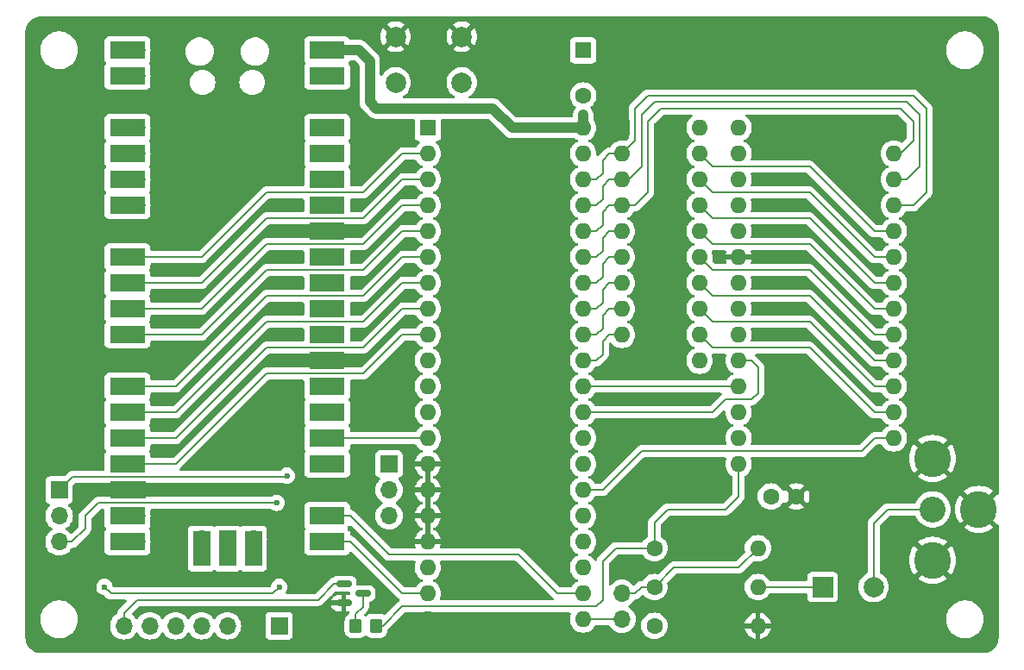
<source format=gtl>
G04 #@! TF.GenerationSoftware,KiCad,Pcbnew,8.0.2*
G04 #@! TF.CreationDate,2024-09-13T22:39:51+09:00*
G04 #@! TF.ProjectId,rp2c02-rp2040,72703263-3032-42d7-9270-323034302e6b,rev?*
G04 #@! TF.SameCoordinates,Original*
G04 #@! TF.FileFunction,Copper,L1,Top*
G04 #@! TF.FilePolarity,Positive*
%FSLAX46Y46*%
G04 Gerber Fmt 4.6, Leading zero omitted, Abs format (unit mm)*
G04 Created by KiCad (PCBNEW 8.0.2) date 2024-09-13 22:39:51*
%MOMM*%
%LPD*%
G01*
G04 APERTURE LIST*
G04 Aperture macros list*
%AMRoundRect*
0 Rectangle with rounded corners*
0 $1 Rounding radius*
0 $2 $3 $4 $5 $6 $7 $8 $9 X,Y pos of 4 corners*
0 Add a 4 corners polygon primitive as box body*
4,1,4,$2,$3,$4,$5,$6,$7,$8,$9,$2,$3,0*
0 Add four circle primitives for the rounded corners*
1,1,$1+$1,$2,$3*
1,1,$1+$1,$4,$5*
1,1,$1+$1,$6,$7*
1,1,$1+$1,$8,$9*
0 Add four rect primitives between the rounded corners*
20,1,$1+$1,$2,$3,$4,$5,0*
20,1,$1+$1,$4,$5,$6,$7,0*
20,1,$1+$1,$6,$7,$8,$9,0*
20,1,$1+$1,$8,$9,$2,$3,0*%
G04 Aperture macros list end*
G04 #@! TA.AperFunction,SMDPad,CuDef*
%ADD10RoundRect,0.250000X0.350000X0.450000X-0.350000X0.450000X-0.350000X-0.450000X0.350000X-0.450000X0*%
G04 #@! TD*
G04 #@! TA.AperFunction,ComponentPad*
%ADD11C,2.000000*%
G04 #@! TD*
G04 #@! TA.AperFunction,ComponentPad*
%ADD12C,1.600000*%
G04 #@! TD*
G04 #@! TA.AperFunction,ComponentPad*
%ADD13O,1.600000X1.600000*%
G04 #@! TD*
G04 #@! TA.AperFunction,ComponentPad*
%ADD14C,2.550000*%
G04 #@! TD*
G04 #@! TA.AperFunction,ComponentPad*
%ADD15C,3.616000*%
G04 #@! TD*
G04 #@! TA.AperFunction,ComponentPad*
%ADD16R,1.600000X1.600000*%
G04 #@! TD*
G04 #@! TA.AperFunction,ComponentPad*
%ADD17O,1.700000X1.700000*%
G04 #@! TD*
G04 #@! TA.AperFunction,SMDPad,CuDef*
%ADD18R,3.500000X1.700000*%
G04 #@! TD*
G04 #@! TA.AperFunction,ComponentPad*
%ADD19R,1.700000X1.700000*%
G04 #@! TD*
G04 #@! TA.AperFunction,SMDPad,CuDef*
%ADD20R,1.700000X3.500000*%
G04 #@! TD*
G04 #@! TA.AperFunction,ComponentPad*
%ADD21R,2.000000X2.000000*%
G04 #@! TD*
G04 #@! TA.AperFunction,SMDPad,CuDef*
%ADD22RoundRect,0.150000X-0.587500X-0.150000X0.587500X-0.150000X0.587500X0.150000X-0.587500X0.150000X0*%
G04 #@! TD*
G04 #@! TA.AperFunction,ViaPad*
%ADD23C,0.600000*%
G04 #@! TD*
G04 #@! TA.AperFunction,Conductor*
%ADD24C,0.200000*%
G04 #@! TD*
G04 #@! TA.AperFunction,Conductor*
%ADD25C,1.000000*%
G04 #@! TD*
G04 APERTURE END LIST*
D10*
X99695000Y-113665000D03*
X97695000Y-113665000D03*
D11*
X108100000Y-60325000D03*
X101600000Y-60325000D03*
X108100000Y-55825000D03*
X101600000Y-55825000D03*
D12*
X127000000Y-109855000D03*
D13*
X137160000Y-109855000D03*
D14*
X154305000Y-102235000D03*
D15*
X158805000Y-102235000D03*
X154305000Y-107235000D03*
X154305000Y-97235000D03*
D16*
X120015000Y-57150000D03*
D12*
X118015000Y-57150000D03*
X127000000Y-113665000D03*
D13*
X137160000Y-113665000D03*
D17*
X76200000Y-57150000D03*
D18*
X75300000Y-57150000D03*
D17*
X76200000Y-59690000D03*
D18*
X75300000Y-59690000D03*
D19*
X76200000Y-62230000D03*
D18*
X75300000Y-62230000D03*
D17*
X76200000Y-64770000D03*
D18*
X75300000Y-64770000D03*
D17*
X76200000Y-67310000D03*
D18*
X75300000Y-67310000D03*
D17*
X76200000Y-69850000D03*
D18*
X75300000Y-69850000D03*
D17*
X76200000Y-72390000D03*
D18*
X75300000Y-72390000D03*
D19*
X76200000Y-74930000D03*
D18*
X75300000Y-74930000D03*
D17*
X76200000Y-77470000D03*
D18*
X75300000Y-77470000D03*
D17*
X76200000Y-80010000D03*
D18*
X75300000Y-80010000D03*
D17*
X76200000Y-82550000D03*
D18*
X75300000Y-82550000D03*
D17*
X76200000Y-85090000D03*
D18*
X75300000Y-85090000D03*
D19*
X76200000Y-87630000D03*
D18*
X75300000Y-87630000D03*
D17*
X76200000Y-90170000D03*
D18*
X75300000Y-90170000D03*
D17*
X76200000Y-92710000D03*
D18*
X75300000Y-92710000D03*
D17*
X76200000Y-95250000D03*
D18*
X75300000Y-95250000D03*
D17*
X76200000Y-97790000D03*
D18*
X75300000Y-97790000D03*
D19*
X76200000Y-100330000D03*
D18*
X75300000Y-100330000D03*
D17*
X76200000Y-102870000D03*
D18*
X75300000Y-102870000D03*
D17*
X76200000Y-105410000D03*
D18*
X75300000Y-105410000D03*
D17*
X93980000Y-105410000D03*
D18*
X94880000Y-105410000D03*
D17*
X93980000Y-102870000D03*
D18*
X94880000Y-102870000D03*
D19*
X93980000Y-100330000D03*
D18*
X94880000Y-100330000D03*
D17*
X93980000Y-97790000D03*
D18*
X94880000Y-97790000D03*
D17*
X93980000Y-95250000D03*
D18*
X94880000Y-95250000D03*
D17*
X93980000Y-92710000D03*
D18*
X94880000Y-92710000D03*
D17*
X93980000Y-90170000D03*
D18*
X94880000Y-90170000D03*
D19*
X93980000Y-87630000D03*
D18*
X94880000Y-87630000D03*
D17*
X93980000Y-85090000D03*
D18*
X94880000Y-85090000D03*
D17*
X93980000Y-82550000D03*
D18*
X94880000Y-82550000D03*
D17*
X93980000Y-80010000D03*
D18*
X94880000Y-80010000D03*
D17*
X93980000Y-77470000D03*
D18*
X94880000Y-77470000D03*
D19*
X93980000Y-74930000D03*
D18*
X94880000Y-74930000D03*
D17*
X93980000Y-72390000D03*
D18*
X94880000Y-72390000D03*
D17*
X93980000Y-69850000D03*
D18*
X94880000Y-69850000D03*
D17*
X93980000Y-67310000D03*
D18*
X94880000Y-67310000D03*
D17*
X93980000Y-64770000D03*
D18*
X94880000Y-64770000D03*
D19*
X93980000Y-62230000D03*
D18*
X94880000Y-62230000D03*
D17*
X93980000Y-59690000D03*
D18*
X94880000Y-59690000D03*
D17*
X93980000Y-57150000D03*
D18*
X94880000Y-57150000D03*
D17*
X82550000Y-105180000D03*
D20*
X82550000Y-106080000D03*
D19*
X85090000Y-105180000D03*
D20*
X85090000Y-106080000D03*
D17*
X87630000Y-105180000D03*
D20*
X87630000Y-106080000D03*
D12*
X127000000Y-106045000D03*
D13*
X137160000Y-106045000D03*
D21*
X143510000Y-109855000D03*
D11*
X148510000Y-109855000D03*
D12*
X138430000Y-100965000D03*
X140930000Y-100965000D03*
D19*
X68580000Y-100345000D03*
D17*
X68580000Y-102885000D03*
X68580000Y-105425000D03*
D12*
X120015000Y-61595000D03*
X117515000Y-61595000D03*
D19*
X100965000Y-97790000D03*
D17*
X100965000Y-100330000D03*
X100965000Y-102870000D03*
D16*
X150495000Y-97790000D03*
D13*
X150495000Y-95250000D03*
X150495000Y-92710000D03*
X150495000Y-90170000D03*
X150495000Y-87630000D03*
X150495000Y-85090000D03*
X150495000Y-82550000D03*
X150495000Y-80010000D03*
X150495000Y-77470000D03*
X150495000Y-74930000D03*
X150495000Y-72390000D03*
X150495000Y-69850000D03*
X150495000Y-67310000D03*
X150495000Y-64770000D03*
X135255000Y-64770000D03*
X135255000Y-67310000D03*
X135255000Y-69850000D03*
X135255000Y-72390000D03*
X135255000Y-74930000D03*
X135255000Y-77470000D03*
X135255000Y-80010000D03*
X135255000Y-82550000D03*
X135255000Y-85090000D03*
X135255000Y-87630000D03*
X135255000Y-90170000D03*
X135255000Y-92710000D03*
X135255000Y-95250000D03*
X135255000Y-97790000D03*
D22*
X96520000Y-109540000D03*
X96520000Y-111440000D03*
X98395000Y-110490000D03*
D16*
X123815000Y-64770000D03*
D13*
X123815000Y-67310000D03*
X123815000Y-69850000D03*
X123815000Y-72390000D03*
X123815000Y-74930000D03*
X123815000Y-77470000D03*
X123815000Y-80010000D03*
X123815000Y-82550000D03*
X123815000Y-85090000D03*
X123815000Y-87630000D03*
X131435000Y-87630000D03*
X131435000Y-85090000D03*
X131435000Y-82550000D03*
X131435000Y-80010000D03*
X131435000Y-77470000D03*
X131435000Y-74930000D03*
X131435000Y-72390000D03*
X131435000Y-69850000D03*
X131435000Y-67310000D03*
X131435000Y-64770000D03*
D19*
X123815000Y-107950000D03*
D17*
X123815000Y-110490000D03*
X123815000Y-113030000D03*
D19*
X90170000Y-113665000D03*
D17*
X87630000Y-113665000D03*
X85090000Y-113665000D03*
X82550000Y-113665000D03*
X80010000Y-113665000D03*
X77470000Y-113665000D03*
X74930000Y-113665000D03*
D16*
X104765000Y-64770000D03*
D13*
X104765000Y-67310000D03*
X104765000Y-69850000D03*
X104765000Y-72390000D03*
X104765000Y-74930000D03*
X104765000Y-77470000D03*
X104765000Y-80010000D03*
X104765000Y-82550000D03*
X104765000Y-85090000D03*
X104765000Y-87630000D03*
X104765000Y-90170000D03*
X104765000Y-92710000D03*
X104765000Y-95250000D03*
X104765000Y-97790000D03*
X104765000Y-100330000D03*
X104765000Y-102870000D03*
X104765000Y-105410000D03*
X104765000Y-107950000D03*
X104765000Y-110490000D03*
X104765000Y-113030000D03*
X120005000Y-113030000D03*
X120005000Y-110490000D03*
X120005000Y-107950000D03*
X120005000Y-105410000D03*
X120005000Y-102870000D03*
X120005000Y-100330000D03*
X120005000Y-97790000D03*
X120005000Y-95250000D03*
X120005000Y-92710000D03*
X120005000Y-90170000D03*
X120005000Y-87630000D03*
X120005000Y-85090000D03*
X120005000Y-82550000D03*
X120005000Y-80010000D03*
X120005000Y-77470000D03*
X120005000Y-74930000D03*
X120005000Y-72390000D03*
X120005000Y-69850000D03*
X120005000Y-67310000D03*
X120005000Y-64770000D03*
D23*
X146685000Y-86995000D03*
X78105000Y-87630000D03*
X151130000Y-109855000D03*
X137160000Y-55245000D03*
X88900000Y-85344000D03*
X117475000Y-77470000D03*
X117475000Y-72390000D03*
X102108000Y-93980000D03*
X121285000Y-96520000D03*
X92075000Y-85090000D03*
X107315000Y-107950000D03*
X134620000Y-106045000D03*
X146685000Y-74295000D03*
X127635000Y-94615000D03*
X133350000Y-77470000D03*
X70104000Y-95504000D03*
X138430000Y-80010000D03*
X146050000Y-55245000D03*
X82550000Y-102870000D03*
X146050000Y-109855000D03*
X130810000Y-97790000D03*
X138430000Y-72390000D03*
X93345000Y-109855000D03*
X137160000Y-60325000D03*
X159385000Y-71120000D03*
X112395000Y-92710000D03*
X102108000Y-91440000D03*
X101600000Y-79375000D03*
X92075000Y-72390000D03*
X121285000Y-99060000D03*
X107315000Y-97790000D03*
X102235000Y-113665000D03*
X97155000Y-104140000D03*
X138430000Y-87630000D03*
X107315000Y-92710000D03*
X112395000Y-113030000D03*
X78105000Y-78740000D03*
X81915000Y-94615000D03*
X134620000Y-113665000D03*
X91948000Y-62484000D03*
X81915000Y-89535000D03*
X107315000Y-67310000D03*
X68580000Y-72390000D03*
X81915000Y-86360000D03*
X117475000Y-92710000D03*
X141605000Y-60325000D03*
X125095000Y-73660000D03*
X81915000Y-97155000D03*
X150495000Y-100330000D03*
X138430000Y-85090000D03*
X112395000Y-72390000D03*
X129540000Y-113665000D03*
X78105000Y-104140000D03*
X127635000Y-91440000D03*
X128905000Y-87630000D03*
X147955000Y-97790000D03*
X107315000Y-87630000D03*
X88900000Y-80264000D03*
X88900000Y-72644000D03*
X92075000Y-80010000D03*
X81915000Y-81280000D03*
X107315000Y-77470000D03*
X81915000Y-83820000D03*
X138430000Y-82550000D03*
X101600000Y-74295000D03*
X126365000Y-87630000D03*
X68580000Y-80010000D03*
X107315000Y-113030000D03*
X146685000Y-89535000D03*
X112395000Y-102870000D03*
X138430000Y-67310000D03*
X113030000Y-55245000D03*
X141605000Y-104775000D03*
X117475000Y-113030000D03*
X123190000Y-91440000D03*
X92075000Y-87630000D03*
X92075000Y-104140000D03*
X112395000Y-67310000D03*
X107315000Y-102870000D03*
X159385000Y-93980000D03*
X88900000Y-90424000D03*
X118110000Y-55245000D03*
X101600000Y-76835000D03*
X81915000Y-78740000D03*
X101600000Y-69215000D03*
X146685000Y-71755000D03*
X117475000Y-87630000D03*
X117475000Y-102870000D03*
X117475000Y-108585000D03*
X130810000Y-91440000D03*
X150495000Y-55245000D03*
X99060000Y-65405000D03*
X141605000Y-114935000D03*
X146050000Y-60325000D03*
X118110000Y-59055000D03*
X146685000Y-81915000D03*
X141605000Y-55245000D03*
X113030000Y-59055000D03*
X102870000Y-109220000D03*
X116840000Y-59690000D03*
X79375000Y-67310000D03*
X94615000Y-113665000D03*
X78105000Y-93980000D03*
X112395000Y-82550000D03*
X146050000Y-104775000D03*
X107315000Y-82550000D03*
X146685000Y-64770000D03*
X115570000Y-62865000D03*
X107315000Y-72390000D03*
X88900000Y-75184000D03*
X146050000Y-114935000D03*
X146685000Y-76835000D03*
X117475000Y-67310000D03*
X88900000Y-77724000D03*
X78105000Y-83820000D03*
X68580000Y-87630000D03*
X112395000Y-87630000D03*
X121920000Y-64770000D03*
X79375000Y-57150000D03*
X146685000Y-84455000D03*
X138430000Y-69850000D03*
X90805000Y-57150000D03*
X153670000Y-93980000D03*
X138430000Y-64770000D03*
X112395000Y-97790000D03*
X81915000Y-92075000D03*
X155575000Y-71120000D03*
X101600000Y-81915000D03*
X68580000Y-64770000D03*
X150495000Y-60325000D03*
X146685000Y-79375000D03*
X101600000Y-84455000D03*
X92075000Y-77470000D03*
X138430000Y-74930000D03*
X129540000Y-109855000D03*
X92075000Y-90170000D03*
X78105000Y-96520000D03*
X117475000Y-97790000D03*
X138430000Y-95250000D03*
X121285000Y-93980000D03*
X112395000Y-77470000D03*
X138430000Y-77470000D03*
X127635000Y-97790000D03*
X79375000Y-62230000D03*
X129540000Y-103505000D03*
X128270000Y-64770000D03*
X129540000Y-106045000D03*
X88900000Y-82804000D03*
X92075000Y-74930000D03*
X112395000Y-107950000D03*
X88900000Y-87884000D03*
X117475000Y-82550000D03*
X146685000Y-95250000D03*
X134620000Y-109855000D03*
X78105000Y-81280000D03*
X102108000Y-88900000D03*
X92075000Y-82550000D03*
X130810000Y-94615000D03*
X78105000Y-91440000D03*
X82550000Y-72390000D03*
X101600000Y-71755000D03*
X134620000Y-103505000D03*
X89916000Y-101600000D03*
X90932000Y-98933000D03*
X96520000Y-109540000D03*
X73025000Y-109855000D03*
X90170000Y-109855000D03*
X98395000Y-110490000D03*
D24*
X150495000Y-74930000D02*
X148590000Y-74930000D01*
X142240000Y-68580000D02*
X132705000Y-68580000D01*
X148590000Y-74930000D02*
X142240000Y-68580000D01*
X131435000Y-67310000D02*
X132705000Y-68580000D01*
X121920000Y-85725000D02*
X122555000Y-85090000D01*
X121285000Y-87630000D02*
X121920000Y-86995000D01*
X122555000Y-85090000D02*
X123815000Y-85090000D01*
X121920000Y-86995000D02*
X121920000Y-85725000D01*
X120005000Y-87630000D02*
X121285000Y-87630000D01*
X135255000Y-90170000D02*
X120005000Y-90170000D01*
X121285000Y-82550000D02*
X121920000Y-81915000D01*
X121920000Y-80645000D02*
X122555000Y-80010000D01*
X121920000Y-81915000D02*
X121920000Y-80645000D01*
X122555000Y-80010000D02*
X123815000Y-80010000D01*
X120005000Y-82550000D02*
X121285000Y-82550000D01*
X131435000Y-80010000D02*
X132705000Y-81280000D01*
X142240000Y-81280000D02*
X148590000Y-87630000D01*
X148590000Y-87630000D02*
X150495000Y-87630000D01*
X132705000Y-81280000D02*
X142240000Y-81280000D01*
X121920000Y-84455000D02*
X121920000Y-83185000D01*
X121920000Y-83185000D02*
X122555000Y-82550000D01*
X122555000Y-82550000D02*
X123815000Y-82550000D01*
X121285000Y-85090000D02*
X121920000Y-84455000D01*
X120005000Y-85090000D02*
X121285000Y-85090000D01*
X120005000Y-77470000D02*
X121285000Y-77470000D01*
X122555000Y-74930000D02*
X123815000Y-74930000D01*
X121920000Y-75565000D02*
X122555000Y-74930000D01*
X121920000Y-76835000D02*
X121920000Y-75565000D01*
X121285000Y-77470000D02*
X121920000Y-76835000D01*
X126365000Y-61595000D02*
X152400000Y-61595000D01*
X125095000Y-66040000D02*
X125095000Y-62865000D01*
X153670000Y-62865000D02*
X153670000Y-71120000D01*
X125095000Y-62865000D02*
X126365000Y-61595000D01*
X122555000Y-67310000D02*
X123815000Y-67310000D01*
X153670000Y-71120000D02*
X152400000Y-72390000D01*
X121285000Y-69850000D02*
X121920000Y-69215000D01*
X120005000Y-69850000D02*
X121285000Y-69850000D01*
X123825000Y-67310000D02*
X125095000Y-66040000D01*
X121920000Y-69215000D02*
X121920000Y-67945000D01*
X152400000Y-61595000D02*
X153670000Y-62865000D01*
X152400000Y-72390000D02*
X150495000Y-72390000D01*
X123815000Y-67310000D02*
X123825000Y-67310000D01*
X121920000Y-67945000D02*
X122555000Y-67310000D01*
X142240000Y-73660000D02*
X132705000Y-73660000D01*
X148590000Y-80010000D02*
X142240000Y-73660000D01*
X150495000Y-80010000D02*
X148590000Y-80010000D01*
X131435000Y-72390000D02*
X132705000Y-73660000D01*
X148590000Y-95250000D02*
X150495000Y-95250000D01*
X121920000Y-100330000D02*
X125730000Y-96520000D01*
X125730000Y-96520000D02*
X147320000Y-96520000D01*
X147320000Y-96520000D02*
X148590000Y-95250000D01*
X120005000Y-100330000D02*
X121920000Y-100330000D01*
X142240000Y-86360000D02*
X148590000Y-92710000D01*
X131435000Y-85090000D02*
X132705000Y-86360000D01*
X148590000Y-92710000D02*
X150495000Y-92710000D01*
X132705000Y-86360000D02*
X142240000Y-86360000D01*
X121285000Y-74930000D02*
X121920000Y-74295000D01*
X127635000Y-62865000D02*
X151130000Y-62865000D01*
X122555000Y-72390000D02*
X123815000Y-72390000D01*
X152400000Y-66040000D02*
X151130000Y-67310000D01*
X123815000Y-72390000D02*
X125095000Y-72390000D01*
X121920000Y-74295000D02*
X121920000Y-73025000D01*
X126365000Y-64135000D02*
X127635000Y-62865000D01*
X126365000Y-71120000D02*
X126365000Y-64135000D01*
X125095000Y-72390000D02*
X126365000Y-71120000D01*
X120005000Y-74930000D02*
X121285000Y-74930000D01*
X151130000Y-67310000D02*
X150495000Y-67310000D01*
X121920000Y-73025000D02*
X122555000Y-72390000D01*
X152400000Y-64135000D02*
X152400000Y-66040000D01*
X151130000Y-62865000D02*
X152400000Y-64135000D01*
X120005000Y-80010000D02*
X121285000Y-80010000D01*
X122555000Y-77470000D02*
X123815000Y-77470000D01*
X121920000Y-78105000D02*
X122555000Y-77470000D01*
X121285000Y-80010000D02*
X121920000Y-79375000D01*
X121920000Y-79375000D02*
X121920000Y-78105000D01*
X142240000Y-83820000D02*
X148590000Y-90170000D01*
X131435000Y-82550000D02*
X132705000Y-83820000D01*
X148590000Y-90170000D02*
X150495000Y-90170000D01*
X132705000Y-83820000D02*
X142240000Y-83820000D01*
X136525000Y-91440000D02*
X137160000Y-90805000D01*
X136525000Y-87630000D02*
X135255000Y-87630000D01*
X137160000Y-90805000D02*
X137160000Y-88265000D01*
X137160000Y-88265000D02*
X136525000Y-87630000D01*
X133985000Y-91440000D02*
X136525000Y-91440000D01*
X132715000Y-92710000D02*
X133985000Y-91440000D01*
X120005000Y-92710000D02*
X132715000Y-92710000D01*
X132705000Y-76200000D02*
X142240000Y-76200000D01*
X131435000Y-74930000D02*
X132705000Y-76200000D01*
X148590000Y-82550000D02*
X150495000Y-82550000D01*
X142240000Y-76200000D02*
X148590000Y-82550000D01*
X148590000Y-77470000D02*
X150495000Y-77470000D01*
X132705000Y-71120000D02*
X142240000Y-71120000D01*
X131435000Y-69850000D02*
X132080000Y-69850000D01*
X131435000Y-69850000D02*
X132705000Y-71120000D01*
X142240000Y-71120000D02*
X148590000Y-77470000D01*
X142240000Y-78740000D02*
X148590000Y-85090000D01*
X148590000Y-85090000D02*
X150495000Y-85090000D01*
X132705000Y-78740000D02*
X142240000Y-78740000D01*
X131435000Y-77470000D02*
X132705000Y-78740000D01*
X150495000Y-69850000D02*
X151765000Y-69850000D01*
X124460000Y-69850000D02*
X125730000Y-68580000D01*
X127000000Y-62230000D02*
X151765000Y-62230000D01*
X121285000Y-72390000D02*
X121920000Y-71755000D01*
X125730000Y-68580000D02*
X125730000Y-63500000D01*
X153035000Y-68580000D02*
X151765000Y-69850000D01*
X125730000Y-63500000D02*
X127000000Y-62230000D01*
X122555000Y-69850000D02*
X123815000Y-69850000D01*
X123815000Y-69850000D02*
X124460000Y-69850000D01*
X121920000Y-71755000D02*
X121920000Y-70485000D01*
X151765000Y-62230000D02*
X153035000Y-63500000D01*
X120005000Y-72390000D02*
X121285000Y-72390000D01*
X153035000Y-63500000D02*
X153035000Y-68580000D01*
X121920000Y-70485000D02*
X122555000Y-69850000D01*
D25*
X98017500Y-57150000D02*
X93980000Y-57150000D01*
X99695000Y-62865000D02*
X99060000Y-62230000D01*
D24*
X71120000Y-102870000D02*
X71120000Y-104140000D01*
X100330000Y-113665000D02*
X102235000Y-111760000D01*
X127000000Y-103505000D02*
X128270000Y-102235000D01*
X135255000Y-100965000D02*
X135255000Y-97790000D01*
D25*
X99060000Y-62230000D02*
X99060000Y-58192500D01*
D24*
X102235000Y-111760000D02*
X121285000Y-111760000D01*
X71120000Y-104140000D02*
X69835000Y-105425000D01*
D25*
X120005000Y-64770000D02*
X113030000Y-64770000D01*
D24*
X99695000Y-113665000D02*
X100330000Y-113665000D01*
X72390000Y-101600000D02*
X71120000Y-102870000D01*
X128270000Y-102235000D02*
X133985000Y-102235000D01*
X69835000Y-105425000D02*
X68580000Y-105425000D01*
X133985000Y-102235000D02*
X135255000Y-100965000D01*
X127000000Y-106045000D02*
X127000000Y-103505000D01*
X121285000Y-111760000D02*
X121920000Y-111125000D01*
D25*
X113030000Y-64770000D02*
X111125000Y-62865000D01*
X99060000Y-58192500D02*
X98017500Y-57150000D01*
X120005000Y-64770000D02*
X120005000Y-63510000D01*
D24*
X123190000Y-106045000D02*
X127000000Y-106045000D01*
X121920000Y-111125000D02*
X121920000Y-107315000D01*
D25*
X111125000Y-62865000D02*
X99695000Y-62865000D01*
D24*
X89916000Y-101600000D02*
X72390000Y-101600000D01*
X121920000Y-107315000D02*
X123190000Y-106045000D01*
X137160000Y-109855000D02*
X143510000Y-109855000D01*
X135255000Y-107950000D02*
X137160000Y-106045000D01*
X125095000Y-110490000D02*
X123815000Y-110490000D01*
X127000000Y-109855000D02*
X128905000Y-107950000D01*
X127000000Y-109855000D02*
X125730000Y-109855000D01*
X125730000Y-109855000D02*
X125095000Y-110490000D01*
X128905000Y-107950000D02*
X135255000Y-107950000D01*
X120005000Y-113030000D02*
X123815000Y-113030000D01*
X149860000Y-102235000D02*
X154305000Y-102235000D01*
X148510000Y-109855000D02*
X148510000Y-103585000D01*
X148510000Y-103585000D02*
X149860000Y-102235000D01*
X88900000Y-88900000D02*
X80010000Y-97790000D01*
X98425000Y-88900000D02*
X88900000Y-88900000D01*
X80010000Y-97790000D02*
X76200000Y-97790000D01*
X104765000Y-85090000D02*
X102235000Y-85090000D01*
X102235000Y-85090000D02*
X98425000Y-88900000D01*
X88900000Y-86360000D02*
X80010000Y-95250000D01*
X104765000Y-82550000D02*
X102235000Y-82550000D01*
X98425000Y-86360000D02*
X88900000Y-86360000D01*
X102235000Y-82550000D02*
X98425000Y-86360000D01*
X80010000Y-95250000D02*
X76200000Y-95250000D01*
X98425000Y-76200000D02*
X88900000Y-76200000D01*
X104765000Y-72390000D02*
X102235000Y-72390000D01*
X102235000Y-72390000D02*
X98425000Y-76200000D01*
X82550000Y-82550000D02*
X88900000Y-76200000D01*
X76200000Y-82550000D02*
X82550000Y-82550000D01*
X102235000Y-67310000D02*
X98425000Y-71120000D01*
X98425000Y-71120000D02*
X88900000Y-71120000D01*
X88900000Y-71120000D02*
X82550000Y-77470000D01*
X104765000Y-67310000D02*
X102235000Y-67310000D01*
X82550000Y-77470000D02*
X76200000Y-77470000D01*
X93980000Y-95250000D02*
X104765000Y-95250000D01*
X88900000Y-73660000D02*
X98425000Y-73660000D01*
X98425000Y-73660000D02*
X102235000Y-69850000D01*
X88900000Y-73660000D02*
X82550000Y-80010000D01*
X82550000Y-80010000D02*
X76200000Y-80010000D01*
X102235000Y-69850000D02*
X104765000Y-69850000D01*
X97155000Y-105410000D02*
X93980000Y-105410000D01*
X102235000Y-110490000D02*
X97155000Y-105410000D01*
X104765000Y-110490000D02*
X102235000Y-110490000D01*
X117475000Y-110490000D02*
X120005000Y-110490000D01*
X100965000Y-106680000D02*
X113665000Y-106680000D01*
X113665000Y-106680000D02*
X117475000Y-110490000D01*
X97155000Y-102870000D02*
X100965000Y-106680000D01*
X93980000Y-102870000D02*
X97155000Y-102870000D01*
X104765000Y-74930000D02*
X102235000Y-74930000D01*
X82550000Y-85090000D02*
X88900000Y-78740000D01*
X76200000Y-85090000D02*
X82550000Y-85090000D01*
X98425000Y-78740000D02*
X88900000Y-78740000D01*
X102235000Y-74930000D02*
X98425000Y-78740000D01*
X98425000Y-81280000D02*
X88900000Y-81280000D01*
X104765000Y-77470000D02*
X102235000Y-77470000D01*
X88900000Y-81280000D02*
X80010000Y-90170000D01*
X102235000Y-77470000D02*
X98425000Y-81280000D01*
X80010000Y-90170000D02*
X76200000Y-90170000D01*
X88900000Y-83820000D02*
X80010000Y-92710000D01*
X102235000Y-80010000D02*
X98425000Y-83820000D01*
X98425000Y-83820000D02*
X88900000Y-83820000D01*
X104765000Y-80010000D02*
X102235000Y-80010000D01*
X80010000Y-92710000D02*
X76200000Y-92710000D01*
X90805000Y-99060000D02*
X90932000Y-98933000D01*
X69865000Y-99060000D02*
X68580000Y-100345000D01*
X69865000Y-99060000D02*
X90805000Y-99060000D01*
X93980000Y-111125000D02*
X76200000Y-111125000D01*
X74930000Y-112395000D02*
X74930000Y-113665000D01*
X96520000Y-109540000D02*
X95565000Y-109540000D01*
X76200000Y-111125000D02*
X74930000Y-112395000D01*
X95565000Y-109540000D02*
X93980000Y-111125000D01*
X74930000Y-113030000D02*
X74930000Y-113665000D01*
X73025000Y-109855000D02*
X73660000Y-110490000D01*
X89535000Y-110490000D02*
X90170000Y-109855000D01*
X73660000Y-110490000D02*
X89535000Y-110490000D01*
X98395000Y-111790000D02*
X97695000Y-112490000D01*
X97695000Y-112490000D02*
X97695000Y-113665000D01*
X98395000Y-110490000D02*
X98395000Y-111790000D01*
G04 #@! TA.AperFunction,Conductor*
G36*
X113431942Y-107300185D02*
G01*
X113452583Y-107316818D01*
X115270105Y-109134341D01*
X117083583Y-110947819D01*
X117117068Y-111009142D01*
X117112084Y-111078834D01*
X117070212Y-111134767D01*
X117004748Y-111159184D01*
X116995902Y-111159500D01*
X106082391Y-111159500D01*
X106015352Y-111139815D01*
X105969597Y-111087011D01*
X105959653Y-111017853D01*
X105970009Y-110983095D01*
X105975872Y-110970522D01*
X105991739Y-110936496D01*
X106050635Y-110716692D01*
X106068860Y-110508377D01*
X106070468Y-110490001D01*
X106070468Y-110489998D01*
X106061094Y-110382853D01*
X106050635Y-110263308D01*
X105991739Y-110043504D01*
X105895568Y-109837266D01*
X105777878Y-109669186D01*
X105765045Y-109650858D01*
X105604141Y-109489954D01*
X105417734Y-109359432D01*
X105417728Y-109359429D01*
X105359725Y-109332382D01*
X105307285Y-109286210D01*
X105288133Y-109219017D01*
X105308348Y-109152135D01*
X105359725Y-109107618D01*
X105417734Y-109080568D01*
X105604139Y-108950047D01*
X105765047Y-108789139D01*
X105895568Y-108602734D01*
X105991739Y-108396496D01*
X106050635Y-108176692D01*
X106070468Y-107950000D01*
X106050635Y-107723308D01*
X105991739Y-107503504D01*
X105970008Y-107456903D01*
X105959517Y-107387828D01*
X105988036Y-107324044D01*
X106046513Y-107285804D01*
X106082391Y-107280500D01*
X113364903Y-107280500D01*
X113431942Y-107300185D01*
G37*
G04 #@! TD.AperFunction*
G04 #@! TA.AperFunction,Conductor*
G36*
X97270071Y-103841411D02*
G01*
X97298328Y-103862564D01*
X100596284Y-107160520D01*
X100596286Y-107160521D01*
X100596290Y-107160524D01*
X100725288Y-107235000D01*
X100733216Y-107239577D01*
X100885943Y-107280501D01*
X100885945Y-107280501D01*
X101051654Y-107280501D01*
X101051670Y-107280500D01*
X103447609Y-107280500D01*
X103514648Y-107300185D01*
X103560403Y-107352989D01*
X103570347Y-107422147D01*
X103559991Y-107456905D01*
X103538261Y-107503502D01*
X103538258Y-107503511D01*
X103479366Y-107723302D01*
X103479364Y-107723313D01*
X103459532Y-107949998D01*
X103459532Y-107950001D01*
X103479364Y-108176686D01*
X103479366Y-108176697D01*
X103538258Y-108396488D01*
X103538261Y-108396497D01*
X103634431Y-108602732D01*
X103634432Y-108602734D01*
X103764954Y-108789141D01*
X103925858Y-108950045D01*
X103925861Y-108950047D01*
X104112266Y-109080568D01*
X104170275Y-109107618D01*
X104222714Y-109153791D01*
X104241866Y-109220984D01*
X104221650Y-109287865D01*
X104170275Y-109332382D01*
X104112267Y-109359431D01*
X104112265Y-109359432D01*
X103925858Y-109489954D01*
X103764954Y-109650858D01*
X103703759Y-109738256D01*
X103634881Y-109836624D01*
X103580307Y-109880248D01*
X103533308Y-109889500D01*
X102535097Y-109889500D01*
X102468058Y-109869815D01*
X102447416Y-109853181D01*
X97642590Y-105048355D01*
X97642588Y-105048352D01*
X97523717Y-104929481D01*
X97523716Y-104929480D01*
X97412766Y-104865423D01*
X97412766Y-104865422D01*
X97412761Y-104865421D01*
X97403696Y-104860187D01*
X97386786Y-104850423D01*
X97342462Y-104838546D01*
X97234057Y-104809499D01*
X97234055Y-104809499D01*
X97226206Y-104807396D01*
X97226850Y-104804991D01*
X97174403Y-104781780D01*
X97135940Y-104723450D01*
X97130499Y-104687120D01*
X97130499Y-104512129D01*
X97130498Y-104512123D01*
X97130497Y-104512116D01*
X97124091Y-104452517D01*
X97073796Y-104317669D01*
X96996421Y-104214309D01*
X96972004Y-104148848D01*
X96986855Y-104080575D01*
X96996416Y-104065696D01*
X97073796Y-103962331D01*
X97094466Y-103906910D01*
X97136334Y-103850980D01*
X97201798Y-103826561D01*
X97270071Y-103841411D01*
G37*
G04 #@! TD.AperFunction*
G04 #@! TA.AperFunction,Conductor*
G36*
X110726257Y-63885185D02*
G01*
X110746899Y-63901819D01*
X112249735Y-65404655D01*
X112249764Y-65404686D01*
X112392214Y-65547136D01*
X112392218Y-65547139D01*
X112556079Y-65656628D01*
X112556092Y-65656635D01*
X112684833Y-65709961D01*
X112727133Y-65727482D01*
X112738164Y-65732051D01*
X112786507Y-65741667D01*
X112822745Y-65748875D01*
X112931456Y-65770500D01*
X112931459Y-65770500D01*
X112931460Y-65770500D01*
X113128540Y-65770500D01*
X119127412Y-65770500D01*
X119194451Y-65790185D01*
X119198523Y-65792917D01*
X119352266Y-65900568D01*
X119410275Y-65927618D01*
X119462714Y-65973791D01*
X119481866Y-66040984D01*
X119461650Y-66107865D01*
X119410275Y-66152382D01*
X119352267Y-66179431D01*
X119352265Y-66179432D01*
X119165858Y-66309954D01*
X119004954Y-66470858D01*
X118874432Y-66657265D01*
X118874431Y-66657267D01*
X118778261Y-66863502D01*
X118778258Y-66863511D01*
X118719366Y-67083302D01*
X118719364Y-67083313D01*
X118699532Y-67309998D01*
X118699532Y-67310001D01*
X118719364Y-67536686D01*
X118719366Y-67536697D01*
X118778258Y-67756488D01*
X118778261Y-67756497D01*
X118874431Y-67962732D01*
X118874432Y-67962734D01*
X119004954Y-68149141D01*
X119165858Y-68310045D01*
X119165861Y-68310047D01*
X119352266Y-68440568D01*
X119410275Y-68467618D01*
X119462714Y-68513791D01*
X119481866Y-68580984D01*
X119461650Y-68647865D01*
X119410275Y-68692382D01*
X119352267Y-68719431D01*
X119352265Y-68719432D01*
X119165858Y-68849954D01*
X119004954Y-69010858D01*
X118874432Y-69197265D01*
X118874431Y-69197267D01*
X118778261Y-69403502D01*
X118778258Y-69403511D01*
X118719366Y-69623302D01*
X118719364Y-69623313D01*
X118699532Y-69849998D01*
X118699532Y-69850001D01*
X118719364Y-70076686D01*
X118719366Y-70076697D01*
X118778258Y-70296488D01*
X118778261Y-70296497D01*
X118874431Y-70502732D01*
X118874432Y-70502734D01*
X119004954Y-70689141D01*
X119165858Y-70850045D01*
X119165861Y-70850047D01*
X119352266Y-70980568D01*
X119410275Y-71007618D01*
X119462714Y-71053791D01*
X119481866Y-71120984D01*
X119461650Y-71187865D01*
X119410275Y-71232382D01*
X119352267Y-71259431D01*
X119352265Y-71259432D01*
X119165858Y-71389954D01*
X119004954Y-71550858D01*
X118874432Y-71737265D01*
X118874431Y-71737267D01*
X118778261Y-71943502D01*
X118778258Y-71943511D01*
X118719366Y-72163302D01*
X118719364Y-72163313D01*
X118699532Y-72389998D01*
X118699532Y-72390001D01*
X118719364Y-72616686D01*
X118719366Y-72616697D01*
X118778258Y-72836488D01*
X118778261Y-72836497D01*
X118874431Y-73042732D01*
X118874432Y-73042734D01*
X119004954Y-73229141D01*
X119165858Y-73390045D01*
X119165861Y-73390047D01*
X119352266Y-73520568D01*
X119410275Y-73547618D01*
X119462714Y-73593791D01*
X119481866Y-73660984D01*
X119461650Y-73727865D01*
X119410275Y-73772382D01*
X119352267Y-73799431D01*
X119352265Y-73799432D01*
X119165858Y-73929954D01*
X119004954Y-74090858D01*
X118874432Y-74277265D01*
X118874431Y-74277267D01*
X118778261Y-74483502D01*
X118778258Y-74483511D01*
X118719366Y-74703302D01*
X118719364Y-74703313D01*
X118699532Y-74929998D01*
X118699532Y-74930001D01*
X118719364Y-75156686D01*
X118719366Y-75156697D01*
X118778258Y-75376488D01*
X118778261Y-75376497D01*
X118874431Y-75582732D01*
X118874432Y-75582734D01*
X119004954Y-75769141D01*
X119165858Y-75930045D01*
X119165861Y-75930047D01*
X119352266Y-76060568D01*
X119410275Y-76087618D01*
X119462714Y-76133791D01*
X119481866Y-76200984D01*
X119461650Y-76267865D01*
X119410275Y-76312382D01*
X119352267Y-76339431D01*
X119352265Y-76339432D01*
X119165858Y-76469954D01*
X119004954Y-76630858D01*
X118874432Y-76817265D01*
X118874431Y-76817267D01*
X118778261Y-77023502D01*
X118778258Y-77023511D01*
X118719366Y-77243302D01*
X118719364Y-77243313D01*
X118699532Y-77469998D01*
X118699532Y-77470001D01*
X118719364Y-77696686D01*
X118719366Y-77696697D01*
X118778258Y-77916488D01*
X118778261Y-77916497D01*
X118874431Y-78122732D01*
X118874432Y-78122734D01*
X119004954Y-78309141D01*
X119165858Y-78470045D01*
X119165861Y-78470047D01*
X119352266Y-78600568D01*
X119410275Y-78627618D01*
X119462714Y-78673791D01*
X119481866Y-78740984D01*
X119461650Y-78807865D01*
X119410275Y-78852382D01*
X119352267Y-78879431D01*
X119352265Y-78879432D01*
X119165858Y-79009954D01*
X119004954Y-79170858D01*
X118874432Y-79357265D01*
X118874431Y-79357267D01*
X118778261Y-79563502D01*
X118778258Y-79563511D01*
X118719366Y-79783302D01*
X118719364Y-79783313D01*
X118699532Y-80009998D01*
X118699532Y-80010001D01*
X118719364Y-80236686D01*
X118719366Y-80236697D01*
X118778258Y-80456488D01*
X118778261Y-80456497D01*
X118874431Y-80662732D01*
X118874432Y-80662734D01*
X119004954Y-80849141D01*
X119165858Y-81010045D01*
X119165861Y-81010047D01*
X119352266Y-81140568D01*
X119410275Y-81167618D01*
X119462714Y-81213791D01*
X119481866Y-81280984D01*
X119461650Y-81347865D01*
X119410275Y-81392382D01*
X119352267Y-81419431D01*
X119352265Y-81419432D01*
X119165858Y-81549954D01*
X119004954Y-81710858D01*
X118874432Y-81897265D01*
X118874431Y-81897267D01*
X118778261Y-82103502D01*
X118778258Y-82103511D01*
X118719366Y-82323302D01*
X118719364Y-82323313D01*
X118699532Y-82549998D01*
X118699532Y-82550001D01*
X118719364Y-82776686D01*
X118719366Y-82776697D01*
X118778258Y-82996488D01*
X118778261Y-82996497D01*
X118874431Y-83202732D01*
X118874432Y-83202734D01*
X119004954Y-83389141D01*
X119165858Y-83550045D01*
X119165861Y-83550047D01*
X119352266Y-83680568D01*
X119410275Y-83707618D01*
X119462714Y-83753791D01*
X119481866Y-83820984D01*
X119461650Y-83887865D01*
X119410275Y-83932382D01*
X119352267Y-83959431D01*
X119352265Y-83959432D01*
X119165858Y-84089954D01*
X119004954Y-84250858D01*
X118874432Y-84437265D01*
X118874431Y-84437267D01*
X118778261Y-84643502D01*
X118778258Y-84643511D01*
X118719366Y-84863302D01*
X118719364Y-84863313D01*
X118699532Y-85089998D01*
X118699532Y-85090001D01*
X118719364Y-85316686D01*
X118719366Y-85316697D01*
X118778258Y-85536488D01*
X118778261Y-85536497D01*
X118874431Y-85742732D01*
X118874432Y-85742734D01*
X119004954Y-85929141D01*
X119165858Y-86090045D01*
X119165861Y-86090047D01*
X119352266Y-86220568D01*
X119410275Y-86247618D01*
X119462714Y-86293791D01*
X119481866Y-86360984D01*
X119461650Y-86427865D01*
X119410275Y-86472382D01*
X119352267Y-86499431D01*
X119352265Y-86499432D01*
X119165858Y-86629954D01*
X119004954Y-86790858D01*
X118874432Y-86977265D01*
X118874431Y-86977267D01*
X118778261Y-87183502D01*
X118778258Y-87183511D01*
X118719366Y-87403302D01*
X118719364Y-87403313D01*
X118699532Y-87629998D01*
X118699532Y-87630001D01*
X118719364Y-87856686D01*
X118719366Y-87856697D01*
X118778258Y-88076488D01*
X118778261Y-88076497D01*
X118874431Y-88282732D01*
X118874432Y-88282734D01*
X119004954Y-88469141D01*
X119165858Y-88630045D01*
X119165861Y-88630047D01*
X119352266Y-88760568D01*
X119410275Y-88787618D01*
X119462714Y-88833791D01*
X119481866Y-88900984D01*
X119461650Y-88967865D01*
X119410275Y-89012382D01*
X119352267Y-89039431D01*
X119352265Y-89039432D01*
X119165858Y-89169954D01*
X119004954Y-89330858D01*
X118874432Y-89517265D01*
X118874431Y-89517267D01*
X118778261Y-89723502D01*
X118778258Y-89723511D01*
X118719366Y-89943302D01*
X118719364Y-89943313D01*
X118699532Y-90169998D01*
X118699532Y-90170001D01*
X118719364Y-90396686D01*
X118719366Y-90396697D01*
X118778258Y-90616488D01*
X118778261Y-90616497D01*
X118874431Y-90822732D01*
X118874432Y-90822734D01*
X119004954Y-91009141D01*
X119165858Y-91170045D01*
X119165861Y-91170047D01*
X119352266Y-91300568D01*
X119410275Y-91327618D01*
X119462714Y-91373791D01*
X119481866Y-91440984D01*
X119461650Y-91507865D01*
X119410275Y-91552382D01*
X119352267Y-91579431D01*
X119352265Y-91579432D01*
X119165858Y-91709954D01*
X119004954Y-91870858D01*
X118874432Y-92057265D01*
X118874431Y-92057267D01*
X118778261Y-92263502D01*
X118778258Y-92263511D01*
X118719366Y-92483302D01*
X118719364Y-92483313D01*
X118699532Y-92709998D01*
X118699532Y-92710001D01*
X118719364Y-92936686D01*
X118719366Y-92936697D01*
X118778258Y-93156488D01*
X118778261Y-93156497D01*
X118874431Y-93362732D01*
X118874432Y-93362734D01*
X119004954Y-93549141D01*
X119165858Y-93710045D01*
X119165861Y-93710047D01*
X119352266Y-93840568D01*
X119410275Y-93867618D01*
X119462714Y-93913791D01*
X119481866Y-93980984D01*
X119461650Y-94047865D01*
X119410275Y-94092382D01*
X119352267Y-94119431D01*
X119352265Y-94119432D01*
X119165858Y-94249954D01*
X119004954Y-94410858D01*
X118874432Y-94597265D01*
X118874431Y-94597267D01*
X118778261Y-94803502D01*
X118778258Y-94803511D01*
X118719366Y-95023302D01*
X118719364Y-95023313D01*
X118699532Y-95249998D01*
X118699532Y-95250001D01*
X118719364Y-95476686D01*
X118719366Y-95476697D01*
X118778258Y-95696488D01*
X118778261Y-95696497D01*
X118874431Y-95902732D01*
X118874432Y-95902734D01*
X119004954Y-96089141D01*
X119165858Y-96250045D01*
X119165861Y-96250047D01*
X119352266Y-96380568D01*
X119410275Y-96407618D01*
X119462714Y-96453791D01*
X119481866Y-96520984D01*
X119461650Y-96587865D01*
X119410275Y-96632381D01*
X119393272Y-96640310D01*
X119352267Y-96659431D01*
X119352265Y-96659432D01*
X119165858Y-96789954D01*
X119004954Y-96950858D01*
X118874432Y-97137265D01*
X118874431Y-97137267D01*
X118778261Y-97343502D01*
X118778258Y-97343511D01*
X118719366Y-97563302D01*
X118719364Y-97563313D01*
X118699532Y-97789998D01*
X118699532Y-97790001D01*
X118719364Y-98016686D01*
X118719366Y-98016697D01*
X118778258Y-98236488D01*
X118778261Y-98236497D01*
X118874431Y-98442732D01*
X118874432Y-98442734D01*
X119004954Y-98629141D01*
X119165858Y-98790045D01*
X119165861Y-98790047D01*
X119352266Y-98920568D01*
X119410275Y-98947618D01*
X119462714Y-98993791D01*
X119481866Y-99060984D01*
X119461650Y-99127865D01*
X119410275Y-99172381D01*
X119393272Y-99180310D01*
X119352267Y-99199431D01*
X119352265Y-99199432D01*
X119165858Y-99329954D01*
X119004954Y-99490858D01*
X118874432Y-99677265D01*
X118874431Y-99677267D01*
X118778261Y-99883502D01*
X118778258Y-99883511D01*
X118719366Y-100103302D01*
X118719364Y-100103313D01*
X118699532Y-100329998D01*
X118699532Y-100330001D01*
X118719364Y-100556686D01*
X118719366Y-100556697D01*
X118778258Y-100776488D01*
X118778261Y-100776497D01*
X118874431Y-100982732D01*
X118874432Y-100982734D01*
X119004954Y-101169141D01*
X119165858Y-101330045D01*
X119165861Y-101330047D01*
X119352266Y-101460568D01*
X119410275Y-101487618D01*
X119462714Y-101533791D01*
X119481866Y-101600984D01*
X119461650Y-101667865D01*
X119410275Y-101712382D01*
X119352267Y-101739431D01*
X119352265Y-101739432D01*
X119165858Y-101869954D01*
X119004954Y-102030858D01*
X118874432Y-102217265D01*
X118874431Y-102217267D01*
X118778261Y-102423502D01*
X118778258Y-102423511D01*
X118719366Y-102643302D01*
X118719364Y-102643313D01*
X118699532Y-102869998D01*
X118699532Y-102870001D01*
X118719364Y-103096686D01*
X118719366Y-103096697D01*
X118778258Y-103316488D01*
X118778261Y-103316497D01*
X118874431Y-103522732D01*
X118874432Y-103522734D01*
X119004954Y-103709141D01*
X119165858Y-103870045D01*
X119165861Y-103870047D01*
X119352266Y-104000568D01*
X119410275Y-104027618D01*
X119462714Y-104073791D01*
X119481866Y-104140984D01*
X119461650Y-104207865D01*
X119410275Y-104252382D01*
X119352267Y-104279431D01*
X119352265Y-104279432D01*
X119165858Y-104409954D01*
X119004954Y-104570858D01*
X118874432Y-104757265D01*
X118874431Y-104757267D01*
X118778261Y-104963502D01*
X118778258Y-104963511D01*
X118719366Y-105183302D01*
X118719364Y-105183313D01*
X118699532Y-105409998D01*
X118699532Y-105410001D01*
X118719364Y-105636686D01*
X118719366Y-105636697D01*
X118778258Y-105856488D01*
X118778261Y-105856497D01*
X118874431Y-106062732D01*
X118874432Y-106062734D01*
X119004954Y-106249141D01*
X119165858Y-106410045D01*
X119165861Y-106410047D01*
X119352266Y-106540568D01*
X119410275Y-106567618D01*
X119462714Y-106613791D01*
X119481866Y-106680984D01*
X119461650Y-106747865D01*
X119410275Y-106792382D01*
X119352267Y-106819431D01*
X119352265Y-106819432D01*
X119165858Y-106949954D01*
X119004954Y-107110858D01*
X118874432Y-107297265D01*
X118874431Y-107297267D01*
X118778261Y-107503502D01*
X118778258Y-107503511D01*
X118719366Y-107723302D01*
X118719364Y-107723313D01*
X118699532Y-107949998D01*
X118699532Y-107950001D01*
X118719364Y-108176686D01*
X118719366Y-108176697D01*
X118778258Y-108396488D01*
X118778261Y-108396497D01*
X118874431Y-108602732D01*
X118874432Y-108602734D01*
X119004954Y-108789141D01*
X119165858Y-108950045D01*
X119165861Y-108950047D01*
X119352266Y-109080568D01*
X119410275Y-109107618D01*
X119462714Y-109153791D01*
X119481866Y-109220984D01*
X119461650Y-109287865D01*
X119410275Y-109332382D01*
X119352267Y-109359431D01*
X119352265Y-109359432D01*
X119165858Y-109489954D01*
X119004954Y-109650858D01*
X118943759Y-109738256D01*
X118874881Y-109836624D01*
X118820307Y-109880248D01*
X118773308Y-109889500D01*
X117775098Y-109889500D01*
X117708059Y-109869815D01*
X117687417Y-109853181D01*
X114152590Y-106318355D01*
X114152588Y-106318352D01*
X114033717Y-106199481D01*
X114033716Y-106199480D01*
X113926334Y-106137483D01*
X113926332Y-106137482D01*
X113896785Y-106120423D01*
X113896784Y-106120422D01*
X113896783Y-106120422D01*
X113831117Y-106102827D01*
X113744057Y-106079499D01*
X113585943Y-106079499D01*
X113578347Y-106079499D01*
X113578331Y-106079500D01*
X106081840Y-106079500D01*
X106014801Y-106059815D01*
X105969046Y-106007011D01*
X105959102Y-105937853D01*
X105969458Y-105903096D01*
X105991264Y-105856331D01*
X105991269Y-105856317D01*
X106043872Y-105660000D01*
X105080686Y-105660000D01*
X105085080Y-105655606D01*
X105137741Y-105564394D01*
X105165000Y-105462661D01*
X105165000Y-105357339D01*
X105137741Y-105255606D01*
X105085080Y-105164394D01*
X105080686Y-105160000D01*
X106043872Y-105160000D01*
X106043872Y-105159999D01*
X105991269Y-104963682D01*
X105991265Y-104963673D01*
X105895134Y-104757517D01*
X105764657Y-104571179D01*
X105603820Y-104410342D01*
X105417481Y-104279865D01*
X105417479Y-104279864D01*
X105358543Y-104252382D01*
X105306103Y-104206210D01*
X105286951Y-104139017D01*
X105307166Y-104072136D01*
X105358543Y-104027618D01*
X105417479Y-104000135D01*
X105417481Y-104000134D01*
X105603820Y-103869657D01*
X105764657Y-103708820D01*
X105895134Y-103522482D01*
X105991265Y-103316326D01*
X105991269Y-103316317D01*
X106043872Y-103120000D01*
X105080686Y-103120000D01*
X105085080Y-103115606D01*
X105137741Y-103024394D01*
X105165000Y-102922661D01*
X105165000Y-102817339D01*
X105137741Y-102715606D01*
X105085080Y-102624394D01*
X105080686Y-102620000D01*
X106043872Y-102620000D01*
X106043872Y-102619999D01*
X105991269Y-102423682D01*
X105991265Y-102423673D01*
X105895134Y-102217517D01*
X105764657Y-102031179D01*
X105603820Y-101870342D01*
X105417481Y-101739865D01*
X105417479Y-101739864D01*
X105358543Y-101712382D01*
X105306103Y-101666210D01*
X105286951Y-101599017D01*
X105307166Y-101532136D01*
X105358543Y-101487618D01*
X105417479Y-101460135D01*
X105417481Y-101460134D01*
X105603820Y-101329657D01*
X105764657Y-101168820D01*
X105895134Y-100982482D01*
X105991265Y-100776326D01*
X105991269Y-100776317D01*
X106043872Y-100580000D01*
X105080686Y-100580000D01*
X105085080Y-100575606D01*
X105137741Y-100484394D01*
X105165000Y-100382661D01*
X105165000Y-100277339D01*
X105137741Y-100175606D01*
X105085080Y-100084394D01*
X105080686Y-100080000D01*
X106043872Y-100080000D01*
X106043872Y-100079999D01*
X105991269Y-99883682D01*
X105991265Y-99883673D01*
X105895134Y-99677517D01*
X105764657Y-99491179D01*
X105603820Y-99330342D01*
X105417481Y-99199865D01*
X105417479Y-99199864D01*
X105358543Y-99172382D01*
X105306103Y-99126210D01*
X105286951Y-99059017D01*
X105307166Y-98992136D01*
X105358543Y-98947618D01*
X105417479Y-98920135D01*
X105417481Y-98920134D01*
X105603820Y-98789657D01*
X105764657Y-98628820D01*
X105895134Y-98442482D01*
X105991265Y-98236326D01*
X105991269Y-98236317D01*
X106043872Y-98040000D01*
X105080686Y-98040000D01*
X105085080Y-98035606D01*
X105137741Y-97944394D01*
X105165000Y-97842661D01*
X105165000Y-97737339D01*
X105137741Y-97635606D01*
X105085080Y-97544394D01*
X105080686Y-97540000D01*
X106043872Y-97540000D01*
X106043872Y-97539999D01*
X105991269Y-97343682D01*
X105991265Y-97343673D01*
X105895134Y-97137517D01*
X105764657Y-96951179D01*
X105603820Y-96790342D01*
X105417482Y-96659865D01*
X105359133Y-96632657D01*
X105306694Y-96586484D01*
X105287542Y-96519291D01*
X105307758Y-96452410D01*
X105359129Y-96407895D01*
X105417734Y-96380568D01*
X105604139Y-96250047D01*
X105765047Y-96089139D01*
X105895568Y-95902734D01*
X105991739Y-95696496D01*
X106050635Y-95476692D01*
X106070468Y-95250000D01*
X106050635Y-95023308D01*
X105991739Y-94803504D01*
X105895568Y-94597266D01*
X105765047Y-94410861D01*
X105765045Y-94410858D01*
X105604141Y-94249954D01*
X105417734Y-94119432D01*
X105417728Y-94119429D01*
X105359725Y-94092382D01*
X105307285Y-94046210D01*
X105288133Y-93979017D01*
X105308348Y-93912135D01*
X105359725Y-93867618D01*
X105417734Y-93840568D01*
X105604139Y-93710047D01*
X105765047Y-93549139D01*
X105895568Y-93362734D01*
X105991739Y-93156496D01*
X106050635Y-92936692D01*
X106070468Y-92710000D01*
X106050635Y-92483308D01*
X105991739Y-92263504D01*
X105895568Y-92057266D01*
X105765047Y-91870861D01*
X105765045Y-91870858D01*
X105604141Y-91709954D01*
X105417734Y-91579432D01*
X105417728Y-91579429D01*
X105359725Y-91552382D01*
X105307285Y-91506210D01*
X105288133Y-91439017D01*
X105308348Y-91372135D01*
X105359725Y-91327618D01*
X105417734Y-91300568D01*
X105604139Y-91170047D01*
X105765047Y-91009139D01*
X105895568Y-90822734D01*
X105991739Y-90616496D01*
X106050635Y-90396692D01*
X106070468Y-90170000D01*
X106050635Y-89943308D01*
X105991739Y-89723504D01*
X105895568Y-89517266D01*
X105765047Y-89330861D01*
X105765045Y-89330858D01*
X105604141Y-89169954D01*
X105417734Y-89039432D01*
X105417728Y-89039429D01*
X105359725Y-89012382D01*
X105307285Y-88966210D01*
X105288133Y-88899017D01*
X105308348Y-88832135D01*
X105359725Y-88787618D01*
X105417734Y-88760568D01*
X105604139Y-88630047D01*
X105765047Y-88469139D01*
X105895568Y-88282734D01*
X105991739Y-88076496D01*
X106050635Y-87856692D01*
X106070468Y-87630000D01*
X106050635Y-87403308D01*
X105991739Y-87183504D01*
X105895568Y-86977266D01*
X105765047Y-86790861D01*
X105765045Y-86790858D01*
X105604141Y-86629954D01*
X105417734Y-86499432D01*
X105417728Y-86499429D01*
X105359725Y-86472382D01*
X105307285Y-86426210D01*
X105288133Y-86359017D01*
X105308348Y-86292135D01*
X105359725Y-86247618D01*
X105417734Y-86220568D01*
X105604139Y-86090047D01*
X105765047Y-85929139D01*
X105895568Y-85742734D01*
X105991739Y-85536496D01*
X106050635Y-85316692D01*
X106070468Y-85090000D01*
X106050635Y-84863308D01*
X105991739Y-84643504D01*
X105895568Y-84437266D01*
X105765047Y-84250861D01*
X105765045Y-84250858D01*
X105604141Y-84089954D01*
X105417734Y-83959432D01*
X105417728Y-83959429D01*
X105359725Y-83932382D01*
X105307285Y-83886210D01*
X105288133Y-83819017D01*
X105308348Y-83752135D01*
X105359725Y-83707618D01*
X105417734Y-83680568D01*
X105604139Y-83550047D01*
X105765047Y-83389139D01*
X105895568Y-83202734D01*
X105991739Y-82996496D01*
X106050635Y-82776692D01*
X106070468Y-82550000D01*
X106050635Y-82323308D01*
X105991739Y-82103504D01*
X105895568Y-81897266D01*
X105765047Y-81710861D01*
X105765045Y-81710858D01*
X105604141Y-81549954D01*
X105417734Y-81419432D01*
X105417728Y-81419429D01*
X105359725Y-81392382D01*
X105307285Y-81346210D01*
X105288133Y-81279017D01*
X105308348Y-81212135D01*
X105359725Y-81167618D01*
X105417734Y-81140568D01*
X105604139Y-81010047D01*
X105765047Y-80849139D01*
X105895568Y-80662734D01*
X105991739Y-80456496D01*
X106050635Y-80236692D01*
X106070468Y-80010000D01*
X106050635Y-79783308D01*
X105991739Y-79563504D01*
X105895568Y-79357266D01*
X105765047Y-79170861D01*
X105765045Y-79170858D01*
X105604141Y-79009954D01*
X105417734Y-78879432D01*
X105417728Y-78879429D01*
X105359725Y-78852382D01*
X105307285Y-78806210D01*
X105288133Y-78739017D01*
X105308348Y-78672135D01*
X105359725Y-78627618D01*
X105417734Y-78600568D01*
X105604139Y-78470047D01*
X105765047Y-78309139D01*
X105895568Y-78122734D01*
X105991739Y-77916496D01*
X106050635Y-77696692D01*
X106070468Y-77470000D01*
X106050635Y-77243308D01*
X105991739Y-77023504D01*
X105895568Y-76817266D01*
X105765047Y-76630861D01*
X105765045Y-76630858D01*
X105604141Y-76469954D01*
X105417734Y-76339432D01*
X105417728Y-76339429D01*
X105359725Y-76312382D01*
X105307285Y-76266210D01*
X105288133Y-76199017D01*
X105308348Y-76132135D01*
X105359725Y-76087618D01*
X105417734Y-76060568D01*
X105604139Y-75930047D01*
X105765047Y-75769139D01*
X105895568Y-75582734D01*
X105991739Y-75376496D01*
X106050635Y-75156692D01*
X106070468Y-74930000D01*
X106050635Y-74703308D01*
X105991739Y-74483504D01*
X105895568Y-74277266D01*
X105765047Y-74090861D01*
X105765045Y-74090858D01*
X105604141Y-73929954D01*
X105417734Y-73799432D01*
X105417728Y-73799429D01*
X105359725Y-73772382D01*
X105307285Y-73726210D01*
X105288133Y-73659017D01*
X105308348Y-73592135D01*
X105359725Y-73547618D01*
X105417734Y-73520568D01*
X105604139Y-73390047D01*
X105765047Y-73229139D01*
X105895568Y-73042734D01*
X105991739Y-72836496D01*
X106050635Y-72616692D01*
X106070468Y-72390000D01*
X106050635Y-72163308D01*
X105991739Y-71943504D01*
X105895568Y-71737266D01*
X105765047Y-71550861D01*
X105765045Y-71550858D01*
X105604141Y-71389954D01*
X105417734Y-71259432D01*
X105417728Y-71259429D01*
X105359725Y-71232382D01*
X105307285Y-71186210D01*
X105288133Y-71119017D01*
X105308348Y-71052135D01*
X105359725Y-71007618D01*
X105417734Y-70980568D01*
X105604139Y-70850047D01*
X105765047Y-70689139D01*
X105895568Y-70502734D01*
X105991739Y-70296496D01*
X106050635Y-70076692D01*
X106070468Y-69850000D01*
X106050635Y-69623308D01*
X105991739Y-69403504D01*
X105895568Y-69197266D01*
X105765047Y-69010861D01*
X105765045Y-69010858D01*
X105604141Y-68849954D01*
X105417734Y-68719432D01*
X105417728Y-68719429D01*
X105359725Y-68692382D01*
X105307285Y-68646210D01*
X105288133Y-68579017D01*
X105308348Y-68512135D01*
X105359725Y-68467618D01*
X105417734Y-68440568D01*
X105604139Y-68310047D01*
X105765047Y-68149139D01*
X105895568Y-67962734D01*
X105991739Y-67756496D01*
X106050635Y-67536692D01*
X106070468Y-67310000D01*
X106050635Y-67083308D01*
X105991739Y-66863504D01*
X105895568Y-66657266D01*
X105765047Y-66470861D01*
X105765045Y-66470858D01*
X105604143Y-66309956D01*
X105579536Y-66292726D01*
X105535912Y-66238149D01*
X105528719Y-66168650D01*
X105560241Y-66106296D01*
X105620471Y-66070882D01*
X105637404Y-66067861D01*
X105672483Y-66064091D01*
X105807331Y-66013796D01*
X105922546Y-65927546D01*
X106008796Y-65812331D01*
X106059091Y-65677483D01*
X106065500Y-65617873D01*
X106065499Y-63989499D01*
X106085184Y-63922461D01*
X106137987Y-63876706D01*
X106189499Y-63865500D01*
X110659218Y-63865500D01*
X110726257Y-63885185D01*
G37*
G04 #@! TD.AperFunction*
G04 #@! TA.AperFunction,Conductor*
G36*
X134004648Y-97140185D02*
G01*
X134050403Y-97192989D01*
X134060347Y-97262147D01*
X134049991Y-97296905D01*
X134028261Y-97343502D01*
X134028258Y-97343511D01*
X133969366Y-97563302D01*
X133969364Y-97563313D01*
X133949532Y-97789998D01*
X133949532Y-97790001D01*
X133969364Y-98016686D01*
X133969366Y-98016697D01*
X134028258Y-98236488D01*
X134028261Y-98236497D01*
X134124431Y-98442732D01*
X134124432Y-98442734D01*
X134254954Y-98629141D01*
X134415858Y-98790045D01*
X134415861Y-98790047D01*
X134601624Y-98920118D01*
X134645248Y-98974693D01*
X134654500Y-99021692D01*
X134654500Y-100664903D01*
X134634815Y-100731942D01*
X134618181Y-100752584D01*
X133772584Y-101598181D01*
X133711261Y-101631666D01*
X133684903Y-101634500D01*
X128349057Y-101634500D01*
X128190942Y-101634500D01*
X128038215Y-101675423D01*
X128014542Y-101689091D01*
X127957913Y-101721785D01*
X127901285Y-101754479D01*
X127901282Y-101754481D01*
X126519482Y-103136281D01*
X126519478Y-103136287D01*
X126473292Y-103216284D01*
X126440424Y-103273212D01*
X126440423Y-103273213D01*
X126428825Y-103316497D01*
X126399499Y-103425943D01*
X126399499Y-103425945D01*
X126399499Y-103594046D01*
X126399500Y-103594059D01*
X126399500Y-104813306D01*
X126379815Y-104880345D01*
X126346623Y-104914881D01*
X126160859Y-105044953D01*
X125999954Y-105205858D01*
X125965121Y-105255606D01*
X125869881Y-105391624D01*
X125815307Y-105435248D01*
X125768308Y-105444500D01*
X123110942Y-105444500D01*
X122958213Y-105485423D01*
X122916468Y-105509526D01*
X122916467Y-105509526D01*
X122821287Y-105564477D01*
X122821282Y-105564481D01*
X121439481Y-106946282D01*
X121439479Y-106946285D01*
X121389361Y-107033094D01*
X121389359Y-107033096D01*
X121360425Y-107083209D01*
X121360424Y-107083210D01*
X121325535Y-107213417D01*
X121289169Y-107273078D01*
X121226322Y-107303606D01*
X121156947Y-107295311D01*
X121104185Y-107252446D01*
X121005045Y-107110858D01*
X120844141Y-106949954D01*
X120657734Y-106819432D01*
X120657728Y-106819429D01*
X120599725Y-106792382D01*
X120547285Y-106746210D01*
X120528133Y-106679017D01*
X120548348Y-106612135D01*
X120599725Y-106567618D01*
X120657734Y-106540568D01*
X120844139Y-106410047D01*
X121005047Y-106249139D01*
X121135568Y-106062734D01*
X121231739Y-105856496D01*
X121290635Y-105636692D01*
X121308259Y-105435248D01*
X121310468Y-105410001D01*
X121310468Y-105409998D01*
X121296960Y-105255606D01*
X121290635Y-105183308D01*
X121231739Y-104963504D01*
X121135568Y-104757266D01*
X121005047Y-104570861D01*
X121005045Y-104570858D01*
X120844141Y-104409954D01*
X120657734Y-104279432D01*
X120657728Y-104279429D01*
X120599725Y-104252382D01*
X120547285Y-104206210D01*
X120528133Y-104139017D01*
X120548348Y-104072135D01*
X120599725Y-104027618D01*
X120657734Y-104000568D01*
X120844139Y-103870047D01*
X121005047Y-103709139D01*
X121135568Y-103522734D01*
X121231739Y-103316496D01*
X121290635Y-103096692D01*
X121310468Y-102870000D01*
X121290635Y-102643308D01*
X121231739Y-102423504D01*
X121135568Y-102217266D01*
X121037839Y-102077693D01*
X121005045Y-102030858D01*
X120844141Y-101869954D01*
X120657734Y-101739432D01*
X120657728Y-101739429D01*
X120599725Y-101712382D01*
X120547285Y-101666210D01*
X120528133Y-101599017D01*
X120548348Y-101532135D01*
X120599725Y-101487618D01*
X120657734Y-101460568D01*
X120844139Y-101330047D01*
X121005047Y-101169139D01*
X121135118Y-100983375D01*
X121189693Y-100939752D01*
X121236692Y-100930500D01*
X121833331Y-100930500D01*
X121833347Y-100930501D01*
X121840943Y-100930501D01*
X121999054Y-100930501D01*
X121999057Y-100930501D01*
X122151785Y-100889577D01*
X122201904Y-100860639D01*
X122288716Y-100810520D01*
X122400520Y-100698716D01*
X122400520Y-100698714D01*
X122410728Y-100688507D01*
X122410729Y-100688504D01*
X125942417Y-97156819D01*
X126003740Y-97123334D01*
X126030098Y-97120500D01*
X133937609Y-97120500D01*
X134004648Y-97140185D01*
G37*
G04 #@! TD.AperFunction*
G04 #@! TA.AperFunction,Conductor*
G36*
X105015000Y-105094314D02*
G01*
X105010606Y-105089920D01*
X104919394Y-105037259D01*
X104817661Y-105010000D01*
X104712339Y-105010000D01*
X104610606Y-105037259D01*
X104519394Y-105089920D01*
X104515000Y-105094314D01*
X104515000Y-103185686D01*
X104519394Y-103190080D01*
X104610606Y-103242741D01*
X104712339Y-103270000D01*
X104817661Y-103270000D01*
X104919394Y-103242741D01*
X105010606Y-103190080D01*
X105015000Y-103185686D01*
X105015000Y-105094314D01*
G37*
G04 #@! TD.AperFunction*
G04 #@! TA.AperFunction,Conductor*
G36*
X105015000Y-102554314D02*
G01*
X105010606Y-102549920D01*
X104919394Y-102497259D01*
X104817661Y-102470000D01*
X104712339Y-102470000D01*
X104610606Y-102497259D01*
X104519394Y-102549920D01*
X104515000Y-102554314D01*
X104515000Y-100645686D01*
X104519394Y-100650080D01*
X104610606Y-100702741D01*
X104712339Y-100730000D01*
X104817661Y-100730000D01*
X104919394Y-100702741D01*
X105010606Y-100650080D01*
X105015000Y-100645686D01*
X105015000Y-102554314D01*
G37*
G04 #@! TD.AperFunction*
G04 #@! TA.AperFunction,Conductor*
G36*
X105015000Y-100014314D02*
G01*
X105010606Y-100009920D01*
X104919394Y-99957259D01*
X104817661Y-99930000D01*
X104712339Y-99930000D01*
X104610606Y-99957259D01*
X104519394Y-100009920D01*
X104515000Y-100014314D01*
X104515000Y-98105686D01*
X104519394Y-98110080D01*
X104610606Y-98162741D01*
X104712339Y-98190000D01*
X104817661Y-98190000D01*
X104919394Y-98162741D01*
X105010606Y-98110080D01*
X105015000Y-98105686D01*
X105015000Y-100014314D01*
G37*
G04 #@! TD.AperFunction*
G04 #@! TA.AperFunction,Conductor*
G36*
X133876586Y-92500161D02*
G01*
X133932519Y-92542033D01*
X133956936Y-92607497D01*
X133956780Y-92627150D01*
X133949532Y-92709997D01*
X133949532Y-92710001D01*
X133969364Y-92936686D01*
X133969366Y-92936697D01*
X134028258Y-93156488D01*
X134028261Y-93156497D01*
X134124431Y-93362732D01*
X134124432Y-93362734D01*
X134254954Y-93549141D01*
X134415858Y-93710045D01*
X134415861Y-93710047D01*
X134602266Y-93840568D01*
X134660275Y-93867618D01*
X134712714Y-93913791D01*
X134731866Y-93980984D01*
X134711650Y-94047865D01*
X134660275Y-94092382D01*
X134602267Y-94119431D01*
X134602265Y-94119432D01*
X134415858Y-94249954D01*
X134254954Y-94410858D01*
X134124432Y-94597265D01*
X134124431Y-94597267D01*
X134028261Y-94803502D01*
X134028258Y-94803511D01*
X133969366Y-95023302D01*
X133969364Y-95023313D01*
X133949532Y-95249998D01*
X133949532Y-95250001D01*
X133969364Y-95476686D01*
X133969366Y-95476697D01*
X134028258Y-95696488D01*
X134028261Y-95696497D01*
X134049991Y-95743095D01*
X134060483Y-95812172D01*
X134031964Y-95875956D01*
X133973487Y-95914196D01*
X133937609Y-95919500D01*
X125816670Y-95919500D01*
X125816654Y-95919499D01*
X125809058Y-95919499D01*
X125650943Y-95919499D01*
X125593094Y-95935000D01*
X125498214Y-95960423D01*
X125498209Y-95960426D01*
X125361290Y-96039475D01*
X125361282Y-96039481D01*
X121707584Y-99693181D01*
X121646261Y-99726666D01*
X121619903Y-99729500D01*
X121236692Y-99729500D01*
X121169653Y-99709815D01*
X121135119Y-99676625D01*
X121005047Y-99490861D01*
X121005045Y-99490858D01*
X120844141Y-99329954D01*
X120657734Y-99199432D01*
X120657728Y-99199429D01*
X120630038Y-99186517D01*
X120599724Y-99172381D01*
X120547285Y-99126210D01*
X120528133Y-99059017D01*
X120548348Y-98992135D01*
X120599725Y-98947618D01*
X120657734Y-98920568D01*
X120844139Y-98790047D01*
X121005047Y-98629139D01*
X121135568Y-98442734D01*
X121231739Y-98236496D01*
X121290635Y-98016692D01*
X121310468Y-97790000D01*
X121290635Y-97563308D01*
X121231739Y-97343504D01*
X121135568Y-97137266D01*
X121005047Y-96950861D01*
X121005045Y-96950858D01*
X120844141Y-96789954D01*
X120657734Y-96659432D01*
X120657728Y-96659429D01*
X120630038Y-96646517D01*
X120599724Y-96632381D01*
X120547285Y-96586210D01*
X120528133Y-96519017D01*
X120548348Y-96452135D01*
X120599725Y-96407618D01*
X120657734Y-96380568D01*
X120844139Y-96250047D01*
X121005047Y-96089139D01*
X121135568Y-95902734D01*
X121231739Y-95696496D01*
X121290635Y-95476692D01*
X121310468Y-95250000D01*
X121290635Y-95023308D01*
X121231739Y-94803504D01*
X121135568Y-94597266D01*
X121005047Y-94410861D01*
X121005045Y-94410858D01*
X120844141Y-94249954D01*
X120657734Y-94119432D01*
X120657728Y-94119429D01*
X120599725Y-94092382D01*
X120547285Y-94046210D01*
X120528133Y-93979017D01*
X120548348Y-93912135D01*
X120599725Y-93867618D01*
X120657734Y-93840568D01*
X120844139Y-93710047D01*
X121005047Y-93549139D01*
X121135118Y-93363375D01*
X121189693Y-93319752D01*
X121236692Y-93310500D01*
X132628331Y-93310500D01*
X132628347Y-93310501D01*
X132635943Y-93310501D01*
X132794054Y-93310501D01*
X132794057Y-93310501D01*
X132946785Y-93269577D01*
X132996904Y-93240639D01*
X133083716Y-93190520D01*
X133195520Y-93078716D01*
X133195520Y-93078714D01*
X133205728Y-93068507D01*
X133205730Y-93068504D01*
X133745573Y-92528660D01*
X133806894Y-92495177D01*
X133876586Y-92500161D01*
G37*
G04 #@! TD.AperFunction*
G04 #@! TA.AperFunction,Conductor*
G36*
X103600347Y-83170185D02*
G01*
X103634880Y-83203374D01*
X103677373Y-83264060D01*
X103764954Y-83389141D01*
X103925858Y-83550045D01*
X103925861Y-83550047D01*
X104112266Y-83680568D01*
X104170275Y-83707618D01*
X104222714Y-83753791D01*
X104241866Y-83820984D01*
X104221650Y-83887865D01*
X104170275Y-83932382D01*
X104112267Y-83959431D01*
X104112265Y-83959432D01*
X103925858Y-84089954D01*
X103764954Y-84250858D01*
X103707029Y-84333586D01*
X103634881Y-84436624D01*
X103580307Y-84480248D01*
X103533308Y-84489500D01*
X102321670Y-84489500D01*
X102321654Y-84489499D01*
X102314058Y-84489499D01*
X102155943Y-84489499D01*
X102079579Y-84509961D01*
X102003214Y-84530423D01*
X102003209Y-84530426D01*
X101866290Y-84609475D01*
X101866282Y-84609481D01*
X98212584Y-88263181D01*
X98151261Y-88296666D01*
X98124903Y-88299500D01*
X88986670Y-88299500D01*
X88986654Y-88299499D01*
X88979058Y-88299499D01*
X88820943Y-88299499D01*
X88744579Y-88319961D01*
X88668214Y-88340423D01*
X88668209Y-88340426D01*
X88531290Y-88419475D01*
X88531282Y-88419481D01*
X79797584Y-97153181D01*
X79736261Y-97186666D01*
X79709903Y-97189500D01*
X77674499Y-97189500D01*
X77607460Y-97169815D01*
X77561705Y-97117011D01*
X77550499Y-97065500D01*
X77550499Y-96892129D01*
X77550498Y-96892123D01*
X77550497Y-96892116D01*
X77544091Y-96832517D01*
X77508082Y-96735973D01*
X77493797Y-96697671D01*
X77493795Y-96697668D01*
X77465497Y-96659867D01*
X77416421Y-96594309D01*
X77392004Y-96528848D01*
X77406855Y-96460575D01*
X77416416Y-96445696D01*
X77493796Y-96342331D01*
X77544091Y-96207483D01*
X77550500Y-96147873D01*
X77550500Y-95974500D01*
X77570185Y-95907461D01*
X77622989Y-95861706D01*
X77674500Y-95850500D01*
X79923331Y-95850500D01*
X79923347Y-95850501D01*
X79930943Y-95850501D01*
X80089054Y-95850501D01*
X80089057Y-95850501D01*
X80241785Y-95809577D01*
X80291904Y-95780639D01*
X80378716Y-95730520D01*
X80490520Y-95618716D01*
X80490520Y-95618714D01*
X80500728Y-95608507D01*
X80500729Y-95608504D01*
X89112417Y-86996819D01*
X89173740Y-86963334D01*
X89200098Y-86960500D01*
X98338331Y-86960500D01*
X98338347Y-86960501D01*
X98345943Y-86960501D01*
X98504054Y-86960501D01*
X98504057Y-86960501D01*
X98656785Y-86919577D01*
X98706904Y-86890639D01*
X98793716Y-86840520D01*
X98905520Y-86728716D01*
X98905520Y-86728714D01*
X98915728Y-86718507D01*
X98915729Y-86718504D01*
X102447417Y-83186819D01*
X102508740Y-83153334D01*
X102535098Y-83150500D01*
X103533308Y-83150500D01*
X103600347Y-83170185D01*
G37*
G04 #@! TD.AperFunction*
G04 #@! TA.AperFunction,Conductor*
G36*
X142006942Y-86980185D02*
G01*
X142027584Y-86996819D01*
X148105139Y-93074374D01*
X148105149Y-93074385D01*
X148109479Y-93078715D01*
X148109480Y-93078716D01*
X148221284Y-93190520D01*
X148308095Y-93240639D01*
X148308097Y-93240641D01*
X148346151Y-93262611D01*
X148358215Y-93269577D01*
X148510943Y-93310500D01*
X149263308Y-93310500D01*
X149330347Y-93330185D01*
X149364880Y-93363374D01*
X149414683Y-93434500D01*
X149494954Y-93549141D01*
X149655858Y-93710045D01*
X149655861Y-93710047D01*
X149842266Y-93840568D01*
X149900275Y-93867618D01*
X149952714Y-93913791D01*
X149971866Y-93980984D01*
X149951650Y-94047865D01*
X149900275Y-94092382D01*
X149842267Y-94119431D01*
X149842265Y-94119432D01*
X149655858Y-94249954D01*
X149494954Y-94410858D01*
X149418450Y-94520118D01*
X149364881Y-94596624D01*
X149310307Y-94640248D01*
X149263308Y-94649500D01*
X148669057Y-94649500D01*
X148510942Y-94649500D01*
X148358215Y-94690423D01*
X148358214Y-94690423D01*
X148358212Y-94690424D01*
X148358209Y-94690425D01*
X148308096Y-94719359D01*
X148308095Y-94719360D01*
X148264689Y-94744420D01*
X148221285Y-94769479D01*
X148221282Y-94769481D01*
X148109480Y-94881284D01*
X148109478Y-94881286D01*
X147590749Y-95400016D01*
X147107584Y-95883181D01*
X147046261Y-95916666D01*
X147019903Y-95919500D01*
X136572391Y-95919500D01*
X136505352Y-95899815D01*
X136459597Y-95847011D01*
X136449653Y-95777853D01*
X136460009Y-95743095D01*
X136465873Y-95730520D01*
X136481739Y-95696496D01*
X136540635Y-95476692D01*
X136560468Y-95250000D01*
X136540635Y-95023308D01*
X136481739Y-94803504D01*
X136385568Y-94597266D01*
X136255047Y-94410861D01*
X136255045Y-94410858D01*
X136094141Y-94249954D01*
X135907734Y-94119432D01*
X135907728Y-94119429D01*
X135849725Y-94092382D01*
X135797285Y-94046210D01*
X135778133Y-93979017D01*
X135798348Y-93912135D01*
X135849725Y-93867618D01*
X135907734Y-93840568D01*
X136094139Y-93710047D01*
X136255047Y-93549139D01*
X136385568Y-93362734D01*
X136481739Y-93156496D01*
X136540635Y-92936692D01*
X136560468Y-92710000D01*
X136540635Y-92483308D01*
X136481739Y-92263504D01*
X136481736Y-92263497D01*
X136460010Y-92216905D01*
X136449518Y-92147828D01*
X136478038Y-92084044D01*
X136536515Y-92045805D01*
X136572392Y-92040501D01*
X136604054Y-92040501D01*
X136604057Y-92040501D01*
X136756785Y-91999577D01*
X136806904Y-91970639D01*
X136893716Y-91920520D01*
X137005520Y-91808716D01*
X137005520Y-91808714D01*
X137015728Y-91798507D01*
X137015729Y-91798504D01*
X137640520Y-91173716D01*
X137719577Y-91036784D01*
X137760501Y-90884057D01*
X137760501Y-90725942D01*
X137760501Y-90718347D01*
X137760500Y-90718329D01*
X137760500Y-88354060D01*
X137760501Y-88354047D01*
X137760501Y-88185944D01*
X137753721Y-88160641D01*
X137719577Y-88033216D01*
X137697152Y-87994374D01*
X137640524Y-87896290D01*
X137640518Y-87896282D01*
X137012590Y-87268355D01*
X137012588Y-87268352D01*
X136916417Y-87172181D01*
X136882932Y-87110858D01*
X136887916Y-87041166D01*
X136929788Y-86985233D01*
X136995252Y-86960816D01*
X137004098Y-86960500D01*
X141939903Y-86960500D01*
X142006942Y-86980185D01*
G37*
G04 #@! TD.AperFunction*
G04 #@! TA.AperFunction,Conductor*
G36*
X92572539Y-84440185D02*
G01*
X92618294Y-84492989D01*
X92629500Y-84544500D01*
X92629500Y-85025616D01*
X92629028Y-85036423D01*
X92624341Y-85089997D01*
X92624341Y-85090002D01*
X92629028Y-85143576D01*
X92629500Y-85154383D01*
X92629500Y-85448507D01*
X92629501Y-85635500D01*
X92609817Y-85702539D01*
X92557013Y-85748294D01*
X92505501Y-85759500D01*
X88986670Y-85759500D01*
X88986654Y-85759499D01*
X88979058Y-85759499D01*
X88820943Y-85759499D01*
X88744579Y-85779961D01*
X88668214Y-85800423D01*
X88668209Y-85800426D01*
X88531290Y-85879475D01*
X88531282Y-85879481D01*
X79797584Y-94613181D01*
X79736261Y-94646666D01*
X79709903Y-94649500D01*
X77674499Y-94649500D01*
X77607460Y-94629815D01*
X77561705Y-94577011D01*
X77550499Y-94525500D01*
X77550499Y-94352129D01*
X77550498Y-94352123D01*
X77550497Y-94352116D01*
X77544091Y-94292517D01*
X77493796Y-94157669D01*
X77416421Y-94054309D01*
X77392004Y-93988848D01*
X77406855Y-93920575D01*
X77416416Y-93905696D01*
X77493796Y-93802331D01*
X77544091Y-93667483D01*
X77550500Y-93607873D01*
X77550500Y-93434500D01*
X77570185Y-93367461D01*
X77622989Y-93321706D01*
X77674500Y-93310500D01*
X79923331Y-93310500D01*
X79923347Y-93310501D01*
X79930943Y-93310501D01*
X80089054Y-93310501D01*
X80089057Y-93310501D01*
X80241785Y-93269577D01*
X80291904Y-93240639D01*
X80378716Y-93190520D01*
X80490520Y-93078716D01*
X80490520Y-93078714D01*
X80500728Y-93068507D01*
X80500729Y-93068504D01*
X89112417Y-84456819D01*
X89173740Y-84423334D01*
X89200098Y-84420500D01*
X92505500Y-84420500D01*
X92572539Y-84440185D01*
G37*
G04 #@! TD.AperFunction*
G04 #@! TA.AperFunction,Conductor*
G36*
X103600347Y-85710185D02*
G01*
X103634880Y-85743374D01*
X103677373Y-85804060D01*
X103764954Y-85929141D01*
X103925858Y-86090045D01*
X103925861Y-86090047D01*
X104112266Y-86220568D01*
X104170275Y-86247618D01*
X104222714Y-86293791D01*
X104241866Y-86360984D01*
X104221650Y-86427865D01*
X104170275Y-86472382D01*
X104112267Y-86499431D01*
X104112265Y-86499432D01*
X103925858Y-86629954D01*
X103764954Y-86790858D01*
X103634432Y-86977265D01*
X103634431Y-86977267D01*
X103538261Y-87183502D01*
X103538258Y-87183511D01*
X103479366Y-87403302D01*
X103479364Y-87403313D01*
X103459532Y-87629998D01*
X103459532Y-87630001D01*
X103479364Y-87856686D01*
X103479366Y-87856697D01*
X103538258Y-88076488D01*
X103538261Y-88076497D01*
X103634431Y-88282732D01*
X103634432Y-88282734D01*
X103764954Y-88469141D01*
X103925858Y-88630045D01*
X103925861Y-88630047D01*
X104112266Y-88760568D01*
X104170275Y-88787618D01*
X104222714Y-88833791D01*
X104241866Y-88900984D01*
X104221650Y-88967865D01*
X104170275Y-89012382D01*
X104112267Y-89039431D01*
X104112265Y-89039432D01*
X103925858Y-89169954D01*
X103764954Y-89330858D01*
X103634432Y-89517265D01*
X103634431Y-89517267D01*
X103538261Y-89723502D01*
X103538258Y-89723511D01*
X103479366Y-89943302D01*
X103479364Y-89943313D01*
X103459532Y-90169998D01*
X103459532Y-90170001D01*
X103479364Y-90396686D01*
X103479366Y-90396697D01*
X103538258Y-90616488D01*
X103538261Y-90616497D01*
X103634431Y-90822732D01*
X103634432Y-90822734D01*
X103764954Y-91009141D01*
X103925858Y-91170045D01*
X103925861Y-91170047D01*
X104112266Y-91300568D01*
X104170275Y-91327618D01*
X104222714Y-91373791D01*
X104241866Y-91440984D01*
X104221650Y-91507865D01*
X104170275Y-91552382D01*
X104112267Y-91579431D01*
X104112265Y-91579432D01*
X103925858Y-91709954D01*
X103764954Y-91870858D01*
X103634432Y-92057265D01*
X103634431Y-92057267D01*
X103538261Y-92263502D01*
X103538258Y-92263511D01*
X103479366Y-92483302D01*
X103479364Y-92483313D01*
X103459532Y-92709998D01*
X103459532Y-92710001D01*
X103479364Y-92936686D01*
X103479366Y-92936697D01*
X103538258Y-93156488D01*
X103538261Y-93156497D01*
X103634431Y-93362732D01*
X103634432Y-93362734D01*
X103764954Y-93549141D01*
X103925858Y-93710045D01*
X103925861Y-93710047D01*
X104112266Y-93840568D01*
X104170275Y-93867618D01*
X104222714Y-93913791D01*
X104241866Y-93980984D01*
X104221650Y-94047865D01*
X104170275Y-94092382D01*
X104112267Y-94119431D01*
X104112265Y-94119432D01*
X103925858Y-94249954D01*
X103764954Y-94410858D01*
X103688450Y-94520118D01*
X103634881Y-94596624D01*
X103580307Y-94640248D01*
X103533308Y-94649500D01*
X97254499Y-94649500D01*
X97187460Y-94629815D01*
X97141705Y-94577011D01*
X97130499Y-94525500D01*
X97130499Y-94352129D01*
X97130498Y-94352123D01*
X97130497Y-94352116D01*
X97124091Y-94292517D01*
X97073796Y-94157669D01*
X96996421Y-94054309D01*
X96972004Y-93988848D01*
X96986855Y-93920575D01*
X96996416Y-93905696D01*
X97073796Y-93802331D01*
X97124091Y-93667483D01*
X97130500Y-93607873D01*
X97130499Y-91812128D01*
X97124091Y-91752517D01*
X97073796Y-91617669D01*
X96996421Y-91514309D01*
X96972004Y-91448848D01*
X96986855Y-91380575D01*
X96996416Y-91365696D01*
X97073796Y-91262331D01*
X97124091Y-91127483D01*
X97130500Y-91067873D01*
X97130499Y-89624499D01*
X97150184Y-89557461D01*
X97202987Y-89511706D01*
X97254499Y-89500500D01*
X98338331Y-89500500D01*
X98338347Y-89500501D01*
X98345943Y-89500501D01*
X98504054Y-89500501D01*
X98504057Y-89500501D01*
X98656785Y-89459577D01*
X98706904Y-89430639D01*
X98793716Y-89380520D01*
X98905520Y-89268716D01*
X98905520Y-89268714D01*
X98915728Y-89258507D01*
X98915729Y-89258504D01*
X102447417Y-85726819D01*
X102508740Y-85693334D01*
X102535098Y-85690500D01*
X103533308Y-85690500D01*
X103600347Y-85710185D01*
G37*
G04 #@! TD.AperFunction*
G04 #@! TA.AperFunction,Conductor*
G36*
X92572539Y-81900185D02*
G01*
X92618294Y-81952989D01*
X92629500Y-82004500D01*
X92629500Y-82485616D01*
X92629028Y-82496423D01*
X92624341Y-82549997D01*
X92624341Y-82550002D01*
X92629028Y-82603576D01*
X92629500Y-82614383D01*
X92629500Y-82908507D01*
X92629501Y-83095500D01*
X92609817Y-83162539D01*
X92557013Y-83208294D01*
X92505501Y-83219500D01*
X88986670Y-83219500D01*
X88986654Y-83219499D01*
X88979058Y-83219499D01*
X88820943Y-83219499D01*
X88744579Y-83239961D01*
X88668214Y-83260423D01*
X88668209Y-83260426D01*
X88531290Y-83339475D01*
X88531282Y-83339481D01*
X79797584Y-92073181D01*
X79736261Y-92106666D01*
X79709903Y-92109500D01*
X77674499Y-92109500D01*
X77607460Y-92089815D01*
X77561705Y-92037011D01*
X77550499Y-91985500D01*
X77550499Y-91812129D01*
X77550498Y-91812123D01*
X77550497Y-91812116D01*
X77544091Y-91752517D01*
X77493796Y-91617669D01*
X77416421Y-91514309D01*
X77392004Y-91448848D01*
X77406855Y-91380575D01*
X77416416Y-91365696D01*
X77493796Y-91262331D01*
X77544091Y-91127483D01*
X77550500Y-91067873D01*
X77550500Y-90894500D01*
X77570185Y-90827461D01*
X77622989Y-90781706D01*
X77674500Y-90770500D01*
X79923331Y-90770500D01*
X79923347Y-90770501D01*
X79930943Y-90770501D01*
X80089054Y-90770501D01*
X80089057Y-90770501D01*
X80241785Y-90729577D01*
X80291904Y-90700639D01*
X80378716Y-90650520D01*
X80490520Y-90538716D01*
X80490520Y-90538714D01*
X80500728Y-90528507D01*
X80500729Y-90528504D01*
X89112417Y-81916819D01*
X89173740Y-81883334D01*
X89200098Y-81880500D01*
X92505500Y-81880500D01*
X92572539Y-81900185D01*
G37*
G04 #@! TD.AperFunction*
G04 #@! TA.AperFunction,Conductor*
G36*
X133572941Y-90790185D02*
G01*
X133618696Y-90842989D01*
X133628640Y-90912147D01*
X133599615Y-90975703D01*
X133593583Y-90982181D01*
X133504480Y-91071284D01*
X133504478Y-91071286D01*
X132996333Y-91579432D01*
X132502584Y-92073181D01*
X132441261Y-92106666D01*
X132414903Y-92109500D01*
X121236692Y-92109500D01*
X121169653Y-92089815D01*
X121135119Y-92056625D01*
X121005047Y-91870861D01*
X121005045Y-91870858D01*
X120844141Y-91709954D01*
X120657734Y-91579432D01*
X120657728Y-91579429D01*
X120599725Y-91552382D01*
X120547285Y-91506210D01*
X120528133Y-91439017D01*
X120548348Y-91372135D01*
X120599725Y-91327618D01*
X120657734Y-91300568D01*
X120844139Y-91170047D01*
X121005047Y-91009139D01*
X121135118Y-90823375D01*
X121189693Y-90779752D01*
X121236692Y-90770500D01*
X133505902Y-90770500D01*
X133572941Y-90790185D01*
G37*
G04 #@! TD.AperFunction*
G04 #@! TA.AperFunction,Conductor*
G36*
X142006942Y-84440185D02*
G01*
X142027584Y-84456819D01*
X148105139Y-90534374D01*
X148105149Y-90534385D01*
X148109479Y-90538715D01*
X148109480Y-90538716D01*
X148221284Y-90650520D01*
X148308095Y-90700639D01*
X148308097Y-90700641D01*
X148338765Y-90718347D01*
X148358215Y-90729577D01*
X148510943Y-90770500D01*
X149263308Y-90770500D01*
X149330347Y-90790185D01*
X149364880Y-90823374D01*
X149414683Y-90894500D01*
X149494954Y-91009141D01*
X149655858Y-91170045D01*
X149655861Y-91170047D01*
X149842266Y-91300568D01*
X149900275Y-91327618D01*
X149952714Y-91373791D01*
X149971866Y-91440984D01*
X149951650Y-91507865D01*
X149900275Y-91552382D01*
X149842267Y-91579431D01*
X149842265Y-91579432D01*
X149655858Y-91709954D01*
X149494954Y-91870858D01*
X149425088Y-91970639D01*
X149364881Y-92056624D01*
X149310307Y-92100248D01*
X149263308Y-92109500D01*
X148890097Y-92109500D01*
X148823058Y-92089815D01*
X148802416Y-92073181D01*
X142727590Y-85998355D01*
X142727588Y-85998352D01*
X142608717Y-85879481D01*
X142608716Y-85879480D01*
X142521904Y-85829360D01*
X142521904Y-85829359D01*
X142521900Y-85829358D01*
X142471785Y-85800423D01*
X142319057Y-85759499D01*
X142160943Y-85759499D01*
X142153347Y-85759499D01*
X142153331Y-85759500D01*
X136572391Y-85759500D01*
X136505352Y-85739815D01*
X136459597Y-85687011D01*
X136449653Y-85617853D01*
X136460009Y-85583095D01*
X136465873Y-85570520D01*
X136481739Y-85536496D01*
X136540635Y-85316692D01*
X136560468Y-85090000D01*
X136540635Y-84863308D01*
X136481739Y-84643504D01*
X136460008Y-84596903D01*
X136449517Y-84527828D01*
X136478036Y-84464044D01*
X136536513Y-84425804D01*
X136572391Y-84420500D01*
X141939903Y-84420500D01*
X142006942Y-84440185D01*
G37*
G04 #@! TD.AperFunction*
G04 #@! TA.AperFunction,Conductor*
G36*
X130704428Y-63485185D02*
G01*
X130750183Y-63537989D01*
X130760127Y-63607147D01*
X130731102Y-63670703D01*
X130708513Y-63691073D01*
X130680597Y-63710620D01*
X130595858Y-63769954D01*
X130434954Y-63930858D01*
X130304432Y-64117265D01*
X130304431Y-64117267D01*
X130208261Y-64323502D01*
X130208258Y-64323511D01*
X130149366Y-64543302D01*
X130149364Y-64543313D01*
X130129532Y-64769998D01*
X130129532Y-64770001D01*
X130149364Y-64996686D01*
X130149366Y-64996697D01*
X130208258Y-65216488D01*
X130208261Y-65216497D01*
X130304431Y-65422732D01*
X130304432Y-65422734D01*
X130434954Y-65609141D01*
X130595858Y-65770045D01*
X130595861Y-65770047D01*
X130782266Y-65900568D01*
X130840275Y-65927618D01*
X130892714Y-65973791D01*
X130911866Y-66040984D01*
X130891650Y-66107865D01*
X130840275Y-66152382D01*
X130782267Y-66179431D01*
X130782265Y-66179432D01*
X130595858Y-66309954D01*
X130434954Y-66470858D01*
X130304432Y-66657265D01*
X130304431Y-66657267D01*
X130208261Y-66863502D01*
X130208258Y-66863511D01*
X130149366Y-67083302D01*
X130149364Y-67083313D01*
X130129532Y-67309998D01*
X130129532Y-67310001D01*
X130149364Y-67536686D01*
X130149366Y-67536697D01*
X130208258Y-67756488D01*
X130208261Y-67756497D01*
X130304431Y-67962732D01*
X130304432Y-67962734D01*
X130434954Y-68149141D01*
X130595858Y-68310045D01*
X130595861Y-68310047D01*
X130782266Y-68440568D01*
X130840275Y-68467618D01*
X130892714Y-68513791D01*
X130911866Y-68580984D01*
X130891650Y-68647865D01*
X130840275Y-68692382D01*
X130782267Y-68719431D01*
X130782265Y-68719432D01*
X130595858Y-68849954D01*
X130434954Y-69010858D01*
X130304432Y-69197265D01*
X130304431Y-69197267D01*
X130208261Y-69403502D01*
X130208258Y-69403511D01*
X130149366Y-69623302D01*
X130149364Y-69623313D01*
X130129532Y-69849998D01*
X130129532Y-69850001D01*
X130149364Y-70076686D01*
X130149366Y-70076697D01*
X130208258Y-70296488D01*
X130208261Y-70296497D01*
X130304431Y-70502732D01*
X130304432Y-70502734D01*
X130434954Y-70689141D01*
X130595858Y-70850045D01*
X130595861Y-70850047D01*
X130782266Y-70980568D01*
X130840275Y-71007618D01*
X130892714Y-71053791D01*
X130911866Y-71120984D01*
X130891650Y-71187865D01*
X130840275Y-71232382D01*
X130782267Y-71259431D01*
X130782265Y-71259432D01*
X130595858Y-71389954D01*
X130434954Y-71550858D01*
X130304432Y-71737265D01*
X130304431Y-71737267D01*
X130208261Y-71943502D01*
X130208258Y-71943511D01*
X130149366Y-72163302D01*
X130149364Y-72163313D01*
X130129532Y-72389998D01*
X130129532Y-72390001D01*
X130149364Y-72616686D01*
X130149366Y-72616697D01*
X130208258Y-72836488D01*
X130208261Y-72836497D01*
X130304431Y-73042732D01*
X130304432Y-73042734D01*
X130434954Y-73229141D01*
X130595858Y-73390045D01*
X130595861Y-73390047D01*
X130782266Y-73520568D01*
X130840275Y-73547618D01*
X130892714Y-73593791D01*
X130911866Y-73660984D01*
X130891650Y-73727865D01*
X130840275Y-73772382D01*
X130782267Y-73799431D01*
X130782265Y-73799432D01*
X130595858Y-73929954D01*
X130434954Y-74090858D01*
X130304432Y-74277265D01*
X130304431Y-74277267D01*
X130208261Y-74483502D01*
X130208258Y-74483511D01*
X130149366Y-74703302D01*
X130149364Y-74703313D01*
X130129532Y-74929998D01*
X130129532Y-74930001D01*
X130149364Y-75156686D01*
X130149366Y-75156697D01*
X130208258Y-75376488D01*
X130208261Y-75376497D01*
X130304431Y-75582732D01*
X130304432Y-75582734D01*
X130434954Y-75769141D01*
X130595858Y-75930045D01*
X130595861Y-75930047D01*
X130782266Y-76060568D01*
X130840275Y-76087618D01*
X130892714Y-76133791D01*
X130911866Y-76200984D01*
X130891650Y-76267865D01*
X130840275Y-76312382D01*
X130782267Y-76339431D01*
X130782265Y-76339432D01*
X130595858Y-76469954D01*
X130434954Y-76630858D01*
X130304432Y-76817265D01*
X130304431Y-76817267D01*
X130208261Y-77023502D01*
X130208258Y-77023511D01*
X130149366Y-77243302D01*
X130149364Y-77243313D01*
X130129532Y-77469998D01*
X130129532Y-77470001D01*
X130149364Y-77696686D01*
X130149366Y-77696697D01*
X130208258Y-77916488D01*
X130208261Y-77916497D01*
X130304431Y-78122732D01*
X130304432Y-78122734D01*
X130434954Y-78309141D01*
X130595858Y-78470045D01*
X130595861Y-78470047D01*
X130782266Y-78600568D01*
X130840275Y-78627618D01*
X130892714Y-78673791D01*
X130911866Y-78740984D01*
X130891650Y-78807865D01*
X130840275Y-78852382D01*
X130782267Y-78879431D01*
X130782265Y-78879432D01*
X130595858Y-79009954D01*
X130434954Y-79170858D01*
X130304432Y-79357265D01*
X130304431Y-79357267D01*
X130208261Y-79563502D01*
X130208258Y-79563511D01*
X130149366Y-79783302D01*
X130149364Y-79783313D01*
X130129532Y-80009998D01*
X130129532Y-80010001D01*
X130149364Y-80236686D01*
X130149366Y-80236697D01*
X130208258Y-80456488D01*
X130208261Y-80456497D01*
X130304431Y-80662732D01*
X130304432Y-80662734D01*
X130434954Y-80849141D01*
X130595858Y-81010045D01*
X130595861Y-81010047D01*
X130782266Y-81140568D01*
X130840275Y-81167618D01*
X130892714Y-81213791D01*
X130911866Y-81280984D01*
X130891650Y-81347865D01*
X130840275Y-81392382D01*
X130782267Y-81419431D01*
X130782265Y-81419432D01*
X130595858Y-81549954D01*
X130434954Y-81710858D01*
X130304432Y-81897265D01*
X130304431Y-81897267D01*
X130208261Y-82103502D01*
X130208258Y-82103511D01*
X130149366Y-82323302D01*
X130149364Y-82323313D01*
X130129532Y-82549998D01*
X130129532Y-82550001D01*
X130149364Y-82776686D01*
X130149366Y-82776697D01*
X130208258Y-82996488D01*
X130208261Y-82996497D01*
X130304431Y-83202732D01*
X130304432Y-83202734D01*
X130434954Y-83389141D01*
X130595858Y-83550045D01*
X130595861Y-83550047D01*
X130782266Y-83680568D01*
X130840275Y-83707618D01*
X130892714Y-83753791D01*
X130911866Y-83820984D01*
X130891650Y-83887865D01*
X130840275Y-83932382D01*
X130782267Y-83959431D01*
X130782265Y-83959432D01*
X130595858Y-84089954D01*
X130434954Y-84250858D01*
X130304432Y-84437265D01*
X130304431Y-84437267D01*
X130208261Y-84643502D01*
X130208258Y-84643511D01*
X130149366Y-84863302D01*
X130149364Y-84863313D01*
X130129532Y-85089998D01*
X130129532Y-85090001D01*
X130149364Y-85316686D01*
X130149366Y-85316697D01*
X130208258Y-85536488D01*
X130208261Y-85536497D01*
X130304431Y-85742732D01*
X130304432Y-85742734D01*
X130434954Y-85929141D01*
X130595858Y-86090045D01*
X130595861Y-86090047D01*
X130782266Y-86220568D01*
X130840275Y-86247618D01*
X130892714Y-86293791D01*
X130911866Y-86360984D01*
X130891650Y-86427865D01*
X130840275Y-86472382D01*
X130782267Y-86499431D01*
X130782265Y-86499432D01*
X130595858Y-86629954D01*
X130434954Y-86790858D01*
X130304432Y-86977265D01*
X130304431Y-86977267D01*
X130208261Y-87183502D01*
X130208258Y-87183511D01*
X130149366Y-87403302D01*
X130149364Y-87403313D01*
X130129532Y-87629998D01*
X130129532Y-87630001D01*
X130149364Y-87856686D01*
X130149366Y-87856697D01*
X130208258Y-88076488D01*
X130208261Y-88076497D01*
X130304431Y-88282732D01*
X130304432Y-88282734D01*
X130434954Y-88469141D01*
X130595858Y-88630045D01*
X130595861Y-88630047D01*
X130782266Y-88760568D01*
X130988504Y-88856739D01*
X131208308Y-88915635D01*
X131370230Y-88929801D01*
X131434998Y-88935468D01*
X131435000Y-88935468D01*
X131435002Y-88935468D01*
X131491673Y-88930509D01*
X131661692Y-88915635D01*
X131881496Y-88856739D01*
X132087734Y-88760568D01*
X132274139Y-88630047D01*
X132435047Y-88469139D01*
X132565568Y-88282734D01*
X132661739Y-88076496D01*
X132720635Y-87856692D01*
X132740468Y-87630000D01*
X132720635Y-87403308D01*
X132661739Y-87183504D01*
X132640008Y-87136903D01*
X132629517Y-87067828D01*
X132658036Y-87004044D01*
X132716513Y-86965804D01*
X132752391Y-86960500D01*
X133937609Y-86960500D01*
X134004648Y-86980185D01*
X134050403Y-87032989D01*
X134060347Y-87102147D01*
X134049991Y-87136905D01*
X134028261Y-87183502D01*
X134028258Y-87183511D01*
X133969366Y-87403302D01*
X133969364Y-87403313D01*
X133949532Y-87629998D01*
X133949532Y-87630001D01*
X133969364Y-87856686D01*
X133969366Y-87856697D01*
X134028258Y-88076488D01*
X134028261Y-88076497D01*
X134124431Y-88282732D01*
X134124432Y-88282734D01*
X134254954Y-88469141D01*
X134415858Y-88630045D01*
X134415861Y-88630047D01*
X134602266Y-88760568D01*
X134660275Y-88787618D01*
X134712714Y-88833791D01*
X134731866Y-88900984D01*
X134711650Y-88967865D01*
X134660275Y-89012382D01*
X134602267Y-89039431D01*
X134602265Y-89039432D01*
X134415858Y-89169954D01*
X134254954Y-89330858D01*
X134185088Y-89430639D01*
X134124881Y-89516624D01*
X134070307Y-89560248D01*
X134023308Y-89569500D01*
X121236692Y-89569500D01*
X121169653Y-89549815D01*
X121135119Y-89516625D01*
X121005047Y-89330861D01*
X121005045Y-89330858D01*
X120844141Y-89169954D01*
X120657734Y-89039432D01*
X120657728Y-89039429D01*
X120599725Y-89012382D01*
X120547285Y-88966210D01*
X120528133Y-88899017D01*
X120548348Y-88832135D01*
X120599725Y-88787618D01*
X120657734Y-88760568D01*
X120844139Y-88630047D01*
X121005047Y-88469139D01*
X121135117Y-88283377D01*
X121189693Y-88239753D01*
X121236692Y-88230501D01*
X121364054Y-88230501D01*
X121364057Y-88230501D01*
X121516785Y-88189577D01*
X121566904Y-88160639D01*
X121653716Y-88110520D01*
X121765520Y-87998716D01*
X121765520Y-87998714D01*
X121775728Y-87988507D01*
X121775729Y-87988504D01*
X122400520Y-87363716D01*
X122479577Y-87226784D01*
X122520501Y-87074057D01*
X122520501Y-86915942D01*
X122520501Y-86908347D01*
X122520500Y-86908329D01*
X122520500Y-86025097D01*
X122540185Y-85958058D01*
X122556818Y-85937417D01*
X122565096Y-85929139D01*
X122607559Y-85886675D01*
X122668880Y-85853191D01*
X122738571Y-85858175D01*
X122794505Y-85900046D01*
X122796814Y-85903234D01*
X122814954Y-85929141D01*
X122975858Y-86090045D01*
X122975861Y-86090047D01*
X123162266Y-86220568D01*
X123368504Y-86316739D01*
X123588308Y-86375635D01*
X123750230Y-86389801D01*
X123814998Y-86395468D01*
X123815000Y-86395468D01*
X123815002Y-86395468D01*
X123871673Y-86390509D01*
X124041692Y-86375635D01*
X124261496Y-86316739D01*
X124467734Y-86220568D01*
X124654139Y-86090047D01*
X124815047Y-85929139D01*
X124945568Y-85742734D01*
X125041739Y-85536496D01*
X125100635Y-85316692D01*
X125120468Y-85090000D01*
X125100635Y-84863308D01*
X125041739Y-84643504D01*
X124945568Y-84437266D01*
X124815047Y-84250861D01*
X124815045Y-84250858D01*
X124654141Y-84089954D01*
X124467734Y-83959432D01*
X124467728Y-83959429D01*
X124409725Y-83932382D01*
X124357285Y-83886210D01*
X124338133Y-83819017D01*
X124358348Y-83752135D01*
X124409725Y-83707618D01*
X124467734Y-83680568D01*
X124654139Y-83550047D01*
X124815047Y-83389139D01*
X124945568Y-83202734D01*
X125041739Y-82996496D01*
X125100635Y-82776692D01*
X125120468Y-82550000D01*
X125100635Y-82323308D01*
X125041739Y-82103504D01*
X124945568Y-81897266D01*
X124815047Y-81710861D01*
X124815045Y-81710858D01*
X124654141Y-81549954D01*
X124467734Y-81419432D01*
X124467728Y-81419429D01*
X124409725Y-81392382D01*
X124357285Y-81346210D01*
X124338133Y-81279017D01*
X124358348Y-81212135D01*
X124409725Y-81167618D01*
X124467734Y-81140568D01*
X124654139Y-81010047D01*
X124815047Y-80849139D01*
X124945568Y-80662734D01*
X125041739Y-80456496D01*
X125100635Y-80236692D01*
X125120468Y-80010000D01*
X125100635Y-79783308D01*
X125041739Y-79563504D01*
X124945568Y-79357266D01*
X124815047Y-79170861D01*
X124815045Y-79170858D01*
X124654141Y-79009954D01*
X124467734Y-78879432D01*
X124467728Y-78879429D01*
X124409725Y-78852382D01*
X124357285Y-78806210D01*
X124338133Y-78739017D01*
X124358348Y-78672135D01*
X124409725Y-78627618D01*
X124467734Y-78600568D01*
X124654139Y-78470047D01*
X124815047Y-78309139D01*
X124945568Y-78122734D01*
X125041739Y-77916496D01*
X125100635Y-77696692D01*
X125120468Y-77470000D01*
X125100635Y-77243308D01*
X125041739Y-77023504D01*
X124945568Y-76817266D01*
X124815047Y-76630861D01*
X124815045Y-76630858D01*
X124654141Y-76469954D01*
X124467734Y-76339432D01*
X124467728Y-76339429D01*
X124409725Y-76312382D01*
X124357285Y-76266210D01*
X124338133Y-76199017D01*
X124358348Y-76132135D01*
X124409725Y-76087618D01*
X124467734Y-76060568D01*
X124654139Y-75930047D01*
X124815047Y-75769139D01*
X124945568Y-75582734D01*
X125041739Y-75376496D01*
X125100635Y-75156692D01*
X125120468Y-74930000D01*
X125100635Y-74703308D01*
X125041739Y-74483504D01*
X124945568Y-74277266D01*
X124815047Y-74090861D01*
X124815045Y-74090858D01*
X124654141Y-73929954D01*
X124467734Y-73799432D01*
X124467728Y-73799429D01*
X124409725Y-73772382D01*
X124357285Y-73726210D01*
X124338133Y-73659017D01*
X124358348Y-73592135D01*
X124409725Y-73547618D01*
X124467734Y-73520568D01*
X124654139Y-73390047D01*
X124815047Y-73229139D01*
X124945117Y-73043377D01*
X124999693Y-72999753D01*
X125046692Y-72990501D01*
X125174054Y-72990501D01*
X125174057Y-72990501D01*
X125326785Y-72949577D01*
X125376904Y-72920639D01*
X125463716Y-72870520D01*
X125575520Y-72758716D01*
X125575520Y-72758714D01*
X125585728Y-72748507D01*
X125585730Y-72748504D01*
X126723506Y-71610728D01*
X126723511Y-71610724D01*
X126733714Y-71600520D01*
X126733716Y-71600520D01*
X126845520Y-71488716D01*
X126904659Y-71386284D01*
X126924577Y-71351785D01*
X126965500Y-71199058D01*
X126965500Y-71040943D01*
X126965500Y-71040942D01*
X126965500Y-64435097D01*
X126985185Y-64368058D01*
X127001819Y-64347416D01*
X127847416Y-63501819D01*
X127908739Y-63468334D01*
X127935097Y-63465500D01*
X130637389Y-63465500D01*
X130704428Y-63485185D01*
G37*
G04 #@! TD.AperFunction*
G04 #@! TA.AperFunction,Conductor*
G36*
X142006942Y-81900185D02*
G01*
X142027584Y-81916819D01*
X148105139Y-87994374D01*
X148105149Y-87994385D01*
X148109479Y-87998715D01*
X148109480Y-87998716D01*
X148221284Y-88110520D01*
X148308095Y-88160639D01*
X148308097Y-88160641D01*
X148346151Y-88182611D01*
X148358215Y-88189577D01*
X148510943Y-88230500D01*
X149263308Y-88230500D01*
X149330347Y-88250185D01*
X149364880Y-88283374D01*
X149414375Y-88354060D01*
X149494954Y-88469141D01*
X149655858Y-88630045D01*
X149655861Y-88630047D01*
X149842266Y-88760568D01*
X149900275Y-88787618D01*
X149952714Y-88833791D01*
X149971866Y-88900984D01*
X149951650Y-88967865D01*
X149900275Y-89012382D01*
X149842267Y-89039431D01*
X149842265Y-89039432D01*
X149655858Y-89169954D01*
X149494954Y-89330858D01*
X149425088Y-89430639D01*
X149364881Y-89516624D01*
X149310307Y-89560248D01*
X149263308Y-89569500D01*
X148890097Y-89569500D01*
X148823058Y-89549815D01*
X148802416Y-89533181D01*
X142727590Y-83458355D01*
X142727588Y-83458352D01*
X142608717Y-83339481D01*
X142608716Y-83339480D01*
X142521904Y-83289360D01*
X142521904Y-83289359D01*
X142521900Y-83289358D01*
X142471785Y-83260423D01*
X142319057Y-83219499D01*
X142160943Y-83219499D01*
X142153347Y-83219499D01*
X142153331Y-83219500D01*
X136572391Y-83219500D01*
X136505352Y-83199815D01*
X136459597Y-83147011D01*
X136449653Y-83077853D01*
X136460009Y-83043095D01*
X136465873Y-83030520D01*
X136481739Y-82996496D01*
X136540635Y-82776692D01*
X136560468Y-82550000D01*
X136540635Y-82323308D01*
X136481739Y-82103504D01*
X136460008Y-82056903D01*
X136449517Y-81987828D01*
X136478036Y-81924044D01*
X136536513Y-81885804D01*
X136572391Y-81880500D01*
X141939903Y-81880500D01*
X142006942Y-81900185D01*
G37*
G04 #@! TD.AperFunction*
G04 #@! TA.AperFunction,Conductor*
G36*
X142006942Y-79360185D02*
G01*
X142027584Y-79376819D01*
X148105139Y-85454374D01*
X148105149Y-85454385D01*
X148109479Y-85458715D01*
X148109480Y-85458716D01*
X148221284Y-85570520D01*
X148303269Y-85617853D01*
X148308095Y-85620639D01*
X148308097Y-85620641D01*
X148346151Y-85642611D01*
X148358215Y-85649577D01*
X148510943Y-85690500D01*
X149263308Y-85690500D01*
X149330347Y-85710185D01*
X149364880Y-85743374D01*
X149407373Y-85804060D01*
X149494954Y-85929141D01*
X149655858Y-86090045D01*
X149655861Y-86090047D01*
X149842266Y-86220568D01*
X149900275Y-86247618D01*
X149952714Y-86293791D01*
X149971866Y-86360984D01*
X149951650Y-86427865D01*
X149900275Y-86472382D01*
X149842267Y-86499431D01*
X149842265Y-86499432D01*
X149655858Y-86629954D01*
X149494954Y-86790858D01*
X149437029Y-86873586D01*
X149364881Y-86976624D01*
X149310307Y-87020248D01*
X149263308Y-87029500D01*
X148890097Y-87029500D01*
X148823058Y-87009815D01*
X148802416Y-86993181D01*
X142727590Y-80918355D01*
X142727588Y-80918352D01*
X142608717Y-80799481D01*
X142608716Y-80799480D01*
X142521904Y-80749360D01*
X142521904Y-80749359D01*
X142521900Y-80749358D01*
X142471785Y-80720423D01*
X142319057Y-80679499D01*
X142160943Y-80679499D01*
X142153347Y-80679499D01*
X142153331Y-80679500D01*
X136572391Y-80679500D01*
X136505352Y-80659815D01*
X136459597Y-80607011D01*
X136449653Y-80537853D01*
X136460009Y-80503095D01*
X136465873Y-80490520D01*
X136481739Y-80456496D01*
X136540635Y-80236692D01*
X136560468Y-80010000D01*
X136540635Y-79783308D01*
X136481739Y-79563504D01*
X136460008Y-79516903D01*
X136449517Y-79447828D01*
X136478036Y-79384044D01*
X136536513Y-79345804D01*
X136572391Y-79340500D01*
X141939903Y-79340500D01*
X142006942Y-79360185D01*
G37*
G04 #@! TD.AperFunction*
G04 #@! TA.AperFunction,Conductor*
G36*
X103600347Y-80630185D02*
G01*
X103634880Y-80663374D01*
X103677373Y-80724060D01*
X103764954Y-80849141D01*
X103925858Y-81010045D01*
X103925861Y-81010047D01*
X104112266Y-81140568D01*
X104170275Y-81167618D01*
X104222714Y-81213791D01*
X104241866Y-81280984D01*
X104221650Y-81347865D01*
X104170275Y-81392382D01*
X104112267Y-81419431D01*
X104112265Y-81419432D01*
X103925858Y-81549954D01*
X103764954Y-81710858D01*
X103707029Y-81793586D01*
X103634881Y-81896624D01*
X103580307Y-81940248D01*
X103533308Y-81949500D01*
X102321670Y-81949500D01*
X102321654Y-81949499D01*
X102314058Y-81949499D01*
X102155943Y-81949499D01*
X102079579Y-81969961D01*
X102003214Y-81990423D01*
X102003209Y-81990426D01*
X101866290Y-82069475D01*
X101866282Y-82069481D01*
X98212584Y-85723181D01*
X98151261Y-85756666D01*
X98124903Y-85759500D01*
X97254500Y-85759500D01*
X97187461Y-85739815D01*
X97141706Y-85687011D01*
X97130500Y-85635500D01*
X97130499Y-84544500D01*
X97150184Y-84477461D01*
X97202987Y-84431706D01*
X97254499Y-84420500D01*
X98338331Y-84420500D01*
X98338347Y-84420501D01*
X98345943Y-84420501D01*
X98504054Y-84420501D01*
X98504057Y-84420501D01*
X98656785Y-84379577D01*
X98706904Y-84350639D01*
X98793716Y-84300520D01*
X98905520Y-84188716D01*
X98905520Y-84188714D01*
X98915728Y-84178507D01*
X98915729Y-84178504D01*
X102447417Y-80646819D01*
X102508740Y-80613334D01*
X102535098Y-80610500D01*
X103533308Y-80610500D01*
X103600347Y-80630185D01*
G37*
G04 #@! TD.AperFunction*
G04 #@! TA.AperFunction,Conductor*
G36*
X92572539Y-76820185D02*
G01*
X92618294Y-76872989D01*
X92629500Y-76924500D01*
X92629500Y-77405616D01*
X92629028Y-77416423D01*
X92624341Y-77469997D01*
X92624341Y-77470002D01*
X92629028Y-77523576D01*
X92629500Y-77534383D01*
X92629500Y-77828507D01*
X92629501Y-78015500D01*
X92609817Y-78082539D01*
X92557013Y-78128294D01*
X92505501Y-78139500D01*
X88979057Y-78139500D01*
X88820943Y-78139500D01*
X88668215Y-78180423D01*
X88668214Y-78180423D01*
X88668212Y-78180424D01*
X88668209Y-78180425D01*
X88618096Y-78209359D01*
X88618095Y-78209360D01*
X88594229Y-78223139D01*
X88531285Y-78259479D01*
X88531282Y-78259481D01*
X88473347Y-78317417D01*
X88419480Y-78371284D01*
X88419478Y-78371286D01*
X85371333Y-81419432D01*
X82337584Y-84453181D01*
X82276261Y-84486666D01*
X82249903Y-84489500D01*
X77674499Y-84489500D01*
X77607460Y-84469815D01*
X77561705Y-84417011D01*
X77550499Y-84365500D01*
X77550499Y-84192129D01*
X77550498Y-84192123D01*
X77550497Y-84192116D01*
X77544091Y-84132517D01*
X77493796Y-83997669D01*
X77416421Y-83894309D01*
X77392004Y-83828848D01*
X77406855Y-83760575D01*
X77416416Y-83745696D01*
X77493796Y-83642331D01*
X77544091Y-83507483D01*
X77550500Y-83447873D01*
X77550500Y-83274500D01*
X77570185Y-83207461D01*
X77622989Y-83161706D01*
X77674500Y-83150500D01*
X82463331Y-83150500D01*
X82463347Y-83150501D01*
X82470943Y-83150501D01*
X82629054Y-83150501D01*
X82629057Y-83150501D01*
X82781785Y-83109577D01*
X82831904Y-83080639D01*
X82918716Y-83030520D01*
X83030520Y-82918716D01*
X83030520Y-82918714D01*
X83040728Y-82908507D01*
X83040729Y-82908504D01*
X89112416Y-76836819D01*
X89173739Y-76803334D01*
X89200097Y-76800500D01*
X92505500Y-76800500D01*
X92572539Y-76820185D01*
G37*
G04 #@! TD.AperFunction*
G04 #@! TA.AperFunction,Conductor*
G36*
X142006942Y-76820185D02*
G01*
X142027584Y-76836819D01*
X148105139Y-82914374D01*
X148105149Y-82914385D01*
X148109479Y-82918715D01*
X148109480Y-82918716D01*
X148221284Y-83030520D01*
X148303269Y-83077853D01*
X148308095Y-83080639D01*
X148308097Y-83080641D01*
X148346151Y-83102611D01*
X148358215Y-83109577D01*
X148510943Y-83150500D01*
X148669057Y-83150500D01*
X149263308Y-83150500D01*
X149330347Y-83170185D01*
X149364880Y-83203374D01*
X149407373Y-83264060D01*
X149494954Y-83389141D01*
X149655858Y-83550045D01*
X149655861Y-83550047D01*
X149842266Y-83680568D01*
X149900275Y-83707618D01*
X149952714Y-83753791D01*
X149971866Y-83820984D01*
X149951650Y-83887865D01*
X149900275Y-83932382D01*
X149842267Y-83959431D01*
X149842265Y-83959432D01*
X149655858Y-84089954D01*
X149494954Y-84250858D01*
X149437029Y-84333586D01*
X149364881Y-84436624D01*
X149310307Y-84480248D01*
X149263308Y-84489500D01*
X148890097Y-84489500D01*
X148823058Y-84469815D01*
X148802416Y-84453181D01*
X142727590Y-78378355D01*
X142727588Y-78378352D01*
X142608717Y-78259481D01*
X142608716Y-78259480D01*
X142521904Y-78209360D01*
X142521904Y-78209359D01*
X142521900Y-78209358D01*
X142471785Y-78180423D01*
X142319057Y-78139499D01*
X142160943Y-78139499D01*
X142153347Y-78139499D01*
X142153331Y-78139500D01*
X136571840Y-78139500D01*
X136504801Y-78119815D01*
X136459046Y-78067011D01*
X136449102Y-77997853D01*
X136459458Y-77963096D01*
X136481264Y-77916331D01*
X136481269Y-77916317D01*
X136533872Y-77720000D01*
X135570686Y-77720000D01*
X135575080Y-77715606D01*
X135627741Y-77624394D01*
X135655000Y-77522661D01*
X135655000Y-77417339D01*
X135627741Y-77315606D01*
X135575080Y-77224394D01*
X135570686Y-77220000D01*
X136533872Y-77220000D01*
X136533872Y-77219999D01*
X136481269Y-77023682D01*
X136481264Y-77023668D01*
X136459458Y-76976904D01*
X136448966Y-76907826D01*
X136477486Y-76844043D01*
X136535963Y-76805804D01*
X136571840Y-76800500D01*
X141939903Y-76800500D01*
X142006942Y-76820185D01*
G37*
G04 #@! TD.AperFunction*
G04 #@! TA.AperFunction,Conductor*
G36*
X103600347Y-78090185D02*
G01*
X103634880Y-78123374D01*
X103704736Y-78223139D01*
X103764954Y-78309141D01*
X103925858Y-78470045D01*
X103925861Y-78470047D01*
X104112266Y-78600568D01*
X104170275Y-78627618D01*
X104222714Y-78673791D01*
X104241866Y-78740984D01*
X104221650Y-78807865D01*
X104170275Y-78852382D01*
X104112267Y-78879431D01*
X104112265Y-78879432D01*
X103925858Y-79009954D01*
X103764954Y-79170858D01*
X103707029Y-79253586D01*
X103634881Y-79356624D01*
X103580307Y-79400248D01*
X103533308Y-79409500D01*
X102321670Y-79409500D01*
X102321654Y-79409499D01*
X102314058Y-79409499D01*
X102155943Y-79409499D01*
X102079579Y-79429961D01*
X102003214Y-79450423D01*
X102003209Y-79450426D01*
X101866290Y-79529475D01*
X101866282Y-79529481D01*
X98212584Y-83183181D01*
X98151261Y-83216666D01*
X98124903Y-83219500D01*
X97254500Y-83219500D01*
X97187461Y-83199815D01*
X97141706Y-83147011D01*
X97130500Y-83095500D01*
X97130499Y-82004500D01*
X97150184Y-81937461D01*
X97202987Y-81891706D01*
X97254499Y-81880500D01*
X98338331Y-81880500D01*
X98338347Y-81880501D01*
X98345943Y-81880501D01*
X98504054Y-81880501D01*
X98504057Y-81880501D01*
X98656785Y-81839577D01*
X98706904Y-81810639D01*
X98793716Y-81760520D01*
X98905520Y-81648716D01*
X98905520Y-81648714D01*
X98915728Y-81638507D01*
X98915729Y-81638504D01*
X102447417Y-78106819D01*
X102508740Y-78073334D01*
X102535098Y-78070500D01*
X103533308Y-78070500D01*
X103600347Y-78090185D01*
G37*
G04 #@! TD.AperFunction*
G04 #@! TA.AperFunction,Conductor*
G36*
X103600347Y-70470185D02*
G01*
X103634880Y-70503374D01*
X103704736Y-70603139D01*
X103764954Y-70689141D01*
X103925858Y-70850045D01*
X103925861Y-70850047D01*
X104112266Y-70980568D01*
X104170275Y-71007618D01*
X104222714Y-71053791D01*
X104241866Y-71120984D01*
X104221650Y-71187865D01*
X104170275Y-71232382D01*
X104112267Y-71259431D01*
X104112265Y-71259432D01*
X103925858Y-71389954D01*
X103764954Y-71550858D01*
X103723031Y-71610732D01*
X103634881Y-71736624D01*
X103580307Y-71780248D01*
X103533308Y-71789500D01*
X102321670Y-71789500D01*
X102321654Y-71789499D01*
X102314058Y-71789499D01*
X102155943Y-71789499D01*
X102079579Y-71809961D01*
X102003214Y-71830423D01*
X102003209Y-71830426D01*
X101866290Y-71909475D01*
X101866282Y-71909481D01*
X98212584Y-75563181D01*
X98151261Y-75596666D01*
X98124903Y-75599500D01*
X88979057Y-75599500D01*
X88820943Y-75599500D01*
X88668215Y-75640423D01*
X88668214Y-75640423D01*
X88668212Y-75640424D01*
X88668209Y-75640425D01*
X88618096Y-75669359D01*
X88618095Y-75669360D01*
X88594229Y-75683139D01*
X88531285Y-75719479D01*
X88531282Y-75719481D01*
X88473347Y-75777417D01*
X88419480Y-75831284D01*
X88419478Y-75831286D01*
X85371333Y-78879432D01*
X82337584Y-81913181D01*
X82276261Y-81946666D01*
X82249903Y-81949500D01*
X77674499Y-81949500D01*
X77607460Y-81929815D01*
X77561705Y-81877011D01*
X77550499Y-81825500D01*
X77550499Y-81652129D01*
X77550498Y-81652123D01*
X77550497Y-81652116D01*
X77544091Y-81592517D01*
X77493796Y-81457669D01*
X77416421Y-81354309D01*
X77392004Y-81288848D01*
X77406855Y-81220575D01*
X77416416Y-81205696D01*
X77493796Y-81102331D01*
X77544091Y-80967483D01*
X77550500Y-80907873D01*
X77550500Y-80734500D01*
X77570185Y-80667461D01*
X77622989Y-80621706D01*
X77674500Y-80610500D01*
X82463331Y-80610500D01*
X82463347Y-80610501D01*
X82470943Y-80610501D01*
X82629054Y-80610501D01*
X82629057Y-80610501D01*
X82781785Y-80569577D01*
X82831904Y-80540639D01*
X82918716Y-80490520D01*
X83030520Y-80378716D01*
X83030520Y-80378714D01*
X83040728Y-80368507D01*
X83040729Y-80368504D01*
X89112416Y-74296819D01*
X89173739Y-74263334D01*
X89200097Y-74260500D01*
X98338331Y-74260500D01*
X98338347Y-74260501D01*
X98345943Y-74260501D01*
X98504054Y-74260501D01*
X98504057Y-74260501D01*
X98656785Y-74219577D01*
X98706904Y-74190639D01*
X98793716Y-74140520D01*
X98905520Y-74028716D01*
X98905520Y-74028714D01*
X98915728Y-74018507D01*
X98915729Y-74018504D01*
X102447417Y-70486819D01*
X102508740Y-70453334D01*
X102535098Y-70450500D01*
X103533308Y-70450500D01*
X103600347Y-70470185D01*
G37*
G04 #@! TD.AperFunction*
G04 #@! TA.AperFunction,Conductor*
G36*
X142006942Y-74280185D02*
G01*
X142027584Y-74296819D01*
X148105139Y-80374374D01*
X148105149Y-80374385D01*
X148109479Y-80378715D01*
X148109480Y-80378716D01*
X148221284Y-80490520D01*
X148303269Y-80537853D01*
X148308095Y-80540639D01*
X148308097Y-80540641D01*
X148346151Y-80562611D01*
X148358215Y-80569577D01*
X148510943Y-80610500D01*
X149263308Y-80610500D01*
X149330347Y-80630185D01*
X149364880Y-80663374D01*
X149407373Y-80724060D01*
X149494954Y-80849141D01*
X149655858Y-81010045D01*
X149655861Y-81010047D01*
X149842266Y-81140568D01*
X149900275Y-81167618D01*
X149952714Y-81213791D01*
X149971866Y-81280984D01*
X149951650Y-81347865D01*
X149900275Y-81392382D01*
X149842267Y-81419431D01*
X149842265Y-81419432D01*
X149655858Y-81549954D01*
X149494954Y-81710858D01*
X149437029Y-81793586D01*
X149364881Y-81896624D01*
X149310307Y-81940248D01*
X149263308Y-81949500D01*
X148890097Y-81949500D01*
X148823058Y-81929815D01*
X148802416Y-81913181D01*
X142727590Y-75838355D01*
X142727588Y-75838352D01*
X142608717Y-75719481D01*
X142608716Y-75719480D01*
X142521904Y-75669360D01*
X142521904Y-75669359D01*
X142521900Y-75669358D01*
X142471785Y-75640423D01*
X142319057Y-75599499D01*
X142160943Y-75599499D01*
X142153347Y-75599499D01*
X142153331Y-75599500D01*
X136572391Y-75599500D01*
X136505352Y-75579815D01*
X136459597Y-75527011D01*
X136449653Y-75457853D01*
X136460009Y-75423095D01*
X136465873Y-75410520D01*
X136481739Y-75376496D01*
X136540635Y-75156692D01*
X136560468Y-74930000D01*
X136540635Y-74703308D01*
X136481739Y-74483504D01*
X136460008Y-74436903D01*
X136449517Y-74367828D01*
X136478036Y-74304044D01*
X136536513Y-74265804D01*
X136572391Y-74260500D01*
X141939903Y-74260500D01*
X142006942Y-74280185D01*
G37*
G04 #@! TD.AperFunction*
G04 #@! TA.AperFunction,Conductor*
G36*
X103600347Y-75550185D02*
G01*
X103634880Y-75583374D01*
X103704736Y-75683139D01*
X103764954Y-75769141D01*
X103925858Y-75930045D01*
X103925861Y-75930047D01*
X104112266Y-76060568D01*
X104170275Y-76087618D01*
X104222714Y-76133791D01*
X104241866Y-76200984D01*
X104221650Y-76267865D01*
X104170275Y-76312382D01*
X104112267Y-76339431D01*
X104112265Y-76339432D01*
X103925858Y-76469954D01*
X103764954Y-76630858D01*
X103707029Y-76713586D01*
X103634881Y-76816624D01*
X103580307Y-76860248D01*
X103533308Y-76869500D01*
X102321670Y-76869500D01*
X102321654Y-76869499D01*
X102314058Y-76869499D01*
X102155943Y-76869499D01*
X102079579Y-76889961D01*
X102003214Y-76910423D01*
X102003209Y-76910426D01*
X101866290Y-76989475D01*
X101866282Y-76989481D01*
X98212584Y-80643181D01*
X98151261Y-80676666D01*
X98124903Y-80679500D01*
X97254500Y-80679500D01*
X97187461Y-80659815D01*
X97141706Y-80607011D01*
X97130500Y-80555500D01*
X97130499Y-79464500D01*
X97150184Y-79397461D01*
X97202987Y-79351706D01*
X97254499Y-79340500D01*
X98338331Y-79340500D01*
X98338347Y-79340501D01*
X98345943Y-79340501D01*
X98504054Y-79340501D01*
X98504057Y-79340501D01*
X98656785Y-79299577D01*
X98706904Y-79270639D01*
X98793716Y-79220520D01*
X98905520Y-79108716D01*
X98905520Y-79108714D01*
X98915728Y-79098507D01*
X98915729Y-79098504D01*
X102447417Y-75566819D01*
X102508740Y-75533334D01*
X102535098Y-75530500D01*
X103533308Y-75530500D01*
X103600347Y-75550185D01*
G37*
G04 #@! TD.AperFunction*
G04 #@! TA.AperFunction,Conductor*
G36*
X92572539Y-71740185D02*
G01*
X92618294Y-71792989D01*
X92629500Y-71844500D01*
X92629500Y-72325616D01*
X92629028Y-72336423D01*
X92624341Y-72389997D01*
X92624341Y-72390002D01*
X92629028Y-72443576D01*
X92629500Y-72454383D01*
X92629500Y-72748507D01*
X92629501Y-72935500D01*
X92609817Y-73002539D01*
X92557013Y-73048294D01*
X92505501Y-73059500D01*
X88979057Y-73059500D01*
X88820943Y-73059500D01*
X88668215Y-73100423D01*
X88668214Y-73100423D01*
X88668212Y-73100424D01*
X88668209Y-73100425D01*
X88618096Y-73129359D01*
X88618095Y-73129360D01*
X88594229Y-73143139D01*
X88531285Y-73179479D01*
X88531282Y-73179481D01*
X88473347Y-73237417D01*
X88419480Y-73291284D01*
X88419478Y-73291286D01*
X85371333Y-76339432D01*
X82337584Y-79373181D01*
X82276261Y-79406666D01*
X82249903Y-79409500D01*
X77674499Y-79409500D01*
X77607460Y-79389815D01*
X77561705Y-79337011D01*
X77550499Y-79285500D01*
X77550499Y-79112129D01*
X77550498Y-79112123D01*
X77550497Y-79112116D01*
X77544091Y-79052517D01*
X77493796Y-78917669D01*
X77416421Y-78814309D01*
X77392004Y-78748848D01*
X77406855Y-78680575D01*
X77416416Y-78665696D01*
X77493796Y-78562331D01*
X77544091Y-78427483D01*
X77550500Y-78367873D01*
X77550500Y-78194500D01*
X77570185Y-78127461D01*
X77622989Y-78081706D01*
X77674500Y-78070500D01*
X82463331Y-78070500D01*
X82463347Y-78070501D01*
X82470943Y-78070501D01*
X82629054Y-78070501D01*
X82629057Y-78070501D01*
X82781785Y-78029577D01*
X82831904Y-78000639D01*
X82918716Y-77950520D01*
X83030520Y-77838716D01*
X83030520Y-77838714D01*
X83040728Y-77828507D01*
X83040729Y-77828504D01*
X89112416Y-71756819D01*
X89173739Y-71723334D01*
X89200097Y-71720500D01*
X92505500Y-71720500D01*
X92572539Y-71740185D01*
G37*
G04 #@! TD.AperFunction*
G04 #@! TA.AperFunction,Conductor*
G36*
X142006942Y-71740185D02*
G01*
X142027584Y-71756819D01*
X148105139Y-77834374D01*
X148105149Y-77834385D01*
X148109479Y-77838715D01*
X148109480Y-77838716D01*
X148221284Y-77950520D01*
X148303269Y-77997853D01*
X148308095Y-78000639D01*
X148308097Y-78000641D01*
X148346151Y-78022611D01*
X148358215Y-78029577D01*
X148510943Y-78070500D01*
X148669057Y-78070500D01*
X149263308Y-78070500D01*
X149330347Y-78090185D01*
X149364880Y-78123374D01*
X149434736Y-78223139D01*
X149494954Y-78309141D01*
X149655858Y-78470045D01*
X149655861Y-78470047D01*
X149842266Y-78600568D01*
X149900275Y-78627618D01*
X149952714Y-78673791D01*
X149971866Y-78740984D01*
X149951650Y-78807865D01*
X149900275Y-78852382D01*
X149842267Y-78879431D01*
X149842265Y-78879432D01*
X149655858Y-79009954D01*
X149494954Y-79170858D01*
X149437029Y-79253586D01*
X149364881Y-79356624D01*
X149310307Y-79400248D01*
X149263308Y-79409500D01*
X148890097Y-79409500D01*
X148823058Y-79389815D01*
X148802416Y-79373181D01*
X142727590Y-73298355D01*
X142727588Y-73298352D01*
X142608717Y-73179481D01*
X142608716Y-73179480D01*
X142521904Y-73129360D01*
X142521904Y-73129359D01*
X142521900Y-73129358D01*
X142471785Y-73100423D01*
X142319057Y-73059499D01*
X142160943Y-73059499D01*
X142153347Y-73059499D01*
X142153331Y-73059500D01*
X136572391Y-73059500D01*
X136505352Y-73039815D01*
X136459597Y-72987011D01*
X136449653Y-72917853D01*
X136460009Y-72883095D01*
X136465873Y-72870520D01*
X136481739Y-72836496D01*
X136540635Y-72616692D01*
X136560468Y-72390000D01*
X136540635Y-72163308D01*
X136481739Y-71943504D01*
X136460008Y-71896903D01*
X136449517Y-71827828D01*
X136478036Y-71764044D01*
X136536513Y-71725804D01*
X136572391Y-71720500D01*
X141939903Y-71720500D01*
X142006942Y-71740185D01*
G37*
G04 #@! TD.AperFunction*
G04 #@! TA.AperFunction,Conductor*
G36*
X103600347Y-73010185D02*
G01*
X103634880Y-73043374D01*
X103704736Y-73143139D01*
X103764954Y-73229141D01*
X103925858Y-73390045D01*
X103925861Y-73390047D01*
X104112266Y-73520568D01*
X104170275Y-73547618D01*
X104222714Y-73593791D01*
X104241866Y-73660984D01*
X104221650Y-73727865D01*
X104170275Y-73772382D01*
X104112267Y-73799431D01*
X104112265Y-73799432D01*
X103925858Y-73929954D01*
X103764954Y-74090858D01*
X103707029Y-74173586D01*
X103634881Y-74276624D01*
X103580307Y-74320248D01*
X103533308Y-74329500D01*
X102321670Y-74329500D01*
X102321654Y-74329499D01*
X102314058Y-74329499D01*
X102155943Y-74329499D01*
X102079579Y-74349961D01*
X102003214Y-74370423D01*
X102003209Y-74370426D01*
X101866290Y-74449475D01*
X101866282Y-74449481D01*
X98212584Y-78103181D01*
X98151261Y-78136666D01*
X98124903Y-78139500D01*
X97254500Y-78139500D01*
X97187461Y-78119815D01*
X97141706Y-78067011D01*
X97130500Y-78015500D01*
X97130499Y-76924500D01*
X97150184Y-76857461D01*
X97202987Y-76811706D01*
X97254499Y-76800500D01*
X98338331Y-76800500D01*
X98338347Y-76800501D01*
X98345943Y-76800501D01*
X98504054Y-76800501D01*
X98504057Y-76800501D01*
X98656785Y-76759577D01*
X98706904Y-76730639D01*
X98793716Y-76680520D01*
X98905520Y-76568716D01*
X98905520Y-76568714D01*
X98915728Y-76558507D01*
X98915729Y-76558504D01*
X102447417Y-73026819D01*
X102508740Y-72993334D01*
X102535098Y-72990500D01*
X103533308Y-72990500D01*
X103600347Y-73010185D01*
G37*
G04 #@! TD.AperFunction*
G04 #@! TA.AperFunction,Conductor*
G36*
X134005199Y-76820185D02*
G01*
X134050954Y-76872989D01*
X134060898Y-76942147D01*
X134050542Y-76976904D01*
X134028735Y-77023668D01*
X134028730Y-77023682D01*
X133976127Y-77219999D01*
X133976128Y-77220000D01*
X134939314Y-77220000D01*
X134934920Y-77224394D01*
X134882259Y-77315606D01*
X134855000Y-77417339D01*
X134855000Y-77522661D01*
X134882259Y-77624394D01*
X134934920Y-77715606D01*
X134939314Y-77720000D01*
X133976128Y-77720000D01*
X134028730Y-77916317D01*
X134028735Y-77916331D01*
X134050542Y-77963096D01*
X134061034Y-78032174D01*
X134032514Y-78095957D01*
X133974037Y-78134196D01*
X133938160Y-78139500D01*
X133005097Y-78139500D01*
X132938058Y-78119815D01*
X132917416Y-78103181D01*
X132726941Y-77912706D01*
X132693456Y-77851383D01*
X132694847Y-77792931D01*
X132695611Y-77790080D01*
X132720635Y-77696692D01*
X132740468Y-77470000D01*
X132720635Y-77243308D01*
X132661739Y-77023504D01*
X132640008Y-76976903D01*
X132629517Y-76907828D01*
X132658036Y-76844044D01*
X132716513Y-76805804D01*
X132752391Y-76800500D01*
X133938160Y-76800500D01*
X134005199Y-76820185D01*
G37*
G04 #@! TD.AperFunction*
G04 #@! TA.AperFunction,Conductor*
G36*
X142006942Y-69200185D02*
G01*
X142027584Y-69216819D01*
X148105139Y-75294374D01*
X148105149Y-75294385D01*
X148109479Y-75298715D01*
X148109480Y-75298716D01*
X148221284Y-75410520D01*
X148303269Y-75457853D01*
X148308095Y-75460639D01*
X148308097Y-75460641D01*
X148346151Y-75482611D01*
X148358215Y-75489577D01*
X148510943Y-75530500D01*
X148669057Y-75530500D01*
X149263308Y-75530500D01*
X149330347Y-75550185D01*
X149364880Y-75583374D01*
X149434736Y-75683139D01*
X149494954Y-75769141D01*
X149655858Y-75930045D01*
X149655861Y-75930047D01*
X149842266Y-76060568D01*
X149900275Y-76087618D01*
X149952714Y-76133791D01*
X149971866Y-76200984D01*
X149951650Y-76267865D01*
X149900275Y-76312382D01*
X149842267Y-76339431D01*
X149842265Y-76339432D01*
X149655858Y-76469954D01*
X149494954Y-76630858D01*
X149437029Y-76713586D01*
X149364881Y-76816624D01*
X149310307Y-76860248D01*
X149263308Y-76869500D01*
X148890097Y-76869500D01*
X148823058Y-76849815D01*
X148802416Y-76833181D01*
X142727590Y-70758355D01*
X142727588Y-70758352D01*
X142608717Y-70639481D01*
X142608716Y-70639480D01*
X142521904Y-70589360D01*
X142521904Y-70589359D01*
X142521900Y-70589358D01*
X142471785Y-70560423D01*
X142319057Y-70519499D01*
X142160943Y-70519499D01*
X142153347Y-70519499D01*
X142153331Y-70519500D01*
X136572391Y-70519500D01*
X136505352Y-70499815D01*
X136459597Y-70447011D01*
X136449653Y-70377853D01*
X136460009Y-70343095D01*
X136465873Y-70330520D01*
X136481739Y-70296496D01*
X136540635Y-70076692D01*
X136560468Y-69850000D01*
X136540635Y-69623308D01*
X136481739Y-69403504D01*
X136460008Y-69356903D01*
X136449517Y-69287828D01*
X136478036Y-69224044D01*
X136536513Y-69185804D01*
X136572391Y-69180500D01*
X141939903Y-69180500D01*
X142006942Y-69200185D01*
G37*
G04 #@! TD.AperFunction*
G04 #@! TA.AperFunction,Conductor*
G36*
X150896942Y-63485185D02*
G01*
X150917584Y-63501819D01*
X151763181Y-64347416D01*
X151796666Y-64408739D01*
X151799500Y-64435097D01*
X151799500Y-65739902D01*
X151779815Y-65806941D01*
X151763181Y-65827583D01*
X151376346Y-66214417D01*
X151315023Y-66247902D01*
X151245331Y-66242918D01*
X151217542Y-66228311D01*
X151147735Y-66179432D01*
X151147733Y-66179431D01*
X151044615Y-66131346D01*
X150941496Y-66083261D01*
X150941492Y-66083260D01*
X150941488Y-66083258D01*
X150721697Y-66024366D01*
X150721693Y-66024365D01*
X150721692Y-66024365D01*
X150721691Y-66024364D01*
X150721686Y-66024364D01*
X150495002Y-66004532D01*
X150494998Y-66004532D01*
X150268313Y-66024364D01*
X150268302Y-66024366D01*
X150048511Y-66083258D01*
X150048502Y-66083261D01*
X149842267Y-66179431D01*
X149842265Y-66179432D01*
X149655858Y-66309954D01*
X149494954Y-66470858D01*
X149364432Y-66657265D01*
X149364431Y-66657267D01*
X149268261Y-66863502D01*
X149268258Y-66863511D01*
X149209366Y-67083302D01*
X149209364Y-67083313D01*
X149189532Y-67309998D01*
X149189532Y-67310001D01*
X149209364Y-67536686D01*
X149209366Y-67536697D01*
X149268258Y-67756488D01*
X149268261Y-67756497D01*
X149364431Y-67962732D01*
X149364432Y-67962734D01*
X149494954Y-68149141D01*
X149655858Y-68310045D01*
X149655861Y-68310047D01*
X149842266Y-68440568D01*
X149900275Y-68467618D01*
X149952714Y-68513791D01*
X149971866Y-68580984D01*
X149951650Y-68647865D01*
X149900275Y-68692382D01*
X149842267Y-68719431D01*
X149842265Y-68719432D01*
X149655858Y-68849954D01*
X149494954Y-69010858D01*
X149364432Y-69197265D01*
X149364431Y-69197267D01*
X149268261Y-69403502D01*
X149268258Y-69403511D01*
X149209366Y-69623302D01*
X149209364Y-69623313D01*
X149189532Y-69849998D01*
X149189532Y-69850001D01*
X149209364Y-70076686D01*
X149209366Y-70076697D01*
X149268258Y-70296488D01*
X149268261Y-70296497D01*
X149364431Y-70502732D01*
X149364432Y-70502734D01*
X149494954Y-70689141D01*
X149655858Y-70850045D01*
X149655861Y-70850047D01*
X149842266Y-70980568D01*
X149900275Y-71007618D01*
X149952714Y-71053791D01*
X149971866Y-71120984D01*
X149951650Y-71187865D01*
X149900275Y-71232382D01*
X149842267Y-71259431D01*
X149842265Y-71259432D01*
X149655858Y-71389954D01*
X149494954Y-71550858D01*
X149364432Y-71737265D01*
X149364431Y-71737267D01*
X149268261Y-71943502D01*
X149268258Y-71943511D01*
X149209366Y-72163302D01*
X149209364Y-72163313D01*
X149189532Y-72389998D01*
X149189532Y-72390001D01*
X149209364Y-72616686D01*
X149209366Y-72616697D01*
X149268258Y-72836488D01*
X149268261Y-72836497D01*
X149364431Y-73042732D01*
X149364432Y-73042734D01*
X149494954Y-73229141D01*
X149655858Y-73390045D01*
X149655861Y-73390047D01*
X149842266Y-73520568D01*
X149900275Y-73547618D01*
X149952714Y-73593791D01*
X149971866Y-73660984D01*
X149951650Y-73727865D01*
X149900275Y-73772382D01*
X149842267Y-73799431D01*
X149842265Y-73799432D01*
X149655858Y-73929954D01*
X149494954Y-74090858D01*
X149437029Y-74173586D01*
X149364881Y-74276624D01*
X149310307Y-74320248D01*
X149263308Y-74329500D01*
X148890097Y-74329500D01*
X148823058Y-74309815D01*
X148802416Y-74293181D01*
X142727590Y-68218355D01*
X142727588Y-68218352D01*
X142608717Y-68099481D01*
X142608716Y-68099480D01*
X142521904Y-68049360D01*
X142521904Y-68049359D01*
X142521900Y-68049358D01*
X142471785Y-68020423D01*
X142319057Y-67979499D01*
X142160943Y-67979499D01*
X142153347Y-67979499D01*
X142153331Y-67979500D01*
X136572391Y-67979500D01*
X136505352Y-67959815D01*
X136459597Y-67907011D01*
X136449653Y-67837853D01*
X136460009Y-67803095D01*
X136481739Y-67756496D01*
X136540635Y-67536692D01*
X136560468Y-67310000D01*
X136540635Y-67083308D01*
X136481739Y-66863504D01*
X136385568Y-66657266D01*
X136255047Y-66470861D01*
X136255045Y-66470858D01*
X136094141Y-66309954D01*
X135907734Y-66179432D01*
X135907728Y-66179429D01*
X135849725Y-66152382D01*
X135797285Y-66106210D01*
X135778133Y-66039017D01*
X135798348Y-65972135D01*
X135849725Y-65927618D01*
X135907734Y-65900568D01*
X136094139Y-65770047D01*
X136255047Y-65609139D01*
X136385568Y-65422734D01*
X136481739Y-65216496D01*
X136540635Y-64996692D01*
X136560468Y-64770000D01*
X136540635Y-64543308D01*
X136481739Y-64323504D01*
X136385568Y-64117266D01*
X136255047Y-63930861D01*
X136255045Y-63930858D01*
X136094141Y-63769954D01*
X136035019Y-63728557D01*
X135981487Y-63691074D01*
X135937863Y-63636499D01*
X135930669Y-63567001D01*
X135962191Y-63504646D01*
X136022421Y-63469231D01*
X136052611Y-63465500D01*
X150829903Y-63465500D01*
X150896942Y-63485185D01*
G37*
G04 #@! TD.AperFunction*
G04 #@! TA.AperFunction,Conductor*
G36*
X103600347Y-67930185D02*
G01*
X103634880Y-67963374D01*
X103677373Y-68024060D01*
X103764954Y-68149141D01*
X103925858Y-68310045D01*
X103925861Y-68310047D01*
X104112266Y-68440568D01*
X104170275Y-68467618D01*
X104222714Y-68513791D01*
X104241866Y-68580984D01*
X104221650Y-68647865D01*
X104170275Y-68692382D01*
X104112267Y-68719431D01*
X104112265Y-68719432D01*
X103925858Y-68849954D01*
X103764954Y-69010858D01*
X103707657Y-69092689D01*
X103634881Y-69196624D01*
X103580307Y-69240248D01*
X103533308Y-69249500D01*
X102321670Y-69249500D01*
X102321654Y-69249499D01*
X102314058Y-69249499D01*
X102155943Y-69249499D01*
X102079579Y-69269961D01*
X102003214Y-69290423D01*
X102003209Y-69290426D01*
X101866290Y-69369475D01*
X101866282Y-69369481D01*
X98212584Y-73023181D01*
X98151261Y-73056666D01*
X98124903Y-73059500D01*
X97254500Y-73059500D01*
X97187461Y-73039815D01*
X97141706Y-72987011D01*
X97130500Y-72935500D01*
X97130499Y-71844500D01*
X97150184Y-71777461D01*
X97202987Y-71731706D01*
X97254499Y-71720500D01*
X98338331Y-71720500D01*
X98338347Y-71720501D01*
X98345943Y-71720501D01*
X98504054Y-71720501D01*
X98504057Y-71720501D01*
X98656785Y-71679577D01*
X98706904Y-71650639D01*
X98793716Y-71600520D01*
X98905520Y-71488716D01*
X98905520Y-71488714D01*
X98915728Y-71478507D01*
X98915729Y-71478504D01*
X102447417Y-67946819D01*
X102508740Y-67913334D01*
X102535098Y-67910500D01*
X103533308Y-67910500D01*
X103600347Y-67930185D01*
G37*
G04 #@! TD.AperFunction*
G04 #@! TA.AperFunction,Conductor*
G36*
X159294418Y-53840816D02*
G01*
X159494561Y-53855130D01*
X159512063Y-53857647D01*
X159703797Y-53899355D01*
X159720755Y-53904334D01*
X159904609Y-53972909D01*
X159920701Y-53980259D01*
X160092904Y-54074288D01*
X160107784Y-54083849D01*
X160264867Y-54201441D01*
X160278237Y-54213027D01*
X160416972Y-54351762D01*
X160428558Y-54365132D01*
X160489568Y-54446632D01*
X160546146Y-54522210D01*
X160555711Y-54537095D01*
X160649740Y-54709298D01*
X160657090Y-54725390D01*
X160725662Y-54909236D01*
X160730646Y-54926212D01*
X160772351Y-55117931D01*
X160774869Y-55135442D01*
X160789184Y-55335580D01*
X160789500Y-55344427D01*
X160789500Y-100667988D01*
X160769815Y-100735027D01*
X160717011Y-100780782D01*
X160659440Y-100789059D01*
X160659422Y-100789618D01*
X160656275Y-100789514D01*
X160647853Y-100790726D01*
X160644346Y-100789124D01*
X160605693Y-100787858D01*
X159884474Y-101509076D01*
X159796585Y-101388107D01*
X159651893Y-101243415D01*
X159530921Y-101155524D01*
X160252140Y-100434305D01*
X160252140Y-100434304D01*
X160213034Y-100400009D01*
X159961475Y-100231925D01*
X159961468Y-100231920D01*
X159690144Y-100098118D01*
X159690123Y-100098109D01*
X159403644Y-100000862D01*
X159403630Y-100000859D01*
X159106911Y-99941838D01*
X159106884Y-99941834D01*
X158805007Y-99922048D01*
X158804993Y-99922048D01*
X158503115Y-99941834D01*
X158503088Y-99941838D01*
X158206369Y-100000859D01*
X158206355Y-100000862D01*
X157919876Y-100098109D01*
X157919855Y-100098118D01*
X157648531Y-100231920D01*
X157396958Y-100400016D01*
X157357859Y-100434304D01*
X157357859Y-100434306D01*
X158079077Y-101155524D01*
X157958107Y-101243415D01*
X157813415Y-101388107D01*
X157725524Y-101509077D01*
X157004306Y-100787859D01*
X157004304Y-100787859D01*
X156970016Y-100826958D01*
X156801920Y-101078531D01*
X156668118Y-101349855D01*
X156668109Y-101349876D01*
X156570862Y-101636355D01*
X156570859Y-101636369D01*
X156511838Y-101933088D01*
X156511834Y-101933115D01*
X156492048Y-102234992D01*
X156492048Y-102235007D01*
X156511834Y-102536884D01*
X156511838Y-102536911D01*
X156570859Y-102833630D01*
X156570862Y-102833644D01*
X156668109Y-103120123D01*
X156668118Y-103120144D01*
X156801920Y-103391468D01*
X156801925Y-103391475D01*
X156970009Y-103643034D01*
X157004305Y-103682140D01*
X157725523Y-102960921D01*
X157813415Y-103081893D01*
X157958107Y-103226585D01*
X158079076Y-103314475D01*
X157357858Y-104035693D01*
X157357859Y-104035694D01*
X157396965Y-104069989D01*
X157648524Y-104238074D01*
X157648531Y-104238079D01*
X157919855Y-104371881D01*
X157919876Y-104371890D01*
X158206355Y-104469137D01*
X158206369Y-104469140D01*
X158503088Y-104528161D01*
X158503115Y-104528165D01*
X158804993Y-104547952D01*
X158805007Y-104547952D01*
X159106884Y-104528165D01*
X159106911Y-104528161D01*
X159403630Y-104469140D01*
X159403644Y-104469137D01*
X159690123Y-104371890D01*
X159690144Y-104371881D01*
X159961468Y-104238079D01*
X159961475Y-104238074D01*
X160213028Y-104069993D01*
X160213039Y-104069985D01*
X160252139Y-104035694D01*
X160252139Y-104035693D01*
X159530922Y-103314475D01*
X159651893Y-103226585D01*
X159796585Y-103081893D01*
X159884475Y-102960922D01*
X160605693Y-103682139D01*
X160659421Y-103680381D01*
X160659506Y-103682993D01*
X160701137Y-103683239D01*
X160759691Y-103721360D01*
X160788340Y-103785086D01*
X160789500Y-103802008D01*
X160789500Y-114835572D01*
X160789184Y-114844419D01*
X160774869Y-115044557D01*
X160772351Y-115062068D01*
X160730646Y-115253787D01*
X160725662Y-115270763D01*
X160657090Y-115454609D01*
X160649740Y-115470701D01*
X160555711Y-115642904D01*
X160546146Y-115657789D01*
X160428558Y-115814867D01*
X160416972Y-115828237D01*
X160278237Y-115966972D01*
X160264867Y-115978558D01*
X160107789Y-116096146D01*
X160092904Y-116105711D01*
X159920701Y-116199740D01*
X159904609Y-116207090D01*
X159720763Y-116275662D01*
X159703787Y-116280646D01*
X159512068Y-116322351D01*
X159494557Y-116324869D01*
X159313779Y-116337799D01*
X159294417Y-116339184D01*
X159285572Y-116339500D01*
X66774428Y-116339500D01*
X66765582Y-116339184D01*
X66743622Y-116337613D01*
X66565442Y-116324869D01*
X66547931Y-116322351D01*
X66356212Y-116280646D01*
X66339236Y-116275662D01*
X66155390Y-116207090D01*
X66139298Y-116199740D01*
X65967095Y-116105711D01*
X65952210Y-116096146D01*
X65795132Y-115978558D01*
X65781762Y-115966972D01*
X65643027Y-115828237D01*
X65631441Y-115814867D01*
X65513849Y-115657784D01*
X65504288Y-115642904D01*
X65410259Y-115470701D01*
X65402909Y-115454609D01*
X65342091Y-115291551D01*
X65334334Y-115270755D01*
X65329355Y-115253797D01*
X65287647Y-115062063D01*
X65285130Y-115044556D01*
X65278996Y-114958797D01*
X65270816Y-114844418D01*
X65270500Y-114835572D01*
X65270500Y-112908711D01*
X66729500Y-112908711D01*
X66729500Y-113151288D01*
X66761161Y-113391785D01*
X66823947Y-113626104D01*
X66916773Y-113850205D01*
X66916777Y-113850214D01*
X66927705Y-113869141D01*
X67038064Y-114060289D01*
X67038066Y-114060292D01*
X67038067Y-114060293D01*
X67185733Y-114252736D01*
X67185739Y-114252743D01*
X67357256Y-114424260D01*
X67357262Y-114424265D01*
X67549711Y-114571936D01*
X67759788Y-114693224D01*
X67983900Y-114786054D01*
X68218211Y-114848838D01*
X68398279Y-114872544D01*
X68458711Y-114880500D01*
X68458712Y-114880500D01*
X68701289Y-114880500D01*
X68761698Y-114872547D01*
X68941789Y-114848838D01*
X69176100Y-114786054D01*
X69400212Y-114693224D01*
X69610289Y-114571936D01*
X69802738Y-114424265D01*
X69974265Y-114252738D01*
X70121936Y-114060289D01*
X70243224Y-113850212D01*
X70336054Y-113626100D01*
X70398838Y-113391789D01*
X70430500Y-113151288D01*
X70430500Y-112908712D01*
X70428782Y-112895666D01*
X70421352Y-112839223D01*
X70398838Y-112668211D01*
X70336054Y-112433900D01*
X70334231Y-112429500D01*
X70313465Y-112379365D01*
X70243224Y-112209788D01*
X70121936Y-111999711D01*
X69974265Y-111807262D01*
X69974260Y-111807256D01*
X69802743Y-111635739D01*
X69802736Y-111635733D01*
X69610293Y-111488067D01*
X69610292Y-111488066D01*
X69610289Y-111488064D01*
X69400212Y-111366776D01*
X69376104Y-111356790D01*
X69176104Y-111273947D01*
X69006088Y-111228391D01*
X68941789Y-111211162D01*
X68941788Y-111211161D01*
X68941785Y-111211161D01*
X68701289Y-111179500D01*
X68701288Y-111179500D01*
X68458712Y-111179500D01*
X68458711Y-111179500D01*
X68218214Y-111211161D01*
X67983895Y-111273947D01*
X67759794Y-111366773D01*
X67759785Y-111366777D01*
X67549706Y-111488067D01*
X67357263Y-111635733D01*
X67357256Y-111635739D01*
X67185739Y-111807256D01*
X67185733Y-111807263D01*
X67038067Y-111999706D01*
X66916777Y-112209785D01*
X66916773Y-112209794D01*
X66823947Y-112433895D01*
X66761161Y-112668214D01*
X66729500Y-112908711D01*
X65270500Y-112908711D01*
X65270500Y-102884999D01*
X67224341Y-102884999D01*
X67224341Y-102885000D01*
X67244936Y-103120403D01*
X67244938Y-103120413D01*
X67306094Y-103348655D01*
X67306096Y-103348659D01*
X67306097Y-103348663D01*
X67378061Y-103502990D01*
X67405965Y-103562830D01*
X67405967Y-103562834D01*
X67541501Y-103756395D01*
X67541506Y-103756402D01*
X67708597Y-103923493D01*
X67708603Y-103923498D01*
X67894158Y-104053425D01*
X67937783Y-104108002D01*
X67944977Y-104177500D01*
X67913454Y-104239855D01*
X67894158Y-104256575D01*
X67708597Y-104386505D01*
X67541505Y-104553597D01*
X67405965Y-104747169D01*
X67405964Y-104747171D01*
X67306098Y-104961335D01*
X67306094Y-104961344D01*
X67244938Y-105189586D01*
X67244936Y-105189596D01*
X67224341Y-105424999D01*
X67224341Y-105425000D01*
X67244936Y-105660403D01*
X67244938Y-105660413D01*
X67306094Y-105888655D01*
X67306096Y-105888659D01*
X67306097Y-105888663D01*
X67378998Y-106045000D01*
X67405965Y-106102830D01*
X67405967Y-106102834D01*
X67473639Y-106199479D01*
X67541505Y-106296401D01*
X67708599Y-106463495D01*
X67805384Y-106531265D01*
X67902165Y-106599032D01*
X67902167Y-106599033D01*
X67902170Y-106599035D01*
X68116337Y-106698903D01*
X68344592Y-106760063D01*
X68532918Y-106776539D01*
X68579999Y-106780659D01*
X68580000Y-106780659D01*
X68580001Y-106780659D01*
X68619234Y-106777226D01*
X68815408Y-106760063D01*
X69043663Y-106698903D01*
X69257830Y-106599035D01*
X69451401Y-106463495D01*
X69618495Y-106296401D01*
X69754035Y-106102830D01*
X69756711Y-106097092D01*
X69802885Y-106044655D01*
X69869091Y-106025501D01*
X69914054Y-106025501D01*
X69914057Y-106025501D01*
X70066785Y-105984577D01*
X70116904Y-105955639D01*
X70203716Y-105905520D01*
X70315520Y-105793716D01*
X70315520Y-105793714D01*
X70325728Y-105783507D01*
X70325730Y-105783504D01*
X71478506Y-104630728D01*
X71478511Y-104630724D01*
X71488714Y-104620520D01*
X71488716Y-104620520D01*
X71600520Y-104508716D01*
X71679577Y-104371784D01*
X71719573Y-104222517D01*
X71719576Y-104222517D01*
X71719576Y-104222503D01*
X71720500Y-104219058D01*
X71720500Y-104060943D01*
X71720500Y-103170097D01*
X71740185Y-103103058D01*
X71756819Y-103082416D01*
X72602416Y-102236819D01*
X72663739Y-102203334D01*
X72690097Y-102200500D01*
X72925500Y-102200500D01*
X72992539Y-102220185D01*
X73038294Y-102272989D01*
X73049500Y-102324500D01*
X73049500Y-103767870D01*
X73049501Y-103767876D01*
X73055908Y-103827483D01*
X73106202Y-103962328D01*
X73106203Y-103962330D01*
X73183578Y-104065689D01*
X73207995Y-104131153D01*
X73193144Y-104199426D01*
X73183578Y-104214309D01*
X73180024Y-104219058D01*
X73106203Y-104317669D01*
X73106202Y-104317671D01*
X73055908Y-104452517D01*
X73049501Y-104512116D01*
X73049501Y-104512123D01*
X73049500Y-104512135D01*
X73049500Y-106307870D01*
X73049501Y-106307876D01*
X73055908Y-106367483D01*
X73106202Y-106502328D01*
X73106206Y-106502335D01*
X73192452Y-106617544D01*
X73192455Y-106617547D01*
X73307664Y-106703793D01*
X73307671Y-106703797D01*
X73442517Y-106754091D01*
X73442516Y-106754091D01*
X73449444Y-106754835D01*
X73502127Y-106760500D01*
X76135611Y-106760499D01*
X76146419Y-106760971D01*
X76199999Y-106765659D01*
X76200000Y-106765659D01*
X76200001Y-106765659D01*
X76253580Y-106760971D01*
X76264388Y-106760499D01*
X77097871Y-106760499D01*
X77097872Y-106760499D01*
X77157483Y-106754091D01*
X77292331Y-106703796D01*
X77407546Y-106617546D01*
X77493796Y-106502331D01*
X77544091Y-106367483D01*
X77550500Y-106307873D01*
X77550499Y-105474383D01*
X77550971Y-105463576D01*
X77555659Y-105410000D01*
X77555659Y-105409999D01*
X77550971Y-105356421D01*
X77550499Y-105345613D01*
X77550499Y-105179997D01*
X81194341Y-105179997D01*
X81194341Y-105180001D01*
X81199028Y-105233574D01*
X81199500Y-105244381D01*
X81199500Y-107877870D01*
X81199501Y-107877876D01*
X81205908Y-107937483D01*
X81256202Y-108072328D01*
X81256206Y-108072335D01*
X81342452Y-108187544D01*
X81342455Y-108187547D01*
X81457664Y-108273793D01*
X81457671Y-108273797D01*
X81592517Y-108324091D01*
X81592516Y-108324091D01*
X81599444Y-108324835D01*
X81652127Y-108330500D01*
X83447872Y-108330499D01*
X83507483Y-108324091D01*
X83642331Y-108273796D01*
X83745690Y-108196421D01*
X83811152Y-108172004D01*
X83879425Y-108186855D01*
X83894303Y-108196416D01*
X83997665Y-108273793D01*
X83997668Y-108273795D01*
X83997671Y-108273797D01*
X84132517Y-108324091D01*
X84132516Y-108324091D01*
X84139444Y-108324835D01*
X84192127Y-108330500D01*
X85987872Y-108330499D01*
X86047483Y-108324091D01*
X86182331Y-108273796D01*
X86285690Y-108196421D01*
X86351152Y-108172004D01*
X86419425Y-108186855D01*
X86434303Y-108196416D01*
X86537665Y-108273793D01*
X86537668Y-108273795D01*
X86537671Y-108273797D01*
X86672517Y-108324091D01*
X86672516Y-108324091D01*
X86679444Y-108324835D01*
X86732127Y-108330500D01*
X88527872Y-108330499D01*
X88587483Y-108324091D01*
X88722331Y-108273796D01*
X88837546Y-108187546D01*
X88923796Y-108072331D01*
X88974091Y-107937483D01*
X88980500Y-107877873D01*
X88980499Y-105244381D01*
X88980971Y-105233578D01*
X88983397Y-105205858D01*
X88985659Y-105180000D01*
X88980971Y-105126418D01*
X88980499Y-105115610D01*
X88980499Y-104282129D01*
X88980498Y-104282123D01*
X88980497Y-104282116D01*
X88974091Y-104222517D01*
X88971030Y-104214311D01*
X88923797Y-104087671D01*
X88923793Y-104087664D01*
X88837547Y-103972455D01*
X88837544Y-103972452D01*
X88722335Y-103886206D01*
X88722328Y-103886202D01*
X88587482Y-103835908D01*
X88587483Y-103835908D01*
X88527883Y-103829501D01*
X88527881Y-103829500D01*
X88527873Y-103829500D01*
X88527865Y-103829500D01*
X87694383Y-103829500D01*
X87683576Y-103829028D01*
X87630002Y-103824341D01*
X87629999Y-103824341D01*
X87604623Y-103826561D01*
X87576421Y-103829028D01*
X87565616Y-103829500D01*
X86732129Y-103829500D01*
X86732123Y-103829501D01*
X86672516Y-103835908D01*
X86537671Y-103886202D01*
X86537669Y-103886203D01*
X86434311Y-103963578D01*
X86368847Y-103987995D01*
X86300574Y-103973144D01*
X86285689Y-103963578D01*
X86182330Y-103886203D01*
X86182328Y-103886202D01*
X86047482Y-103835908D01*
X86047483Y-103835908D01*
X85987883Y-103829501D01*
X85987881Y-103829500D01*
X85987873Y-103829500D01*
X85987864Y-103829500D01*
X84192129Y-103829500D01*
X84192123Y-103829501D01*
X84132516Y-103835908D01*
X83997671Y-103886202D01*
X83997669Y-103886203D01*
X83894311Y-103963578D01*
X83828847Y-103987995D01*
X83760574Y-103973144D01*
X83745689Y-103963578D01*
X83642330Y-103886203D01*
X83642328Y-103886202D01*
X83507482Y-103835908D01*
X83507483Y-103835908D01*
X83447883Y-103829501D01*
X83447881Y-103829500D01*
X83447873Y-103829500D01*
X83447865Y-103829500D01*
X82614383Y-103829500D01*
X82603576Y-103829028D01*
X82550002Y-103824341D01*
X82549999Y-103824341D01*
X82524623Y-103826561D01*
X82496421Y-103829028D01*
X82485616Y-103829500D01*
X81652129Y-103829500D01*
X81652123Y-103829501D01*
X81592516Y-103835908D01*
X81457671Y-103886202D01*
X81457664Y-103886206D01*
X81342455Y-103972452D01*
X81342452Y-103972455D01*
X81256206Y-104087664D01*
X81256202Y-104087671D01*
X81205908Y-104222517D01*
X81202247Y-104256575D01*
X81199501Y-104282123D01*
X81199500Y-104282135D01*
X81199500Y-105115618D01*
X81199028Y-105126425D01*
X81194341Y-105179997D01*
X77550499Y-105179997D01*
X77550499Y-104512129D01*
X77550498Y-104512123D01*
X77550497Y-104512116D01*
X77544091Y-104452517D01*
X77493796Y-104317669D01*
X77416421Y-104214309D01*
X77392004Y-104148848D01*
X77406855Y-104080575D01*
X77416416Y-104065696D01*
X77493796Y-103962331D01*
X77544091Y-103827483D01*
X77550500Y-103767873D01*
X77550499Y-102934383D01*
X77550971Y-102923576D01*
X77555659Y-102870000D01*
X77555659Y-102869999D01*
X77550971Y-102816421D01*
X77550499Y-102805613D01*
X77550499Y-102324500D01*
X77570184Y-102257461D01*
X77622988Y-102211706D01*
X77674499Y-102200500D01*
X89333588Y-102200500D01*
X89400627Y-102220185D01*
X89410903Y-102227555D01*
X89413736Y-102229814D01*
X89413738Y-102229816D01*
X89527270Y-102301152D01*
X89564426Y-102324500D01*
X89566478Y-102325789D01*
X89736745Y-102385368D01*
X89736750Y-102385369D01*
X89915996Y-102405565D01*
X89916000Y-102405565D01*
X89916004Y-102405565D01*
X90095249Y-102385369D01*
X90095252Y-102385368D01*
X90095255Y-102385368D01*
X90265522Y-102325789D01*
X90418262Y-102229816D01*
X90545816Y-102102262D01*
X90641789Y-101949522D01*
X90701368Y-101779255D01*
X90701369Y-101779249D01*
X90721565Y-101600003D01*
X90721565Y-101599996D01*
X90701369Y-101420750D01*
X90701368Y-101420745D01*
X90676570Y-101349876D01*
X90641789Y-101250478D01*
X90637012Y-101242876D01*
X90602582Y-101188080D01*
X90545816Y-101097738D01*
X90418262Y-100970184D01*
X90355107Y-100930501D01*
X90265523Y-100874211D01*
X90095254Y-100814631D01*
X90095249Y-100814630D01*
X89916004Y-100794435D01*
X89915996Y-100794435D01*
X89736750Y-100814630D01*
X89736745Y-100814631D01*
X89566476Y-100874211D01*
X89413736Y-100970185D01*
X89410903Y-100972445D01*
X89408724Y-100973334D01*
X89407842Y-100973889D01*
X89407744Y-100973734D01*
X89346217Y-100998855D01*
X89333588Y-100999500D01*
X72469057Y-100999500D01*
X72310942Y-100999500D01*
X72158215Y-101040423D01*
X72158214Y-101040423D01*
X72158212Y-101040424D01*
X72158209Y-101040425D01*
X72123066Y-101060716D01*
X72123064Y-101060717D01*
X72021290Y-101119475D01*
X72021282Y-101119481D01*
X70639481Y-102501282D01*
X70639475Y-102501290D01*
X70596777Y-102575247D01*
X70596777Y-102575248D01*
X70560423Y-102638215D01*
X70519499Y-102790943D01*
X70519499Y-102790945D01*
X70519499Y-102959046D01*
X70519500Y-102959059D01*
X70519500Y-103839902D01*
X70499815Y-103906941D01*
X70483181Y-103927583D01*
X69821282Y-104589481D01*
X69759959Y-104622966D01*
X69690267Y-104617982D01*
X69634334Y-104576110D01*
X69632026Y-104572923D01*
X69618498Y-104553603D01*
X69618493Y-104553597D01*
X69451402Y-104386506D01*
X69451396Y-104386501D01*
X69265842Y-104256575D01*
X69222217Y-104201998D01*
X69215023Y-104132500D01*
X69246546Y-104070145D01*
X69265842Y-104053425D01*
X69327145Y-104010500D01*
X69451401Y-103923495D01*
X69618495Y-103756401D01*
X69754035Y-103562830D01*
X69853903Y-103348663D01*
X69915063Y-103120408D01*
X69935659Y-102885000D01*
X69934346Y-102869998D01*
X69924706Y-102759809D01*
X69915063Y-102649592D01*
X69853903Y-102421337D01*
X69754035Y-102207171D01*
X69751348Y-102203334D01*
X69618496Y-102013600D01*
X69569941Y-101965045D01*
X69496567Y-101891671D01*
X69463084Y-101830351D01*
X69468068Y-101760659D01*
X69509939Y-101704725D01*
X69540915Y-101687810D01*
X69672331Y-101638796D01*
X69787546Y-101552546D01*
X69873796Y-101437331D01*
X69924091Y-101302483D01*
X69930500Y-101242873D01*
X69930499Y-100329999D01*
X99609341Y-100329999D01*
X99609341Y-100330000D01*
X99629936Y-100565403D01*
X99629938Y-100565413D01*
X99691094Y-100793655D01*
X99691096Y-100793659D01*
X99691097Y-100793663D01*
X99770994Y-100965002D01*
X99790965Y-101007830D01*
X99790967Y-101007834D01*
X99853919Y-101097738D01*
X99919702Y-101191686D01*
X99926501Y-101201395D01*
X99926506Y-101201402D01*
X100093597Y-101368493D01*
X100093603Y-101368498D01*
X100279158Y-101498425D01*
X100322783Y-101553002D01*
X100329977Y-101622500D01*
X100298454Y-101684855D01*
X100279158Y-101701575D01*
X100093597Y-101831505D01*
X99926505Y-101998597D01*
X99790965Y-102192169D01*
X99790964Y-102192171D01*
X99691098Y-102406335D01*
X99691094Y-102406344D01*
X99629938Y-102634586D01*
X99629936Y-102634596D01*
X99609341Y-102869999D01*
X99609341Y-102870000D01*
X99629936Y-103105403D01*
X99629938Y-103105413D01*
X99691094Y-103333655D01*
X99691096Y-103333659D01*
X99691097Y-103333663D01*
X99734128Y-103425943D01*
X99790965Y-103547830D01*
X99790967Y-103547834D01*
X99883778Y-103680381D01*
X99926505Y-103741401D01*
X100093599Y-103908495D01*
X100170483Y-103962330D01*
X100287165Y-104044032D01*
X100287167Y-104044033D01*
X100287170Y-104044035D01*
X100501337Y-104143903D01*
X100729592Y-104205063D01*
X100917918Y-104221539D01*
X100964999Y-104225659D01*
X100965000Y-104225659D01*
X100965001Y-104225659D01*
X101004234Y-104222226D01*
X101200408Y-104205063D01*
X101428663Y-104143903D01*
X101642830Y-104044035D01*
X101836401Y-103908495D01*
X102003495Y-103741401D01*
X102139035Y-103547830D01*
X102238903Y-103333663D01*
X102300063Y-103105408D01*
X102320659Y-102870000D01*
X102300063Y-102634592D01*
X102238903Y-102406337D01*
X102139035Y-102192171D01*
X102138404Y-102191269D01*
X102003494Y-101998597D01*
X101836402Y-101831506D01*
X101836396Y-101831501D01*
X101650842Y-101701575D01*
X101607217Y-101646998D01*
X101600023Y-101577500D01*
X101631546Y-101515145D01*
X101650842Y-101498425D01*
X101704909Y-101460567D01*
X101836401Y-101368495D01*
X102003495Y-101201401D01*
X102139035Y-101007830D01*
X102238903Y-100793663D01*
X102300063Y-100565408D01*
X102320659Y-100330000D01*
X102300063Y-100094592D01*
X102238903Y-99866337D01*
X102139035Y-99652171D01*
X102076468Y-99562816D01*
X102003496Y-99458600D01*
X101980158Y-99435262D01*
X101881567Y-99336671D01*
X101848084Y-99275351D01*
X101853068Y-99205659D01*
X101894939Y-99149725D01*
X101925915Y-99132810D01*
X102057331Y-99083796D01*
X102172546Y-98997546D01*
X102258796Y-98882331D01*
X102309091Y-98747483D01*
X102315500Y-98687873D01*
X102315499Y-96892128D01*
X102309091Y-96832517D01*
X102273082Y-96735973D01*
X102258797Y-96697671D01*
X102258793Y-96697664D01*
X102172547Y-96582455D01*
X102172544Y-96582452D01*
X102057335Y-96496206D01*
X102057328Y-96496202D01*
X101922482Y-96445908D01*
X101922483Y-96445908D01*
X101862883Y-96439501D01*
X101862881Y-96439500D01*
X101862873Y-96439500D01*
X101862864Y-96439500D01*
X100067129Y-96439500D01*
X100067123Y-96439501D01*
X100007516Y-96445908D01*
X99872671Y-96496202D01*
X99872664Y-96496206D01*
X99757455Y-96582452D01*
X99757452Y-96582455D01*
X99671206Y-96697664D01*
X99671202Y-96697671D01*
X99620908Y-96832517D01*
X99615965Y-96878501D01*
X99614501Y-96892123D01*
X99614500Y-96892135D01*
X99614500Y-98687870D01*
X99614501Y-98687876D01*
X99620908Y-98747483D01*
X99671202Y-98882328D01*
X99671206Y-98882335D01*
X99757452Y-98997544D01*
X99757455Y-98997547D01*
X99872664Y-99083793D01*
X99872671Y-99083797D01*
X100004081Y-99132810D01*
X100060015Y-99174681D01*
X100084432Y-99240145D01*
X100069580Y-99308418D01*
X100048430Y-99336673D01*
X99926503Y-99458600D01*
X99790965Y-99652169D01*
X99790964Y-99652171D01*
X99691098Y-99866335D01*
X99691094Y-99866344D01*
X99629938Y-100094586D01*
X99629936Y-100094596D01*
X99609341Y-100329999D01*
X69930499Y-100329999D01*
X69930499Y-99895096D01*
X69950184Y-99828058D01*
X69966813Y-99807421D01*
X70077417Y-99696817D01*
X70138739Y-99663334D01*
X70165097Y-99660500D01*
X90566298Y-99660500D01*
X90607252Y-99667458D01*
X90641278Y-99679364D01*
X90752745Y-99718368D01*
X90752751Y-99718368D01*
X90752753Y-99718369D01*
X90931996Y-99738565D01*
X90932000Y-99738565D01*
X90932004Y-99738565D01*
X91111249Y-99718369D01*
X91111252Y-99718368D01*
X91111255Y-99718368D01*
X91281522Y-99658789D01*
X91434262Y-99562816D01*
X91561816Y-99435262D01*
X91657789Y-99282522D01*
X91717368Y-99112255D01*
X91717369Y-99112249D01*
X91737565Y-98933003D01*
X91737565Y-98932996D01*
X91717369Y-98753750D01*
X91717368Y-98753745D01*
X91678630Y-98643039D01*
X91657789Y-98583478D01*
X91561816Y-98430738D01*
X91434262Y-98303184D01*
X91356459Y-98254297D01*
X91281523Y-98207211D01*
X91111254Y-98147631D01*
X91111249Y-98147630D01*
X90932004Y-98127435D01*
X90931996Y-98127435D01*
X90752750Y-98147630D01*
X90752745Y-98147631D01*
X90582476Y-98207211D01*
X90429739Y-98303183D01*
X90309740Y-98423182D01*
X90248417Y-98456666D01*
X90222059Y-98459500D01*
X80489098Y-98459500D01*
X80422059Y-98439815D01*
X80376304Y-98387011D01*
X80366360Y-98317853D01*
X80395385Y-98254297D01*
X80401417Y-98247819D01*
X80442025Y-98207211D01*
X80490520Y-98158716D01*
X80490520Y-98158714D01*
X80500724Y-98148511D01*
X80500727Y-98148506D01*
X89112417Y-89536819D01*
X89173740Y-89503334D01*
X89200098Y-89500500D01*
X92505500Y-89500500D01*
X92572539Y-89520185D01*
X92618294Y-89572989D01*
X92629500Y-89624500D01*
X92629500Y-90105616D01*
X92629028Y-90116423D01*
X92624341Y-90169997D01*
X92624341Y-90170002D01*
X92629028Y-90223576D01*
X92629500Y-90234383D01*
X92629500Y-91067870D01*
X92629501Y-91067876D01*
X92635908Y-91127483D01*
X92686202Y-91262328D01*
X92686203Y-91262330D01*
X92763578Y-91365689D01*
X92787995Y-91431153D01*
X92773144Y-91499426D01*
X92763578Y-91514311D01*
X92686203Y-91617669D01*
X92686202Y-91617671D01*
X92635908Y-91752517D01*
X92630965Y-91798501D01*
X92629501Y-91812123D01*
X92629500Y-91812135D01*
X92629500Y-92645616D01*
X92629028Y-92656423D01*
X92624341Y-92709997D01*
X92624341Y-92710002D01*
X92629028Y-92763576D01*
X92629500Y-92774383D01*
X92629500Y-93607870D01*
X92629501Y-93607876D01*
X92635908Y-93667483D01*
X92686202Y-93802328D01*
X92686203Y-93802330D01*
X92763578Y-93905689D01*
X92787995Y-93971153D01*
X92773144Y-94039426D01*
X92763578Y-94054311D01*
X92686203Y-94157669D01*
X92686202Y-94157671D01*
X92635908Y-94292517D01*
X92629501Y-94352116D01*
X92629501Y-94352123D01*
X92629500Y-94352135D01*
X92629500Y-95185616D01*
X92629028Y-95196423D01*
X92624341Y-95249997D01*
X92624341Y-95250002D01*
X92629028Y-95303576D01*
X92629500Y-95314383D01*
X92629500Y-96147870D01*
X92629501Y-96147876D01*
X92635908Y-96207483D01*
X92686202Y-96342328D01*
X92686203Y-96342330D01*
X92763578Y-96445689D01*
X92787995Y-96511153D01*
X92773144Y-96579426D01*
X92763578Y-96594311D01*
X92686203Y-96697669D01*
X92686202Y-96697671D01*
X92635908Y-96832517D01*
X92630965Y-96878501D01*
X92629501Y-96892123D01*
X92629500Y-96892135D01*
X92629500Y-97725616D01*
X92629028Y-97736423D01*
X92624341Y-97789997D01*
X92624341Y-97790002D01*
X92629028Y-97843576D01*
X92629500Y-97854383D01*
X92629500Y-98687870D01*
X92629501Y-98687876D01*
X92635908Y-98747483D01*
X92686202Y-98882328D01*
X92686206Y-98882335D01*
X92772452Y-98997544D01*
X92772455Y-98997547D01*
X92887664Y-99083793D01*
X92887671Y-99083797D01*
X93022517Y-99134091D01*
X93022516Y-99134091D01*
X93029444Y-99134835D01*
X93082127Y-99140500D01*
X93915616Y-99140499D01*
X93926425Y-99140971D01*
X93980000Y-99145659D01*
X94033575Y-99140971D01*
X94044384Y-99140499D01*
X96677871Y-99140499D01*
X96677872Y-99140499D01*
X96737483Y-99134091D01*
X96872331Y-99083796D01*
X96987546Y-98997546D01*
X97073796Y-98882331D01*
X97124091Y-98747483D01*
X97130500Y-98687873D01*
X97130499Y-96892128D01*
X97124091Y-96832517D01*
X97088082Y-96735973D01*
X97073797Y-96697671D01*
X97073795Y-96697668D01*
X97045497Y-96659867D01*
X96996421Y-96594309D01*
X96972004Y-96528848D01*
X96986855Y-96460575D01*
X96996416Y-96445696D01*
X97073796Y-96342331D01*
X97124091Y-96207483D01*
X97130500Y-96147873D01*
X97130500Y-95974500D01*
X97150185Y-95907461D01*
X97202989Y-95861706D01*
X97254500Y-95850500D01*
X103533308Y-95850500D01*
X103600347Y-95870185D01*
X103634880Y-95903374D01*
X103684683Y-95974500D01*
X103764954Y-96089141D01*
X103925858Y-96250045D01*
X103925861Y-96250047D01*
X104112266Y-96380568D01*
X104170865Y-96407893D01*
X104223305Y-96454065D01*
X104242457Y-96521258D01*
X104222242Y-96588139D01*
X104170867Y-96632657D01*
X104112515Y-96659867D01*
X103926179Y-96790342D01*
X103765342Y-96951179D01*
X103634865Y-97137517D01*
X103538734Y-97343673D01*
X103538730Y-97343682D01*
X103486127Y-97539999D01*
X103486128Y-97540000D01*
X104449314Y-97540000D01*
X104444920Y-97544394D01*
X104392259Y-97635606D01*
X104365000Y-97737339D01*
X104365000Y-97842661D01*
X104392259Y-97944394D01*
X104444920Y-98035606D01*
X104449314Y-98040000D01*
X103486128Y-98040000D01*
X103538730Y-98236317D01*
X103538734Y-98236326D01*
X103634865Y-98442482D01*
X103765342Y-98628820D01*
X103926179Y-98789657D01*
X104112517Y-98920134D01*
X104171457Y-98947618D01*
X104223896Y-98993790D01*
X104243048Y-99060984D01*
X104222832Y-99127865D01*
X104171457Y-99172382D01*
X104112517Y-99199865D01*
X103926179Y-99330342D01*
X103765342Y-99491179D01*
X103634865Y-99677517D01*
X103538734Y-99883673D01*
X103538730Y-99883682D01*
X103486127Y-100079999D01*
X103486128Y-100080000D01*
X104449314Y-100080000D01*
X104444920Y-100084394D01*
X104392259Y-100175606D01*
X104365000Y-100277339D01*
X104365000Y-100382661D01*
X104392259Y-100484394D01*
X104444920Y-100575606D01*
X104449314Y-100580000D01*
X103486128Y-100580000D01*
X103538730Y-100776317D01*
X103538734Y-100776326D01*
X103634865Y-100982482D01*
X103765342Y-101168820D01*
X103926179Y-101329657D01*
X104112517Y-101460134D01*
X104171457Y-101487618D01*
X104223896Y-101533790D01*
X104243048Y-101600984D01*
X104222832Y-101667865D01*
X104171457Y-101712382D01*
X104112517Y-101739865D01*
X103926179Y-101870342D01*
X103765342Y-102031179D01*
X103634865Y-102217517D01*
X103538734Y-102423673D01*
X103538730Y-102423682D01*
X103486127Y-102619999D01*
X103486128Y-102620000D01*
X104449314Y-102620000D01*
X104444920Y-102624394D01*
X104392259Y-102715606D01*
X104365000Y-102817339D01*
X104365000Y-102922661D01*
X104392259Y-103024394D01*
X104444920Y-103115606D01*
X104449314Y-103120000D01*
X103486128Y-103120000D01*
X103538730Y-103316317D01*
X103538734Y-103316326D01*
X103634865Y-103522482D01*
X103765342Y-103708820D01*
X103926179Y-103869657D01*
X104112517Y-104000134D01*
X104171457Y-104027618D01*
X104223896Y-104073790D01*
X104243048Y-104140984D01*
X104222832Y-104207865D01*
X104171457Y-104252382D01*
X104112517Y-104279865D01*
X103926179Y-104410342D01*
X103765342Y-104571179D01*
X103634865Y-104757517D01*
X103538734Y-104963673D01*
X103538730Y-104963682D01*
X103486127Y-105159999D01*
X103486128Y-105160000D01*
X104449314Y-105160000D01*
X104444920Y-105164394D01*
X104392259Y-105255606D01*
X104365000Y-105357339D01*
X104365000Y-105462661D01*
X104392259Y-105564394D01*
X104444920Y-105655606D01*
X104449314Y-105660000D01*
X103486128Y-105660000D01*
X103538730Y-105856317D01*
X103538735Y-105856331D01*
X103560542Y-105903096D01*
X103571034Y-105972174D01*
X103542514Y-106035957D01*
X103484037Y-106074196D01*
X103448160Y-106079500D01*
X101265098Y-106079500D01*
X101198059Y-106059815D01*
X101177417Y-106043181D01*
X97642590Y-102508355D01*
X97642588Y-102508352D01*
X97523717Y-102389481D01*
X97523716Y-102389480D01*
X97413400Y-102325789D01*
X97413398Y-102325788D01*
X97386785Y-102310423D01*
X97386784Y-102310422D01*
X97386783Y-102310422D01*
X97322919Y-102293310D01*
X97234057Y-102269499D01*
X97234055Y-102269499D01*
X97226206Y-102267396D01*
X97226850Y-102264991D01*
X97174403Y-102241780D01*
X97135940Y-102183450D01*
X97130499Y-102147120D01*
X97130499Y-101972129D01*
X97130498Y-101972123D01*
X97130497Y-101972116D01*
X97124091Y-101912517D01*
X97112502Y-101881446D01*
X97073797Y-101777671D01*
X97073793Y-101777664D01*
X96987547Y-101662455D01*
X96987544Y-101662452D01*
X96872335Y-101576206D01*
X96872328Y-101576202D01*
X96737482Y-101525908D01*
X96737483Y-101525908D01*
X96677883Y-101519501D01*
X96677881Y-101519500D01*
X96677873Y-101519500D01*
X96677865Y-101519500D01*
X94044385Y-101519500D01*
X94033578Y-101519028D01*
X93980001Y-101514341D01*
X93979997Y-101514341D01*
X93926419Y-101519028D01*
X93915613Y-101519500D01*
X93082129Y-101519500D01*
X93082123Y-101519501D01*
X93022516Y-101525908D01*
X92887671Y-101576202D01*
X92887664Y-101576206D01*
X92772455Y-101662452D01*
X92772452Y-101662455D01*
X92686206Y-101777664D01*
X92686202Y-101777671D01*
X92635908Y-101912517D01*
X92633697Y-101933088D01*
X92629501Y-101972123D01*
X92629500Y-101972135D01*
X92629500Y-102805616D01*
X92629028Y-102816423D01*
X92624341Y-102869997D01*
X92624341Y-102870002D01*
X92629028Y-102923576D01*
X92629500Y-102934383D01*
X92629500Y-103767870D01*
X92629501Y-103767876D01*
X92635908Y-103827483D01*
X92686202Y-103962328D01*
X92686203Y-103962330D01*
X92763578Y-104065689D01*
X92787995Y-104131153D01*
X92773144Y-104199426D01*
X92763578Y-104214309D01*
X92760024Y-104219058D01*
X92686203Y-104317669D01*
X92686202Y-104317671D01*
X92635908Y-104452517D01*
X92629501Y-104512116D01*
X92629501Y-104512123D01*
X92629500Y-104512135D01*
X92629500Y-105345616D01*
X92629028Y-105356423D01*
X92624341Y-105409997D01*
X92624341Y-105410002D01*
X92629028Y-105463576D01*
X92629500Y-105474383D01*
X92629500Y-106307870D01*
X92629501Y-106307876D01*
X92635908Y-106367483D01*
X92686202Y-106502328D01*
X92686206Y-106502335D01*
X92772452Y-106617544D01*
X92772455Y-106617547D01*
X92887664Y-106703793D01*
X92887671Y-106703797D01*
X93022517Y-106754091D01*
X93022516Y-106754091D01*
X93029444Y-106754835D01*
X93082127Y-106760500D01*
X93915616Y-106760499D01*
X93926425Y-106760971D01*
X93980000Y-106765659D01*
X94033575Y-106760971D01*
X94044384Y-106760499D01*
X96677871Y-106760499D01*
X96677872Y-106760499D01*
X96737483Y-106754091D01*
X96872331Y-106703796D01*
X96987546Y-106617546D01*
X97073796Y-106502331D01*
X97094466Y-106446913D01*
X97136337Y-106390979D01*
X97201801Y-106366561D01*
X97270074Y-106381412D01*
X97298329Y-106402564D01*
X101750139Y-110854374D01*
X101750149Y-110854385D01*
X101754479Y-110858715D01*
X101754480Y-110858716D01*
X101866284Y-110970520D01*
X101866286Y-110970521D01*
X101866287Y-110970522D01*
X101947850Y-111017611D01*
X101996067Y-111068177D01*
X102009291Y-111136784D01*
X101983324Y-111201649D01*
X101947852Y-111232386D01*
X101866287Y-111279477D01*
X101866282Y-111279481D01*
X101754478Y-111391286D01*
X100589058Y-112556705D01*
X100527735Y-112590190D01*
X100458043Y-112585206D01*
X100436284Y-112574565D01*
X100371218Y-112534432D01*
X100364336Y-112530187D01*
X100364331Y-112530185D01*
X100358036Y-112528099D01*
X100197797Y-112475001D01*
X100197795Y-112475000D01*
X100095010Y-112464500D01*
X99294998Y-112464500D01*
X99294980Y-112464501D01*
X99192203Y-112475000D01*
X99192200Y-112475001D01*
X99025668Y-112530185D01*
X99025663Y-112530187D01*
X98876342Y-112622289D01*
X98782681Y-112715951D01*
X98721358Y-112749436D01*
X98651666Y-112744452D01*
X98607319Y-112715951D01*
X98550482Y-112659114D01*
X98516997Y-112597791D01*
X98521981Y-112528099D01*
X98550482Y-112483752D01*
X98648107Y-112386127D01*
X98753506Y-112280728D01*
X98753511Y-112280724D01*
X98763714Y-112270520D01*
X98763716Y-112270520D01*
X98875520Y-112158716D01*
X98954577Y-112021784D01*
X98995500Y-111869057D01*
X98995500Y-111406722D01*
X99015185Y-111339683D01*
X99067989Y-111293928D01*
X99084905Y-111287646D01*
X99154144Y-111267529D01*
X99242898Y-111241744D01*
X99384365Y-111158081D01*
X99500581Y-111041865D01*
X99584244Y-110900398D01*
X99630098Y-110742569D01*
X99633000Y-110705694D01*
X99633000Y-110274306D01*
X99630098Y-110237431D01*
X99620537Y-110204523D01*
X99584245Y-110079606D01*
X99584244Y-110079603D01*
X99584244Y-110079602D01*
X99500581Y-109938135D01*
X99500579Y-109938133D01*
X99500576Y-109938129D01*
X99384370Y-109821923D01*
X99384362Y-109821917D01*
X99242896Y-109738255D01*
X99242893Y-109738254D01*
X99085073Y-109692402D01*
X99085067Y-109692401D01*
X99048201Y-109689500D01*
X99048194Y-109689500D01*
X98446915Y-109689500D01*
X98433031Y-109688720D01*
X98395002Y-109684435D01*
X98394998Y-109684435D01*
X98356969Y-109688720D01*
X98343085Y-109689500D01*
X97882000Y-109689500D01*
X97814961Y-109669815D01*
X97769206Y-109617011D01*
X97758000Y-109565500D01*
X97758000Y-109324313D01*
X97757999Y-109324298D01*
X97757343Y-109315967D01*
X97755098Y-109287431D01*
X97754743Y-109286210D01*
X97716272Y-109153791D01*
X97709244Y-109129602D01*
X97625581Y-108988135D01*
X97625579Y-108988133D01*
X97625576Y-108988129D01*
X97509370Y-108871923D01*
X97509362Y-108871917D01*
X97399821Y-108807135D01*
X97367898Y-108788256D01*
X97367897Y-108788255D01*
X97367896Y-108788255D01*
X97367893Y-108788254D01*
X97210073Y-108742402D01*
X97210067Y-108742401D01*
X97173201Y-108739500D01*
X97173194Y-108739500D01*
X96571915Y-108739500D01*
X96558031Y-108738720D01*
X96520002Y-108734435D01*
X96519998Y-108734435D01*
X96481969Y-108738720D01*
X96468085Y-108739500D01*
X95866798Y-108739500D01*
X95829932Y-108742401D01*
X95829926Y-108742402D01*
X95672106Y-108788254D01*
X95672103Y-108788255D01*
X95530640Y-108871915D01*
X95530634Y-108871920D01*
X95478166Y-108924386D01*
X95422582Y-108956476D01*
X95333220Y-108980421D01*
X95333209Y-108980426D01*
X95196290Y-109059475D01*
X95196282Y-109059481D01*
X95126553Y-109129211D01*
X95084480Y-109171284D01*
X95084478Y-109171286D01*
X94418498Y-109837267D01*
X93767584Y-110488181D01*
X93706261Y-110521666D01*
X93679903Y-110524500D01*
X90919095Y-110524500D01*
X90852056Y-110504815D01*
X90806301Y-110452011D01*
X90796357Y-110382853D01*
X90814101Y-110334528D01*
X90895788Y-110204523D01*
X90895789Y-110204522D01*
X90955368Y-110034255D01*
X90971678Y-109889500D01*
X90975565Y-109855003D01*
X90975565Y-109854996D01*
X90955369Y-109675750D01*
X90955368Y-109675745D01*
X90934816Y-109617011D01*
X90895789Y-109505478D01*
X90872954Y-109469137D01*
X90837236Y-109412292D01*
X90799816Y-109352738D01*
X90672262Y-109225184D01*
X90634765Y-109201623D01*
X90519523Y-109129211D01*
X90349254Y-109069631D01*
X90349249Y-109069630D01*
X90170004Y-109049435D01*
X90169996Y-109049435D01*
X89990750Y-109069630D01*
X89990745Y-109069631D01*
X89820476Y-109129211D01*
X89667737Y-109225184D01*
X89540184Y-109352737D01*
X89444210Y-109505478D01*
X89384630Y-109675750D01*
X89374837Y-109762667D01*
X89347770Y-109827081D01*
X89339303Y-109836459D01*
X89322588Y-109853176D01*
X89261267Y-109886665D01*
X89234902Y-109889500D01*
X73960099Y-109889500D01*
X73893060Y-109869815D01*
X73872418Y-109853181D01*
X73855700Y-109836463D01*
X73822215Y-109775140D01*
X73820161Y-109762664D01*
X73810369Y-109675747D01*
X73750789Y-109505478D01*
X73692236Y-109412292D01*
X73654816Y-109352738D01*
X73527262Y-109225184D01*
X73489765Y-109201623D01*
X73374523Y-109129211D01*
X73204254Y-109069631D01*
X73204249Y-109069630D01*
X73025004Y-109049435D01*
X73024996Y-109049435D01*
X72845750Y-109069630D01*
X72845745Y-109069631D01*
X72675476Y-109129211D01*
X72522737Y-109225184D01*
X72395184Y-109352737D01*
X72299211Y-109505476D01*
X72239631Y-109675745D01*
X72239630Y-109675750D01*
X72219435Y-109854996D01*
X72219435Y-109855003D01*
X72239630Y-110034249D01*
X72239631Y-110034254D01*
X72299211Y-110204523D01*
X72351772Y-110288172D01*
X72395184Y-110357262D01*
X72522738Y-110484816D01*
X72675478Y-110580789D01*
X72845745Y-110640368D01*
X72932669Y-110650161D01*
X72997080Y-110677226D01*
X73006463Y-110685699D01*
X73291284Y-110970520D01*
X73291286Y-110970521D01*
X73291290Y-110970524D01*
X73414853Y-111041862D01*
X73428216Y-111049577D01*
X73580943Y-111090501D01*
X73580945Y-111090501D01*
X73746654Y-111090501D01*
X73746670Y-111090500D01*
X75085903Y-111090500D01*
X75152942Y-111110185D01*
X75198697Y-111162989D01*
X75208641Y-111232147D01*
X75179616Y-111295703D01*
X75173587Y-111302177D01*
X74840031Y-111635733D01*
X74561286Y-111914478D01*
X74449481Y-112026282D01*
X74449479Y-112026284D01*
X74432571Y-112055570D01*
X74425425Y-112067949D01*
X74396239Y-112118501D01*
X74373021Y-112158716D01*
X74370423Y-112163215D01*
X74329499Y-112315943D01*
X74329499Y-112315945D01*
X74329499Y-112375909D01*
X74309814Y-112442948D01*
X74257908Y-112488289D01*
X74252174Y-112490962D01*
X74252169Y-112490965D01*
X74058597Y-112626505D01*
X73891505Y-112793597D01*
X73755965Y-112987169D01*
X73755964Y-112987171D01*
X73656098Y-113201335D01*
X73656094Y-113201344D01*
X73594938Y-113429586D01*
X73594936Y-113429596D01*
X73574341Y-113664999D01*
X73574341Y-113665000D01*
X73594936Y-113900403D01*
X73594938Y-113900413D01*
X73656094Y-114128655D01*
X73656096Y-114128659D01*
X73656097Y-114128663D01*
X73736004Y-114300023D01*
X73755965Y-114342830D01*
X73755967Y-114342834D01*
X73820037Y-114434334D01*
X73891505Y-114536401D01*
X74058599Y-114703495D01*
X74155384Y-114771265D01*
X74252165Y-114839032D01*
X74252167Y-114839033D01*
X74252170Y-114839035D01*
X74466337Y-114938903D01*
X74466343Y-114938904D01*
X74466344Y-114938905D01*
X74510114Y-114950633D01*
X74694592Y-115000063D01*
X74871034Y-115015500D01*
X74929999Y-115020659D01*
X74930000Y-115020659D01*
X74930001Y-115020659D01*
X74988966Y-115015500D01*
X75165408Y-115000063D01*
X75393663Y-114938903D01*
X75607830Y-114839035D01*
X75801401Y-114703495D01*
X75968495Y-114536401D01*
X76098425Y-114350842D01*
X76153002Y-114307217D01*
X76222500Y-114300023D01*
X76284855Y-114331546D01*
X76301575Y-114350842D01*
X76431500Y-114536395D01*
X76431505Y-114536401D01*
X76598599Y-114703495D01*
X76695384Y-114771265D01*
X76792165Y-114839032D01*
X76792167Y-114839033D01*
X76792170Y-114839035D01*
X77006337Y-114938903D01*
X77006343Y-114938904D01*
X77006344Y-114938905D01*
X77050114Y-114950633D01*
X77234592Y-115000063D01*
X77411034Y-115015500D01*
X77469999Y-115020659D01*
X77470000Y-115020659D01*
X77470001Y-115020659D01*
X77528966Y-115015500D01*
X77705408Y-115000063D01*
X77933663Y-114938903D01*
X78147830Y-114839035D01*
X78341401Y-114703495D01*
X78508495Y-114536401D01*
X78638425Y-114350842D01*
X78693002Y-114307217D01*
X78762500Y-114300023D01*
X78824855Y-114331546D01*
X78841575Y-114350842D01*
X78971500Y-114536395D01*
X78971505Y-114536401D01*
X79138599Y-114703495D01*
X79235384Y-114771265D01*
X79332165Y-114839032D01*
X79332167Y-114839033D01*
X79332170Y-114839035D01*
X79546337Y-114938903D01*
X79546343Y-114938904D01*
X79546344Y-114938905D01*
X79590114Y-114950633D01*
X79774592Y-115000063D01*
X79951034Y-115015500D01*
X80009999Y-115020659D01*
X80010000Y-115020659D01*
X80010001Y-115020659D01*
X80068966Y-115015500D01*
X80245408Y-115000063D01*
X80473663Y-114938903D01*
X80687830Y-114839035D01*
X80881401Y-114703495D01*
X81048495Y-114536401D01*
X81178425Y-114350842D01*
X81233002Y-114307217D01*
X81302500Y-114300023D01*
X81364855Y-114331546D01*
X81381575Y-114350842D01*
X81511500Y-114536395D01*
X81511505Y-114536401D01*
X81678599Y-114703495D01*
X81775384Y-114771265D01*
X81872165Y-114839032D01*
X81872167Y-114839033D01*
X81872170Y-114839035D01*
X82086337Y-114938903D01*
X82086343Y-114938904D01*
X82086344Y-114938905D01*
X82130114Y-114950633D01*
X82314592Y-115000063D01*
X82491034Y-115015500D01*
X82549999Y-115020659D01*
X82550000Y-115020659D01*
X82550001Y-115020659D01*
X82608966Y-115015500D01*
X82785408Y-115000063D01*
X83013663Y-114938903D01*
X83227830Y-114839035D01*
X83421401Y-114703495D01*
X83588495Y-114536401D01*
X83718425Y-114350842D01*
X83773002Y-114307217D01*
X83842500Y-114300023D01*
X83904855Y-114331546D01*
X83921575Y-114350842D01*
X84051500Y-114536395D01*
X84051505Y-114536401D01*
X84218599Y-114703495D01*
X84315384Y-114771265D01*
X84412165Y-114839032D01*
X84412167Y-114839033D01*
X84412170Y-114839035D01*
X84626337Y-114938903D01*
X84626343Y-114938904D01*
X84626344Y-114938905D01*
X84670114Y-114950633D01*
X84854592Y-115000063D01*
X85031034Y-115015500D01*
X85089999Y-115020659D01*
X85090000Y-115020659D01*
X85090001Y-115020659D01*
X85148966Y-115015500D01*
X85325408Y-115000063D01*
X85553663Y-114938903D01*
X85767830Y-114839035D01*
X85961401Y-114703495D01*
X86128495Y-114536401D01*
X86264035Y-114342830D01*
X86363903Y-114128663D01*
X86425063Y-113900408D01*
X86445659Y-113665000D01*
X86425063Y-113429592D01*
X86363903Y-113201337D01*
X86264035Y-112987171D01*
X86258425Y-112979158D01*
X86128494Y-112793597D01*
X86102032Y-112767135D01*
X88819500Y-112767135D01*
X88819500Y-114562870D01*
X88819501Y-114562876D01*
X88825908Y-114622483D01*
X88876202Y-114757328D01*
X88876206Y-114757335D01*
X88962452Y-114872544D01*
X88962455Y-114872547D01*
X89077664Y-114958793D01*
X89077671Y-114958797D01*
X89212517Y-115009091D01*
X89212516Y-115009091D01*
X89219444Y-115009835D01*
X89272127Y-115015500D01*
X91067872Y-115015499D01*
X91127483Y-115009091D01*
X91262331Y-114958796D01*
X91377546Y-114872546D01*
X91463796Y-114757331D01*
X91514091Y-114622483D01*
X91520500Y-114562873D01*
X91520499Y-112767128D01*
X91514091Y-112707517D01*
X91483873Y-112626499D01*
X91463797Y-112572671D01*
X91463793Y-112572664D01*
X91377547Y-112457455D01*
X91377544Y-112457452D01*
X91262335Y-112371206D01*
X91262328Y-112371202D01*
X91127482Y-112320908D01*
X91127483Y-112320908D01*
X91067883Y-112314501D01*
X91067881Y-112314500D01*
X91067873Y-112314500D01*
X91067864Y-112314500D01*
X89272129Y-112314500D01*
X89272123Y-112314501D01*
X89212516Y-112320908D01*
X89077671Y-112371202D01*
X89077664Y-112371206D01*
X88962455Y-112457452D01*
X88962452Y-112457455D01*
X88876206Y-112572664D01*
X88876202Y-112572671D01*
X88825908Y-112707517D01*
X88821734Y-112746344D01*
X88819501Y-112767123D01*
X88819500Y-112767135D01*
X86102032Y-112767135D01*
X85961402Y-112626506D01*
X85961395Y-112626501D01*
X85955378Y-112622288D01*
X85899989Y-112583504D01*
X85767834Y-112490967D01*
X85767830Y-112490965D01*
X85711078Y-112464501D01*
X85553663Y-112391097D01*
X85553659Y-112391096D01*
X85553655Y-112391094D01*
X85325413Y-112329938D01*
X85325403Y-112329936D01*
X85090001Y-112309341D01*
X85089999Y-112309341D01*
X84854596Y-112329936D01*
X84854586Y-112329938D01*
X84626344Y-112391094D01*
X84626335Y-112391098D01*
X84412171Y-112490964D01*
X84412169Y-112490965D01*
X84218597Y-112626505D01*
X84051505Y-112793597D01*
X83921575Y-112979158D01*
X83866998Y-113022783D01*
X83797500Y-113029977D01*
X83735145Y-112998454D01*
X83718425Y-112979158D01*
X83588494Y-112793597D01*
X83421402Y-112626506D01*
X83421395Y-112626501D01*
X83415378Y-112622288D01*
X83359989Y-112583504D01*
X83227834Y-112490967D01*
X83227830Y-112490965D01*
X83171078Y-112464501D01*
X83013663Y-112391097D01*
X83013659Y-112391096D01*
X83013655Y-112391094D01*
X82785413Y-112329938D01*
X82785403Y-112329936D01*
X82550001Y-112309341D01*
X82549999Y-112309341D01*
X82314596Y-112329936D01*
X82314586Y-112329938D01*
X82086344Y-112391094D01*
X82086335Y-112391098D01*
X81872171Y-112490964D01*
X81872169Y-112490965D01*
X81678597Y-112626505D01*
X81511505Y-112793597D01*
X81381575Y-112979158D01*
X81326998Y-113022783D01*
X81257500Y-113029977D01*
X81195145Y-112998454D01*
X81178425Y-112979158D01*
X81048494Y-112793597D01*
X80881402Y-112626506D01*
X80881395Y-112626501D01*
X80875378Y-112622288D01*
X80819989Y-112583504D01*
X80687834Y-112490967D01*
X80687830Y-112490965D01*
X80631078Y-112464501D01*
X80473663Y-112391097D01*
X80473659Y-112391096D01*
X80473655Y-112391094D01*
X80245413Y-112329938D01*
X80245403Y-112329936D01*
X80010001Y-112309341D01*
X80009999Y-112309341D01*
X79774596Y-112329936D01*
X79774586Y-112329938D01*
X79546344Y-112391094D01*
X79546335Y-112391098D01*
X79332171Y-112490964D01*
X79332169Y-112490965D01*
X79138597Y-112626505D01*
X78971505Y-112793597D01*
X78841575Y-112979158D01*
X78786998Y-113022783D01*
X78717500Y-113029977D01*
X78655145Y-112998454D01*
X78638425Y-112979158D01*
X78508494Y-112793597D01*
X78341402Y-112626506D01*
X78341395Y-112626501D01*
X78335378Y-112622288D01*
X78279989Y-112583504D01*
X78147834Y-112490967D01*
X78147830Y-112490965D01*
X78091078Y-112464501D01*
X77933663Y-112391097D01*
X77933659Y-112391096D01*
X77933655Y-112391094D01*
X77705413Y-112329938D01*
X77705403Y-112329936D01*
X77470001Y-112309341D01*
X77469999Y-112309341D01*
X77234596Y-112329936D01*
X77234586Y-112329938D01*
X77006344Y-112391094D01*
X77006335Y-112391098D01*
X76792171Y-112490964D01*
X76792169Y-112490965D01*
X76598597Y-112626505D01*
X76431505Y-112793597D01*
X76301575Y-112979158D01*
X76246998Y-113022783D01*
X76177500Y-113029977D01*
X76115145Y-112998454D01*
X76098425Y-112979158D01*
X75968494Y-112793597D01*
X75801404Y-112626508D01*
X75801402Y-112626506D01*
X75801401Y-112626505D01*
X75801396Y-112626501D01*
X75801393Y-112626499D01*
X75773252Y-112606794D01*
X75729627Y-112552217D01*
X75722435Y-112482718D01*
X75753958Y-112420364D01*
X75756695Y-112417539D01*
X76052951Y-112121284D01*
X76412416Y-111761819D01*
X76473739Y-111728334D01*
X76500097Y-111725500D01*
X93893331Y-111725500D01*
X93893347Y-111725501D01*
X93900943Y-111725501D01*
X94059054Y-111725501D01*
X94059057Y-111725501D01*
X94191543Y-111690001D01*
X95285204Y-111690001D01*
X95285399Y-111692486D01*
X95331218Y-111850198D01*
X95414814Y-111991552D01*
X95414821Y-111991561D01*
X95530938Y-112107678D01*
X95530947Y-112107685D01*
X95672303Y-112191282D01*
X95672306Y-112191283D01*
X95830004Y-112237099D01*
X95830010Y-112237100D01*
X95866850Y-112239999D01*
X95866866Y-112240000D01*
X96270000Y-112240000D01*
X96270000Y-111690000D01*
X95285205Y-111690000D01*
X95285204Y-111690001D01*
X94191543Y-111690001D01*
X94211785Y-111684577D01*
X94261904Y-111655639D01*
X94348716Y-111605520D01*
X94460520Y-111493716D01*
X94460520Y-111493714D01*
X94470728Y-111483507D01*
X94470730Y-111483504D01*
X94764236Y-111189998D01*
X95285204Y-111189998D01*
X95285205Y-111190000D01*
X96270000Y-111190000D01*
X96270000Y-110640000D01*
X95866850Y-110640000D01*
X95830010Y-110642899D01*
X95830004Y-110642900D01*
X95672306Y-110688716D01*
X95672303Y-110688717D01*
X95524229Y-110776288D01*
X95523331Y-110774770D01*
X95467295Y-110796764D01*
X95433868Y-110790085D01*
X95439432Y-110805001D01*
X95424580Y-110873274D01*
X95416399Y-110885767D01*
X95331218Y-111029801D01*
X95285399Y-111187513D01*
X95285204Y-111189998D01*
X94764236Y-111189998D01*
X95228069Y-110726164D01*
X95289390Y-110692681D01*
X95339536Y-110696267D01*
X95332530Y-110666506D01*
X95355831Y-110600636D01*
X95368660Y-110585573D01*
X95612800Y-110341433D01*
X95674121Y-110307950D01*
X95735074Y-110310040D01*
X95829926Y-110337597D01*
X95829929Y-110337597D01*
X95829931Y-110337598D01*
X95866806Y-110340500D01*
X96468085Y-110340500D01*
X96481969Y-110341280D01*
X96519998Y-110345565D01*
X96520000Y-110345565D01*
X96520002Y-110345565D01*
X96558031Y-110341280D01*
X96571915Y-110340500D01*
X97033000Y-110340500D01*
X97100039Y-110360185D01*
X97145794Y-110412989D01*
X97157000Y-110464500D01*
X97157000Y-110516000D01*
X97137315Y-110583039D01*
X97084511Y-110628794D01*
X97033000Y-110640000D01*
X96770000Y-110640000D01*
X96770000Y-112240000D01*
X96978704Y-112240000D01*
X97045743Y-112259685D01*
X97091498Y-112312489D01*
X97101442Y-112381647D01*
X97098480Y-112396084D01*
X97098284Y-112396819D01*
X97094499Y-112410943D01*
X97094499Y-112419091D01*
X97074814Y-112486130D01*
X97030732Y-112524642D01*
X97031813Y-112526395D01*
X97025667Y-112530185D01*
X97025666Y-112530186D01*
X96939223Y-112583504D01*
X96876342Y-112622289D01*
X96752289Y-112746342D01*
X96660187Y-112895663D01*
X96660186Y-112895666D01*
X96605001Y-113062203D01*
X96605001Y-113062204D01*
X96605000Y-113062204D01*
X96594500Y-113164983D01*
X96594500Y-114165001D01*
X96594501Y-114165019D01*
X96605000Y-114267796D01*
X96605001Y-114267799D01*
X96656848Y-114424260D01*
X96660186Y-114434334D01*
X96752288Y-114583656D01*
X96876344Y-114707712D01*
X97025666Y-114799814D01*
X97192203Y-114854999D01*
X97294991Y-114865500D01*
X98095008Y-114865499D01*
X98095016Y-114865498D01*
X98095019Y-114865498D01*
X98151302Y-114859748D01*
X98197797Y-114854999D01*
X98364334Y-114799814D01*
X98513656Y-114707712D01*
X98607319Y-114614049D01*
X98668642Y-114580564D01*
X98738334Y-114585548D01*
X98782681Y-114614049D01*
X98876344Y-114707712D01*
X99025666Y-114799814D01*
X99192203Y-114854999D01*
X99294991Y-114865500D01*
X100095008Y-114865499D01*
X100095016Y-114865498D01*
X100095019Y-114865498D01*
X100151302Y-114859748D01*
X100197797Y-114854999D01*
X100364334Y-114799814D01*
X100513656Y-114707712D01*
X100637712Y-114583656D01*
X100729814Y-114434334D01*
X100784999Y-114267797D01*
X100795500Y-114165009D01*
X100795499Y-114100096D01*
X100815183Y-114033058D01*
X100831813Y-114012420D01*
X102447416Y-112396819D01*
X102508739Y-112363334D01*
X102535097Y-112360500D01*
X118687609Y-112360500D01*
X118754648Y-112380185D01*
X118800403Y-112432989D01*
X118810347Y-112502147D01*
X118799991Y-112536905D01*
X118778261Y-112583502D01*
X118778258Y-112583511D01*
X118719366Y-112803302D01*
X118719364Y-112803313D01*
X118699532Y-113029998D01*
X118699532Y-113030001D01*
X118719364Y-113256686D01*
X118719366Y-113256697D01*
X118778258Y-113476488D01*
X118778261Y-113476497D01*
X118874431Y-113682732D01*
X118874432Y-113682734D01*
X119004954Y-113869141D01*
X119165858Y-114030045D01*
X119165861Y-114030047D01*
X119352266Y-114160568D01*
X119558504Y-114256739D01*
X119778308Y-114315635D01*
X119940230Y-114329801D01*
X120004998Y-114335468D01*
X120005000Y-114335468D01*
X120005002Y-114335468D01*
X120061673Y-114330509D01*
X120231692Y-114315635D01*
X120451496Y-114256739D01*
X120657734Y-114160568D01*
X120844139Y-114030047D01*
X121005047Y-113869139D01*
X121135118Y-113683375D01*
X121189693Y-113639752D01*
X121236692Y-113630500D01*
X122525909Y-113630500D01*
X122592948Y-113650185D01*
X122638292Y-113702097D01*
X122640965Y-113707830D01*
X122776505Y-113901401D01*
X122943599Y-114068495D01*
X123005011Y-114111496D01*
X123137165Y-114204032D01*
X123137167Y-114204033D01*
X123137170Y-114204035D01*
X123351337Y-114303903D01*
X123579592Y-114365063D01*
X123767918Y-114381539D01*
X123814999Y-114385659D01*
X123815000Y-114385659D01*
X123815001Y-114385659D01*
X123854234Y-114382226D01*
X124050408Y-114365063D01*
X124278663Y-114303903D01*
X124492830Y-114204035D01*
X124686401Y-114068495D01*
X124853495Y-113901401D01*
X124989035Y-113707830D01*
X125009008Y-113664998D01*
X125694532Y-113664998D01*
X125694532Y-113665001D01*
X125714364Y-113891686D01*
X125714366Y-113891697D01*
X125773258Y-114111488D01*
X125773261Y-114111497D01*
X125869431Y-114317732D01*
X125869432Y-114317734D01*
X125999954Y-114504141D01*
X126160858Y-114665045D01*
X126160861Y-114665047D01*
X126347266Y-114795568D01*
X126553504Y-114891739D01*
X126773308Y-114950635D01*
X126935230Y-114964801D01*
X126999998Y-114970468D01*
X127000000Y-114970468D01*
X127000002Y-114970468D01*
X127056673Y-114965509D01*
X127226692Y-114950635D01*
X127446496Y-114891739D01*
X127652734Y-114795568D01*
X127839139Y-114665047D01*
X128000047Y-114504139D01*
X128130568Y-114317734D01*
X128226739Y-114111496D01*
X128285635Y-113891692D01*
X128303860Y-113683377D01*
X128305468Y-113665001D01*
X128305468Y-113664998D01*
X128285635Y-113438313D01*
X128285635Y-113438308D01*
X128279389Y-113414999D01*
X135881127Y-113414999D01*
X135881128Y-113415000D01*
X136844314Y-113415000D01*
X136839920Y-113419394D01*
X136787259Y-113510606D01*
X136760000Y-113612339D01*
X136760000Y-113717661D01*
X136787259Y-113819394D01*
X136839920Y-113910606D01*
X136844314Y-113915000D01*
X135881128Y-113915000D01*
X135933730Y-114111317D01*
X135933734Y-114111326D01*
X136029865Y-114317482D01*
X136160342Y-114503820D01*
X136321179Y-114664657D01*
X136507517Y-114795134D01*
X136713673Y-114891265D01*
X136713682Y-114891269D01*
X136909999Y-114943872D01*
X136910000Y-114943871D01*
X136910000Y-113980686D01*
X136914394Y-113985080D01*
X137005606Y-114037741D01*
X137107339Y-114065000D01*
X137212661Y-114065000D01*
X137314394Y-114037741D01*
X137405606Y-113985080D01*
X137410000Y-113980686D01*
X137410000Y-114943872D01*
X137606317Y-114891269D01*
X137606326Y-114891265D01*
X137812482Y-114795134D01*
X137998820Y-114664657D01*
X138159657Y-114503820D01*
X138290134Y-114317482D01*
X138386265Y-114111326D01*
X138386269Y-114111317D01*
X138438872Y-113915000D01*
X137475686Y-113915000D01*
X137480080Y-113910606D01*
X137532741Y-113819394D01*
X137560000Y-113717661D01*
X137560000Y-113612339D01*
X137532741Y-113510606D01*
X137480080Y-113419394D01*
X137475686Y-113415000D01*
X138438872Y-113415000D01*
X138438872Y-113414999D01*
X138386269Y-113218682D01*
X138386265Y-113218673D01*
X138290134Y-113012517D01*
X138217447Y-112908711D01*
X155629500Y-112908711D01*
X155629500Y-113151288D01*
X155661161Y-113391785D01*
X155723947Y-113626104D01*
X155816773Y-113850205D01*
X155816777Y-113850214D01*
X155827705Y-113869141D01*
X155938064Y-114060289D01*
X155938066Y-114060292D01*
X155938067Y-114060293D01*
X156085733Y-114252736D01*
X156085739Y-114252743D01*
X156257256Y-114424260D01*
X156257262Y-114424265D01*
X156449711Y-114571936D01*
X156659788Y-114693224D01*
X156883900Y-114786054D01*
X157118211Y-114848838D01*
X157298279Y-114872544D01*
X157358711Y-114880500D01*
X157358712Y-114880500D01*
X157601289Y-114880500D01*
X157661698Y-114872547D01*
X157841789Y-114848838D01*
X158076100Y-114786054D01*
X158300212Y-114693224D01*
X158510289Y-114571936D01*
X158702738Y-114424265D01*
X158874265Y-114252738D01*
X159021936Y-114060289D01*
X159143224Y-113850212D01*
X159236054Y-113626100D01*
X159298838Y-113391789D01*
X159330500Y-113151288D01*
X159330500Y-112908712D01*
X159328782Y-112895666D01*
X159321352Y-112839223D01*
X159298838Y-112668211D01*
X159236054Y-112433900D01*
X159234231Y-112429500D01*
X159213465Y-112379365D01*
X159143224Y-112209788D01*
X159021936Y-111999711D01*
X158874265Y-111807262D01*
X158874260Y-111807256D01*
X158702743Y-111635739D01*
X158702736Y-111635733D01*
X158510293Y-111488067D01*
X158510292Y-111488066D01*
X158510289Y-111488064D01*
X158300212Y-111366776D01*
X158276104Y-111356790D01*
X158076104Y-111273947D01*
X157906088Y-111228391D01*
X157841789Y-111211162D01*
X157841788Y-111211161D01*
X157841785Y-111211161D01*
X157601289Y-111179500D01*
X157601288Y-111179500D01*
X157358712Y-111179500D01*
X157358711Y-111179500D01*
X157118214Y-111211161D01*
X156883895Y-111273947D01*
X156659794Y-111366773D01*
X156659785Y-111366777D01*
X156449706Y-111488067D01*
X156257263Y-111635733D01*
X156257256Y-111635739D01*
X156085739Y-111807256D01*
X156085733Y-111807263D01*
X155938067Y-111999706D01*
X155816777Y-112209785D01*
X155816773Y-112209794D01*
X155723947Y-112433895D01*
X155661161Y-112668214D01*
X155629500Y-112908711D01*
X138217447Y-112908711D01*
X138159657Y-112826179D01*
X137998820Y-112665342D01*
X137812482Y-112534865D01*
X137606328Y-112438734D01*
X137410000Y-112386127D01*
X137410000Y-113349314D01*
X137405606Y-113344920D01*
X137314394Y-113292259D01*
X137212661Y-113265000D01*
X137107339Y-113265000D01*
X137005606Y-113292259D01*
X136914394Y-113344920D01*
X136910000Y-113349314D01*
X136910000Y-112386127D01*
X136713671Y-112438734D01*
X136507517Y-112534865D01*
X136321179Y-112665342D01*
X136160342Y-112826179D01*
X136029865Y-113012517D01*
X135933734Y-113218673D01*
X135933730Y-113218682D01*
X135881127Y-113414999D01*
X128279389Y-113414999D01*
X128226739Y-113218504D01*
X128130568Y-113012266D01*
X128000047Y-112825861D01*
X128000045Y-112825858D01*
X127839141Y-112664954D01*
X127652734Y-112534432D01*
X127652732Y-112534431D01*
X127446497Y-112438261D01*
X127446488Y-112438258D01*
X127226697Y-112379366D01*
X127226693Y-112379365D01*
X127226692Y-112379365D01*
X127226691Y-112379364D01*
X127226686Y-112379364D01*
X127000002Y-112359532D01*
X126999998Y-112359532D01*
X126773313Y-112379364D01*
X126773302Y-112379366D01*
X126553511Y-112438258D01*
X126553502Y-112438261D01*
X126347267Y-112534431D01*
X126347265Y-112534432D01*
X126160858Y-112664954D01*
X125999954Y-112825858D01*
X125869432Y-113012265D01*
X125869431Y-113012267D01*
X125773261Y-113218502D01*
X125773258Y-113218511D01*
X125714366Y-113438302D01*
X125714364Y-113438313D01*
X125694532Y-113664998D01*
X125009008Y-113664998D01*
X125088903Y-113493663D01*
X125150063Y-113265408D01*
X125170659Y-113030000D01*
X125150063Y-112794592D01*
X125088903Y-112566337D01*
X124989035Y-112352171D01*
X124989034Y-112352169D01*
X124853494Y-112158597D01*
X124686402Y-111991506D01*
X124686396Y-111991501D01*
X124500842Y-111861575D01*
X124457217Y-111806998D01*
X124450023Y-111737500D01*
X124481546Y-111675145D01*
X124500842Y-111658425D01*
X124576399Y-111605519D01*
X124686401Y-111528495D01*
X124853495Y-111361401D01*
X124989035Y-111167830D01*
X124990491Y-111164707D01*
X124991711Y-111162092D01*
X125037885Y-111109655D01*
X125104091Y-111090501D01*
X125174054Y-111090501D01*
X125174057Y-111090501D01*
X125326785Y-111049577D01*
X125376904Y-111020639D01*
X125463716Y-110970520D01*
X125575520Y-110858716D01*
X125575520Y-110858714D01*
X125585728Y-110848507D01*
X125585729Y-110848504D01*
X125788442Y-110645791D01*
X125849762Y-110612309D01*
X125919454Y-110617293D01*
X125975387Y-110659165D01*
X125977695Y-110662351D01*
X125999956Y-110694143D01*
X126160858Y-110855045D01*
X126160861Y-110855047D01*
X126347266Y-110985568D01*
X126553504Y-111081739D01*
X126553509Y-111081740D01*
X126553511Y-111081741D01*
X126586204Y-111090501D01*
X126773308Y-111140635D01*
X126935230Y-111154801D01*
X126999998Y-111160468D01*
X127000000Y-111160468D01*
X127000002Y-111160468D01*
X127056673Y-111155509D01*
X127226692Y-111140635D01*
X127446496Y-111081739D01*
X127652734Y-110985568D01*
X127839139Y-110855047D01*
X128000047Y-110694139D01*
X128130568Y-110507734D01*
X128226739Y-110301496D01*
X128285635Y-110081692D01*
X128305468Y-109855000D01*
X128305468Y-109854998D01*
X135854532Y-109854998D01*
X135854532Y-109855001D01*
X135874364Y-110081686D01*
X135874366Y-110081697D01*
X135933258Y-110301488D01*
X135933261Y-110301497D01*
X136029431Y-110507732D01*
X136029432Y-110507734D01*
X136159954Y-110694141D01*
X136320858Y-110855045D01*
X136320861Y-110855047D01*
X136507266Y-110985568D01*
X136713504Y-111081739D01*
X136713509Y-111081740D01*
X136713511Y-111081741D01*
X136746204Y-111090501D01*
X136933308Y-111140635D01*
X137095230Y-111154801D01*
X137159998Y-111160468D01*
X137160000Y-111160468D01*
X137160002Y-111160468D01*
X137216673Y-111155509D01*
X137386692Y-111140635D01*
X137606496Y-111081739D01*
X137812734Y-110985568D01*
X137999139Y-110855047D01*
X138160047Y-110694139D01*
X138290118Y-110508375D01*
X138344693Y-110464752D01*
X138391692Y-110455500D01*
X141885501Y-110455500D01*
X141952540Y-110475185D01*
X141998295Y-110527989D01*
X142009501Y-110579500D01*
X142009501Y-110902876D01*
X142015908Y-110962483D01*
X142066202Y-111097328D01*
X142066206Y-111097335D01*
X142152452Y-111212544D01*
X142152455Y-111212547D01*
X142267664Y-111298793D01*
X142267671Y-111298797D01*
X142402517Y-111349091D01*
X142402516Y-111349091D01*
X142409444Y-111349835D01*
X142462127Y-111355500D01*
X144557872Y-111355499D01*
X144617483Y-111349091D01*
X144752331Y-111298796D01*
X144867546Y-111212546D01*
X144953796Y-111097331D01*
X145004091Y-110962483D01*
X145010500Y-110902873D01*
X145010499Y-109854994D01*
X147004357Y-109854994D01*
X147004357Y-109855005D01*
X147024890Y-110102812D01*
X147024892Y-110102824D01*
X147085936Y-110343881D01*
X147185826Y-110571606D01*
X147321833Y-110779782D01*
X147321836Y-110779785D01*
X147490256Y-110962738D01*
X147686491Y-111115474D01*
X147905190Y-111233828D01*
X148140386Y-111314571D01*
X148385665Y-111355500D01*
X148634335Y-111355500D01*
X148879614Y-111314571D01*
X149114810Y-111233828D01*
X149333509Y-111115474D01*
X149529744Y-110962738D01*
X149698164Y-110779785D01*
X149834173Y-110571607D01*
X149934063Y-110343881D01*
X149995108Y-110102821D01*
X149995109Y-110102812D01*
X150015643Y-109855005D01*
X150015643Y-109854994D01*
X149995109Y-109607187D01*
X149995107Y-109607175D01*
X149934063Y-109366118D01*
X149834173Y-109138393D01*
X149698166Y-108930217D01*
X149644502Y-108871923D01*
X149529744Y-108747262D01*
X149333509Y-108594526D01*
X149333507Y-108594525D01*
X149333506Y-108594524D01*
X149175482Y-108509006D01*
X149125892Y-108459786D01*
X149110500Y-108399951D01*
X149110500Y-107234992D01*
X151992048Y-107234992D01*
X151992048Y-107235007D01*
X152011834Y-107536884D01*
X152011838Y-107536911D01*
X152070859Y-107833630D01*
X152070862Y-107833644D01*
X152168109Y-108120123D01*
X152168118Y-108120144D01*
X152301920Y-108391468D01*
X152301925Y-108391475D01*
X152470009Y-108643034D01*
X152504305Y-108682140D01*
X153225523Y-107960921D01*
X153313415Y-108081893D01*
X153458107Y-108226585D01*
X153579076Y-108314475D01*
X152857858Y-109035693D01*
X152857859Y-109035694D01*
X152896965Y-109069989D01*
X153148524Y-109238074D01*
X153148531Y-109238079D01*
X153419855Y-109371881D01*
X153419876Y-109371890D01*
X153706355Y-109469137D01*
X153706369Y-109469140D01*
X154003088Y-109528161D01*
X154003115Y-109528165D01*
X154304993Y-109547952D01*
X154305007Y-109547952D01*
X154606884Y-109528165D01*
X154606911Y-109528161D01*
X154903630Y-109469140D01*
X154903644Y-109469137D01*
X155190123Y-109371890D01*
X155190144Y-109371881D01*
X155461468Y-109238079D01*
X155461475Y-109238074D01*
X155713028Y-109069993D01*
X155713039Y-109069985D01*
X155752139Y-109035694D01*
X155752139Y-109035693D01*
X155030922Y-108314475D01*
X155151893Y-108226585D01*
X155296585Y-108081893D01*
X155384475Y-107960922D01*
X156105693Y-108682139D01*
X156105694Y-108682139D01*
X156139985Y-108643039D01*
X156139993Y-108643028D01*
X156308074Y-108391475D01*
X156308079Y-108391468D01*
X156441881Y-108120144D01*
X156441890Y-108120123D01*
X156539137Y-107833644D01*
X156539140Y-107833630D01*
X156598161Y-107536911D01*
X156598165Y-107536884D01*
X156617952Y-107235007D01*
X156617952Y-107234992D01*
X156598165Y-106933115D01*
X156598161Y-106933088D01*
X156539140Y-106636369D01*
X156539137Y-106636355D01*
X156441890Y-106349876D01*
X156441881Y-106349855D01*
X156308079Y-106078531D01*
X156308074Y-106078524D01*
X156139989Y-105826965D01*
X156105694Y-105787859D01*
X156105693Y-105787858D01*
X155384474Y-106509076D01*
X155296585Y-106388107D01*
X155151893Y-106243415D01*
X155030921Y-106155524D01*
X155752140Y-105434305D01*
X155752140Y-105434304D01*
X155713034Y-105400009D01*
X155461475Y-105231925D01*
X155461468Y-105231920D01*
X155190144Y-105098118D01*
X155190123Y-105098109D01*
X154903644Y-105000862D01*
X154903630Y-105000859D01*
X154606911Y-104941838D01*
X154606884Y-104941834D01*
X154305007Y-104922048D01*
X154304993Y-104922048D01*
X154003115Y-104941834D01*
X154003088Y-104941838D01*
X153706369Y-105000859D01*
X153706355Y-105000862D01*
X153419876Y-105098109D01*
X153419855Y-105098118D01*
X153148531Y-105231920D01*
X152896958Y-105400016D01*
X152857859Y-105434304D01*
X152857859Y-105434306D01*
X153579077Y-106155524D01*
X153458107Y-106243415D01*
X153313415Y-106388107D01*
X153225524Y-106509077D01*
X152504306Y-105787859D01*
X152504304Y-105787859D01*
X152470016Y-105826958D01*
X152301920Y-106078531D01*
X152168118Y-106349855D01*
X152168109Y-106349876D01*
X152070862Y-106636355D01*
X152070859Y-106636369D01*
X152011838Y-106933088D01*
X152011834Y-106933115D01*
X151992048Y-107234992D01*
X149110500Y-107234992D01*
X149110500Y-103885097D01*
X149130185Y-103818058D01*
X149146819Y-103797416D01*
X150072416Y-102871819D01*
X150133739Y-102838334D01*
X150160097Y-102835500D01*
X152548790Y-102835500D01*
X152615829Y-102855185D01*
X152661584Y-102907989D01*
X152664199Y-102914153D01*
X152700844Y-103007521D01*
X152700846Y-103007524D01*
X152700847Y-103007527D01*
X152744084Y-103082416D01*
X152833899Y-103237980D01*
X152922167Y-103348664D01*
X152999820Y-103446037D01*
X153095700Y-103535000D01*
X153194890Y-103627035D01*
X153414761Y-103776940D01*
X153654514Y-103892399D01*
X153654515Y-103892399D01*
X153654518Y-103892401D01*
X153908806Y-103970839D01*
X153908807Y-103970839D01*
X153908810Y-103970840D01*
X154171937Y-104010499D01*
X154171942Y-104010499D01*
X154171945Y-104010500D01*
X154171946Y-104010500D01*
X154438054Y-104010500D01*
X154438055Y-104010500D01*
X154503938Y-104000570D01*
X154701189Y-103970840D01*
X154701190Y-103970839D01*
X154701194Y-103970839D01*
X154955482Y-103892401D01*
X155195240Y-103776940D01*
X155415110Y-103627035D01*
X155610183Y-103446033D01*
X155776101Y-103237980D01*
X155909156Y-103007521D01*
X156006377Y-102759805D01*
X156065593Y-102500367D01*
X156071340Y-102423682D01*
X156085479Y-102235004D01*
X156085479Y-102234995D01*
X156065594Y-101969642D01*
X156065594Y-101969640D01*
X156065593Y-101969636D01*
X156065593Y-101969633D01*
X156006377Y-101710195D01*
X155909156Y-101462479D01*
X155776101Y-101232020D01*
X155610183Y-101023967D01*
X155610182Y-101023966D01*
X155610179Y-101023962D01*
X155415110Y-100842965D01*
X155373553Y-100814632D01*
X155195240Y-100693060D01*
X155195236Y-100693058D01*
X155195233Y-100693056D01*
X155195232Y-100693055D01*
X154955484Y-100577600D01*
X154955486Y-100577600D01*
X154701195Y-100499161D01*
X154701189Y-100499159D01*
X154438062Y-100459500D01*
X154438055Y-100459500D01*
X154171945Y-100459500D01*
X154171937Y-100459500D01*
X153908810Y-100499159D01*
X153908804Y-100499161D01*
X153654514Y-100577600D01*
X153414769Y-100693055D01*
X153414760Y-100693060D01*
X153194892Y-100842963D01*
X152999820Y-101023962D01*
X152833899Y-101232020D01*
X152700847Y-101462472D01*
X152700844Y-101462477D01*
X152700844Y-101462479D01*
X152664216Y-101555805D01*
X152621403Y-101611016D01*
X152555533Y-101634317D01*
X152548790Y-101634500D01*
X149939057Y-101634500D01*
X149780942Y-101634500D01*
X149628215Y-101675423D01*
X149604542Y-101689091D01*
X149547913Y-101721785D01*
X149491285Y-101754479D01*
X149491282Y-101754481D01*
X148029481Y-103216282D01*
X148029480Y-103216284D01*
X147996612Y-103273214D01*
X147996611Y-103273216D01*
X147950423Y-103353214D01*
X147950423Y-103353215D01*
X147909499Y-103505943D01*
X147909499Y-103505945D01*
X147909499Y-103674046D01*
X147909500Y-103674059D01*
X147909500Y-108399951D01*
X147889815Y-108466990D01*
X147844518Y-108509006D01*
X147686493Y-108594524D01*
X147490257Y-108747261D01*
X147321833Y-108930217D01*
X147185826Y-109138393D01*
X147085936Y-109366118D01*
X147024892Y-109607175D01*
X147024890Y-109607187D01*
X147004357Y-109854994D01*
X145010499Y-109854994D01*
X145010499Y-108807128D01*
X145004091Y-108747517D01*
X145002183Y-108742402D01*
X144953797Y-108612671D01*
X144953793Y-108612664D01*
X144867547Y-108497455D01*
X144867544Y-108497452D01*
X144752335Y-108411206D01*
X144752328Y-108411202D01*
X144617482Y-108360908D01*
X144617483Y-108360908D01*
X144557883Y-108354501D01*
X144557881Y-108354500D01*
X144557873Y-108354500D01*
X144557864Y-108354500D01*
X142462129Y-108354500D01*
X142462123Y-108354501D01*
X142402516Y-108360908D01*
X142267671Y-108411202D01*
X142267664Y-108411206D01*
X142152455Y-108497452D01*
X142152452Y-108497455D01*
X142066206Y-108612664D01*
X142066202Y-108612671D01*
X142015908Y-108747517D01*
X142011433Y-108789144D01*
X142009501Y-108807123D01*
X142009500Y-108807135D01*
X142009500Y-109130500D01*
X141989815Y-109197539D01*
X141937011Y-109243294D01*
X141885500Y-109254500D01*
X138391692Y-109254500D01*
X138324653Y-109234815D01*
X138290119Y-109201625D01*
X138160047Y-109015861D01*
X138160045Y-109015858D01*
X137999141Y-108854954D01*
X137812734Y-108724432D01*
X137812732Y-108724431D01*
X137606497Y-108628261D01*
X137606488Y-108628258D01*
X137386697Y-108569366D01*
X137386693Y-108569365D01*
X137386692Y-108569365D01*
X137386691Y-108569364D01*
X137386686Y-108569364D01*
X137160002Y-108549532D01*
X137159998Y-108549532D01*
X136933313Y-108569364D01*
X136933302Y-108569366D01*
X136713511Y-108628258D01*
X136713502Y-108628261D01*
X136507267Y-108724431D01*
X136507265Y-108724432D01*
X136320858Y-108854954D01*
X136159954Y-109015858D01*
X136029432Y-109202265D01*
X136029431Y-109202267D01*
X135933261Y-109408502D01*
X135933258Y-109408511D01*
X135874366Y-109628302D01*
X135874364Y-109628313D01*
X135854532Y-109854998D01*
X128305468Y-109854998D01*
X128305467Y-109854994D01*
X128291705Y-109697686D01*
X128285635Y-109628308D01*
X128259847Y-109532066D01*
X128261510Y-109462217D01*
X128291939Y-109412294D01*
X129117416Y-108586819D01*
X129178739Y-108553334D01*
X129205097Y-108550500D01*
X135168331Y-108550500D01*
X135168347Y-108550501D01*
X135175943Y-108550501D01*
X135334054Y-108550501D01*
X135334057Y-108550501D01*
X135486785Y-108509577D01*
X135544644Y-108476172D01*
X135544645Y-108476172D01*
X135623709Y-108430524D01*
X135623708Y-108430524D01*
X135623716Y-108430520D01*
X135735520Y-108318716D01*
X135735520Y-108318714D01*
X135745724Y-108308511D01*
X135745728Y-108308506D01*
X136717294Y-107336939D01*
X136778615Y-107303456D01*
X136837066Y-107304847D01*
X136856604Y-107310082D01*
X136933308Y-107330635D01*
X137095230Y-107344801D01*
X137159998Y-107350468D01*
X137160000Y-107350468D01*
X137160002Y-107350468D01*
X137216673Y-107345509D01*
X137386692Y-107330635D01*
X137606496Y-107271739D01*
X137812734Y-107175568D01*
X137999139Y-107045047D01*
X138160047Y-106884139D01*
X138290568Y-106697734D01*
X138386739Y-106491496D01*
X138445635Y-106271692D01*
X138462914Y-106074196D01*
X138465468Y-106045001D01*
X138465468Y-106044998D01*
X138451790Y-105888663D01*
X138445635Y-105818308D01*
X138386739Y-105598504D01*
X138290568Y-105392266D01*
X138183229Y-105238969D01*
X138160045Y-105205858D01*
X137999141Y-105044954D01*
X137812734Y-104914432D01*
X137812732Y-104914431D01*
X137606497Y-104818261D01*
X137606488Y-104818258D01*
X137386697Y-104759366D01*
X137386693Y-104759365D01*
X137386692Y-104759365D01*
X137386691Y-104759364D01*
X137386686Y-104759364D01*
X137160002Y-104739532D01*
X137159998Y-104739532D01*
X136933313Y-104759364D01*
X136933302Y-104759366D01*
X136713511Y-104818258D01*
X136713502Y-104818261D01*
X136507267Y-104914431D01*
X136507265Y-104914432D01*
X136320858Y-105044954D01*
X136159954Y-105205858D01*
X136029432Y-105392265D01*
X136029431Y-105392267D01*
X135933261Y-105598502D01*
X135933258Y-105598511D01*
X135874366Y-105818302D01*
X135874364Y-105818313D01*
X135854532Y-106044998D01*
X135854532Y-106045001D01*
X135874364Y-106271686D01*
X135874366Y-106271697D01*
X135900152Y-106367931D01*
X135898489Y-106437781D01*
X135868058Y-106487705D01*
X135042584Y-107313181D01*
X134981261Y-107346666D01*
X134954903Y-107349500D01*
X128991669Y-107349500D01*
X128991653Y-107349499D01*
X128984057Y-107349499D01*
X128825943Y-107349499D01*
X128718587Y-107378265D01*
X128673210Y-107390424D01*
X128673209Y-107390425D01*
X128623096Y-107419359D01*
X128623095Y-107419360D01*
X128618268Y-107422147D01*
X128536285Y-107469479D01*
X128536282Y-107469481D01*
X128424478Y-107581286D01*
X127442705Y-108563058D01*
X127381382Y-108596543D01*
X127322931Y-108595152D01*
X127226697Y-108569366D01*
X127226693Y-108569365D01*
X127226692Y-108569365D01*
X127226691Y-108569364D01*
X127226686Y-108569364D01*
X127000002Y-108549532D01*
X126999998Y-108549532D01*
X126773313Y-108569364D01*
X126773302Y-108569366D01*
X126553511Y-108628258D01*
X126553502Y-108628261D01*
X126347267Y-108724431D01*
X126347265Y-108724432D01*
X126160858Y-108854954D01*
X125999954Y-109015858D01*
X125869883Y-109201622D01*
X125815307Y-109245247D01*
X125768308Y-109254499D01*
X125650943Y-109254499D01*
X125574579Y-109274961D01*
X125498214Y-109295423D01*
X125498209Y-109295426D01*
X125361290Y-109374475D01*
X125361286Y-109374478D01*
X125066577Y-109669186D01*
X125005254Y-109702670D01*
X124935562Y-109697686D01*
X124879629Y-109655814D01*
X124877343Y-109652657D01*
X124853495Y-109618599D01*
X124853493Y-109618597D01*
X124853492Y-109618595D01*
X124686402Y-109451506D01*
X124686395Y-109451501D01*
X124492834Y-109315967D01*
X124492830Y-109315965D01*
X124448784Y-109295426D01*
X124278663Y-109216097D01*
X124278659Y-109216096D01*
X124278655Y-109216094D01*
X124050413Y-109154938D01*
X124050403Y-109154936D01*
X123815001Y-109134341D01*
X123814999Y-109134341D01*
X123579596Y-109154936D01*
X123579586Y-109154938D01*
X123351344Y-109216094D01*
X123351335Y-109216098D01*
X123137171Y-109315964D01*
X123137169Y-109315965D01*
X122943597Y-109451505D01*
X122776505Y-109618597D01*
X122746075Y-109662057D01*
X122691498Y-109705682D01*
X122622000Y-109712876D01*
X122559645Y-109681353D01*
X122524231Y-109621123D01*
X122520500Y-109590934D01*
X122520500Y-107615097D01*
X122540185Y-107548058D01*
X122556819Y-107527416D01*
X123402416Y-106681819D01*
X123463739Y-106648334D01*
X123490097Y-106645500D01*
X125768308Y-106645500D01*
X125835347Y-106665185D01*
X125869880Y-106698374D01*
X125927496Y-106780659D01*
X125999954Y-106884141D01*
X126160858Y-107045045D01*
X126160861Y-107045047D01*
X126347266Y-107175568D01*
X126553504Y-107271739D01*
X126553509Y-107271740D01*
X126553511Y-107271741D01*
X126586204Y-107280501D01*
X126773308Y-107330635D01*
X126935230Y-107344801D01*
X126999998Y-107350468D01*
X127000000Y-107350468D01*
X127000002Y-107350468D01*
X127056673Y-107345509D01*
X127226692Y-107330635D01*
X127446496Y-107271739D01*
X127652734Y-107175568D01*
X127839139Y-107045047D01*
X128000047Y-106884139D01*
X128130568Y-106697734D01*
X128226739Y-106491496D01*
X128285635Y-106271692D01*
X128302914Y-106074196D01*
X128305468Y-106045001D01*
X128305468Y-106044998D01*
X128291790Y-105888663D01*
X128285635Y-105818308D01*
X128226739Y-105598504D01*
X128130568Y-105392266D01*
X128023229Y-105238969D01*
X128000045Y-105205858D01*
X127839140Y-105044953D01*
X127653377Y-104914881D01*
X127609752Y-104860304D01*
X127600500Y-104813306D01*
X127600500Y-103805097D01*
X127620185Y-103738058D01*
X127636819Y-103717416D01*
X128482416Y-102871819D01*
X128543739Y-102838334D01*
X128570097Y-102835500D01*
X133898331Y-102835500D01*
X133898347Y-102835501D01*
X133905943Y-102835501D01*
X134064054Y-102835501D01*
X134064057Y-102835501D01*
X134216785Y-102794577D01*
X134277011Y-102759805D01*
X134353716Y-102715520D01*
X134465520Y-102603716D01*
X134465520Y-102603714D01*
X134475724Y-102593511D01*
X134475728Y-102593506D01*
X135613506Y-101455728D01*
X135613511Y-101455724D01*
X135623714Y-101445520D01*
X135623716Y-101445520D01*
X135735520Y-101333716D01*
X135783577Y-101250478D01*
X135795102Y-101230517D01*
X135795105Y-101230508D01*
X135795111Y-101230500D01*
X135814577Y-101196785D01*
X135855500Y-101044058D01*
X135855500Y-100964998D01*
X137124532Y-100964998D01*
X137124532Y-100965001D01*
X137144364Y-101191686D01*
X137144366Y-101191697D01*
X137203258Y-101411488D01*
X137203261Y-101411497D01*
X137299431Y-101617732D01*
X137299432Y-101617734D01*
X137429954Y-101804141D01*
X137590858Y-101965045D01*
X137597423Y-101969642D01*
X137777266Y-102095568D01*
X137983504Y-102191739D01*
X137983509Y-102191740D01*
X137983511Y-102191741D01*
X138026777Y-102203334D01*
X138203308Y-102250635D01*
X138365230Y-102264801D01*
X138429998Y-102270468D01*
X138430000Y-102270468D01*
X138430002Y-102270468D01*
X138492602Y-102264991D01*
X138656692Y-102250635D01*
X138876496Y-102191739D01*
X139082734Y-102095568D01*
X139269139Y-101965047D01*
X139430047Y-101804139D01*
X139560568Y-101617734D01*
X139567893Y-101602024D01*
X139614064Y-101549586D01*
X139681257Y-101530433D01*
X139748138Y-101550648D01*
X139792657Y-101602024D01*
X139799864Y-101617480D01*
X139850974Y-101690472D01*
X140530000Y-101011446D01*
X140530000Y-101017661D01*
X140557259Y-101119394D01*
X140609920Y-101210606D01*
X140684394Y-101285080D01*
X140775606Y-101337741D01*
X140877339Y-101365000D01*
X140883553Y-101365000D01*
X140204526Y-102044025D01*
X140277513Y-102095132D01*
X140277521Y-102095136D01*
X140483668Y-102191264D01*
X140483682Y-102191269D01*
X140703389Y-102250139D01*
X140703400Y-102250141D01*
X140929998Y-102269966D01*
X140930002Y-102269966D01*
X141156599Y-102250141D01*
X141156610Y-102250139D01*
X141376317Y-102191269D01*
X141376331Y-102191264D01*
X141582478Y-102095136D01*
X141655471Y-102044024D01*
X140976447Y-101365000D01*
X140982661Y-101365000D01*
X141084394Y-101337741D01*
X141175606Y-101285080D01*
X141250080Y-101210606D01*
X141302741Y-101119394D01*
X141330000Y-101017661D01*
X141330000Y-101011447D01*
X142009024Y-101690471D01*
X142060136Y-101617478D01*
X142156264Y-101411331D01*
X142156269Y-101411317D01*
X142215139Y-101191610D01*
X142215141Y-101191599D01*
X142234966Y-100965002D01*
X142234966Y-100964997D01*
X142215141Y-100738400D01*
X142215139Y-100738389D01*
X142156269Y-100518682D01*
X142156264Y-100518668D01*
X142060136Y-100312521D01*
X142060132Y-100312513D01*
X142009025Y-100239526D01*
X141330000Y-100918551D01*
X141330000Y-100912339D01*
X141302741Y-100810606D01*
X141250080Y-100719394D01*
X141175606Y-100644920D01*
X141084394Y-100592259D01*
X140982661Y-100565000D01*
X140976448Y-100565000D01*
X141655472Y-99885974D01*
X141582478Y-99834863D01*
X141376331Y-99738735D01*
X141376317Y-99738730D01*
X141156610Y-99679860D01*
X141156599Y-99679858D01*
X140930002Y-99660034D01*
X140929998Y-99660034D01*
X140703400Y-99679858D01*
X140703389Y-99679860D01*
X140483682Y-99738730D01*
X140483673Y-99738734D01*
X140277516Y-99834866D01*
X140277512Y-99834868D01*
X140204526Y-99885973D01*
X140204526Y-99885974D01*
X140883553Y-100565000D01*
X140877339Y-100565000D01*
X140775606Y-100592259D01*
X140684394Y-100644920D01*
X140609920Y-100719394D0
... [59112 chars truncated]
</source>
